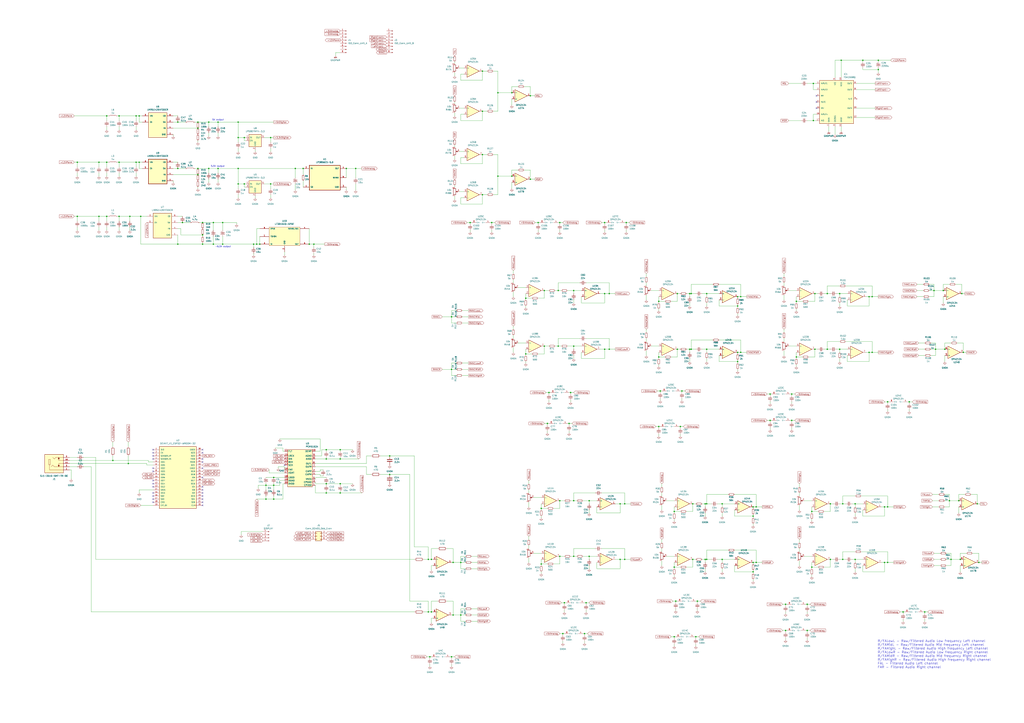
<source format=kicad_sch>
(kicad_sch (version 20231120) (generator "eeschema") (generator_version "8.0")
  (paper "A1")
  (junction (at 728.98 330.2))
  (junction (at 702.31 414.02))
  (junction (at 210.82 200.66))
  (junction (at 218.44 398.78))
  (junction (at 692.15 459.74))
  (junction (at 396.24 160.02))
  (junction (at 63.5 133.35))
  (junction (at 713.74 243.84))
  (junction (at 668.02 99.06))
  (junction (at 458.47 284.48))
  (junction (at 279.4 377.19))
  (junction (at 579.12 459.74))
  (junction (at 496.57 241.3))
  (junction (at 444.5 417.83))
  (junction (at 542.29 321.31))
  (junction (at 175.26 200.66))
  (junction (at 471.17 411.48))
  (junction (at 208.28 200.66))
  (junction (at 213.36 200.66))
  (junction (at 459.74 411.48))
  (junction (at 450.85 322.58))
  (junction (at 284.48 138.43))
  (junction (at 370.84 260.35))
  (junction (at 746.76 330.2))
  (junction (at 372.11 462.28))
  (junction (at 593.09 414.02))
  (junction (at 741.68 502.92))
  (junction (at 171.45 100.33))
  (junction (at 666.75 466.09))
  (junction (at 257.81 200.66))
  (junction (at 292.1 138.43))
  (junction (at 541.02 350.52))
  (junction (at 182.88 182.88))
  (junction (at 248.92 138.43))
  (junction (at 87.63 177.8))
  (junction (at 662.94 496.57))
  (junction (at 668.02 68.58))
  (junction (at 789.94 241.3))
  (junction (at 568.96 414.02))
  (junction (at 716.28 289.56))
  (junction (at 689.61 287.02))
  (junction (at 541.02 293.37))
  (junction (at 420.37 144.78))
  (junction (at 608.33 243.84))
  (junction (at 114.3 133.35))
  (junction (at 468.63 322.58))
  (junction (at 441.96 182.88))
  (junction (at 431.8 245.11))
  (junction (at 553.72 523.24))
  (junction (at 458.47 238.76))
  (junction (at 396.24 127))
  (junction (at 483.87 411.48))
  (junction (at 195.58 151.13))
  (junction (at 354.33 502.92))
  (junction (at 775.97 287.02))
  (junction (at 378.46 505.46))
  (junction (at 728.98 416.56))
  (junction (at 679.45 241.3))
  (junction (at 111.76 133.35))
  (junction (at 716.28 243.84))
  (junction (at 92.71 378.46))
  (junction (at 721.36 57.15))
  (junction (at 481.33 495.3))
  (junction (at 605.79 297.18))
  (junction (at 462.28 520.7))
  (junction (at 654.05 293.37))
  (junction (at 146.05 100.33))
  (junction (at 320.04 389.89))
  (junction (at 553.72 420.37))
  (junction (at 580.39 287.02))
  (junction (at 500.38 287.02))
  (junction (at 166.37 193.04))
  (junction (at 81.28 133.35))
  (junction (at 162.56 138.43))
  (junction (at 666.75 420.37))
  (junction (at 669.29 241.3))
  (junction (at 654.05 247.65))
  (junction (at 605.79 251.46))
  (junction (at 372.11 505.46))
  (junction (at 97.79 133.35))
  (junction (at 568.96 459.74))
  (junction (at 449.58 347.98))
  (junction (at 459.74 182.88))
  (junction (at 87.63 95.25))
  (junction (at 632.46 323.85))
  (junction (at 195.58 100.33))
  (junction (at 618.49 424.18))
  (junction (at 463.55 495.3))
  (junction (at 218.44 410.21))
  (junction (at 111.76 95.25))
  (junction (at 779.78 411.48))
  (junction (at 713.74 289.56))
  (junction (at 681.99 459.74))
  (junction (at 386.08 182.88))
  (junction (at 580.39 414.02))
  (junction (at 146.05 200.66))
  (junction (at 728.98 462.28))
  (junction (at 224.79 398.78))
  (junction (at 106.68 177.8))
  (junction (at 171.45 138.43))
  (junction (at 97.79 95.25))
  (junction (at 618.49 416.56))
  (junction (at 370.84 303.53))
  (junction (at 267.97 405.13))
  (junction (at 222.25 113.03))
  (junction (at 420.37 76.2))
  (junction (at 480.06 520.7))
  (junction (at 87.63 133.35))
  (junction (at 690.88 49.53))
  (junction (at 787.4 411.48))
  (junction (at 645.16 496.57))
  (junction (at 431.8 290.83))
  (junction (at 267.97 397.51))
  (junction (at 788.67 459.74))
  (junction (at 200.66 151.13))
  (junction (at 632.46 345.44))
  (junction (at 242.57 138.43))
  (junction (at 396.24 58.42))
  (junction (at 781.05 459.74))
  (junction (at 556.26 287.02))
  (junction (at 726.44 416.56))
  (junction (at 708.66 49.53))
  (junction (at 81.28 177.8))
  (junction (at 179.07 138.43))
  (junction (at 605.79 289.56))
  (junction (at 115.57 177.8))
  (junction (at 166.37 200.66))
  (junction (at 279.4 405.13))
  (junction (at 396.24 91.44))
  (junction (at 279.4 397.51))
  (junction (at 353.06 539.75))
  (junction (at 471.17 284.48))
  (junction (at 566.42 287.02))
  (junction (at 408.94 144.78))
  (junction (at 580.39 241.3))
  (junction (at 222.25 151.13))
  (junction (at 279.4 369.57))
  (junction (at 354.33 459.74))
  (junction (at 571.5 523.24))
  (junction (at 149.86 182.88))
  (junction (at 267.97 369.57))
  (junction (at 500.38 241.3))
  (junction (at 162.56 143.51))
  (junction (at 541.02 247.65))
  (junction (at 267.97 377.19))
  (junction (at 224.79 392.43))
  (junction (at 513.08 459.74))
  (junction (at 721.36 49.53))
  (junction (at 803.91 462.28))
  (junction (at 370.84 539.75))
  (junction (at 768.35 287.02))
  (junction (at 774.7 238.76))
  (junction (at 63.5 177.8))
  (junction (at 681.99 414.02))
  (junction (at 608.33 289.56))
  (junction (at 759.46 502.92))
  (junction (at 162.56 100.33))
  (junction (at 114.3 95.25))
  (junction (at 483.87 457.2))
  (junction (at 195.58 138.43))
  (junction (at 195.58 113.03))
  (junction (at 435.61 78.74))
  (junction (at 566.42 241.3))
  (junction (at 556.26 241.3))
  (junction (at 378.46 462.28))
  (junction (at 558.8 350.52))
  (junction (at 567.69 287.02))
  (junction (at 662.94 518.16))
  (junction (at 669.29 287.02))
  (junction (at 726.44 462.28))
  (junction (at 579.12 414.02))
  (junction (at 467.36 347.98))
  (junction (at 105.41 381))
  (junction (at 179.07 100.33))
  (junction (at 509.27 414.02))
  (junction (at 351.79 502.92))
  (junction (at 444.5 463.55))
  (junction (at 767.08 238.76))
  (junction (at 621.03 416.56))
  (junction (at 650.24 323.85))
  (junction (at 580.39 459.74))
  (junction (at 692.15 414.02))
  (junction (at 702.31 459.74))
  (junction (at 572.77 494.03))
  (junction (at 435.61 147.32))
  (junction (at 471.17 238.76))
  (junction (at 447.04 284.48))
  (junction (at 496.57 287.02))
  (junction (at 496.57 182.88))
  (junction (at 802.64 414.02))
  (junction (at 408.94 76.2))
  (junction (at 618.49 469.9))
  (junction (at 509.27 459.74))
  (junction (at 254 200.66))
  (junction (at 200.66 113.03))
  (junction (at 645.16 518.16))
  (junction (at 403.86 182.88))
  (junction (at 162.56 105.41))
  (junction (at 618.49 462.28))
  (junction (at 175.26 182.88))
  (junction (at 514.35 182.88))
  (junction (at 471.17 457.2))
  (junction (at 593.09 459.74))
  (junction (at 791.21 289.56))
  (junction (at 146.05 138.43))
  (junction (at 553.72 466.09))
  (junction (at 513.08 414.02))
  (junction (at 621.03 462.28))
  (junction (at 224.79 410.21))
  (junction (at 650.24 345.44))
  (junction (at 554.99 494.03))
  (junction (at 166.37 182.88))
  (junction (at 459.74 457.2))
  (junction (at 320.04 374.65))
  (junction (at 182.88 200.66))
  (junction (at 689.61 241.3))
  (junction (at 351.79 459.74))
  (junction (at 605.79 243.84))
  (junction (at 560.07 321.31))
  (junction (at 567.69 241.3))
  (junction (at 679.45 287.02))
  (junction (at 97.79 177.8))
  (junction (at 447.04 238.76))
  (no_connect (at 125.73 407.67))
  (no_connect (at 125.73 400.05))
  (no_connect (at 125.73 394.97))
  (no_connect (at 166.37 405.13))
  (no_connect (at 125.73 369.57))
  (no_connect (at 125.73 372.11))
  (no_connect (at 166.37 412.75))
  (no_connect (at 166.37 400.05))
  (no_connect (at 166.37 392.43))
  (no_connect (at 125.73 377.19))
  (no_connect (at 166.37 407.67))
  (no_connect (at 125.73 374.65))
  (no_connect (at 670.56 83.82))
  (no_connect (at 670.56 78.74))
  (no_connect (at 233.68 382.27))
  (no_connect (at 166.37 377.19))
  (no_connect (at 125.73 387.35))
  (no_connect (at 166.37 379.73))
  (no_connect (at 166.37 410.21))
  (no_connect (at 125.73 384.81))
  (no_connect (at 166.37 402.59))
  (no_connect (at 125.73 397.51))
  (no_connect (at 166.37 372.11))
  (no_connect (at 125.73 410.21))
  (no_connect (at 166.37 369.57))
  (no_connect (at 166.37 415.29))
  (no_connect (at 125.73 412.75))
  (no_connect (at 166.37 384.81))
  (no_connect (at 670.56 88.9))
  (no_connect (at 125.73 405.13))
  (wire (pts (xy 468.63 322.58) (xy 467.36 322.58)))
  (wire (pts (xy 378.46 467.36) (xy 382.27 467.36)))
  (wire (pts (xy 471.17 411.48) (xy 473.71 411.48)))
  (wire (pts (xy 292.1 138.43) (xy 297.18 138.43)))
  (wire (pts (xy 267.97 397.51) (xy 279.4 397.51)))
  (wire (pts (xy 679.45 241.3) (xy 679.45 234.95)))
  (wire (pts (xy 292.1 138.43) (xy 292.1 146.05)))
  (wire (pts (xy 354.33 494.03) (xy 359.41 494.03)))
  (wire (pts (xy 441.96 245.11) (xy 447.04 245.11)))
  (wire (pts (xy 209.55 161.29) (xy 209.55 162.56)))
  (wire (pts (xy 463.55 501.65) (xy 463.55 502.92)))
  (wire (pts (xy 643.89 242.57) (xy 643.89 246.38)))
  (wire (pts (xy 471.17 284.48) (xy 471.17 287.02)))
  (wire (pts (xy 87.63 186.69) (xy 87.63 189.23)))
  (wire (pts (xy 650.24 351.79) (xy 650.24 353.06)))
  (wire (pts (xy 580.39 287.02) (xy 590.55 287.02)))
  (wire (pts (xy 708.66 50.8) (xy 708.66 49.53)))
  (wire (pts (xy 543.56 415.29) (xy 543.56 419.1)))
  (wire (pts (xy 229.87 360.68) (xy 262.89 360.68)))
  (wire (pts (xy 218.44 397.51) (xy 218.44 398.78)))
  (wire (pts (xy 650.24 345.44) (xy 652.78 345.44)))
  (wire (pts (xy 370.84 265.43) (xy 374.65 265.43)))
  (wire (pts (xy 767.08 464.82) (xy 772.16 464.82)))
  (wire (pts (xy 57.15 375.92) (xy 63.5 375.92)))
  (wire (pts (xy 513.08 459.74) (xy 518.16 459.74)))
  (wire (pts (xy 455.93 284.48) (xy 458.47 284.48)))
  (wire (pts (xy 259.08 397.51) (xy 259.08 396.24)))
  (wire (pts (xy 708.66 469.9) (xy 726.44 469.9)))
  (wire (pts (xy 514.35 189.23) (xy 514.35 190.5)))
  (wire (pts (xy 195.58 100.33) (xy 195.58 113.03)))
  (wire (pts (xy 654.05 243.84) (xy 654.05 247.65)))
  (wire (pts (xy 259.08 393.7) (xy 259.08 392.43)))
  (wire (pts (xy 689.61 241.3) (xy 695.96 241.3)))
  (wire (pts (xy 775.97 281.94) (xy 781.05 281.94)))
  (wire (pts (xy 279.4 369.57) (xy 289.56 369.57)))
  (wire (pts (xy 702.31 421.64) (xy 702.31 424.18)))
  (wire (pts (xy 791.21 281.94) (xy 791.21 289.56)))
  (wire (pts (xy 645.16 496.57) (xy 646.43 496.57)))
  (wire (pts (xy 166.37 182.88) (xy 175.26 182.88)))
  (wire (pts (xy 707.39 453.39) (xy 728.98 453.39)))
  (wire (pts (xy 378.46 93.98) (xy 378.46 99.06)))
  (wire (pts (xy 254 187.96) (xy 254 200.66)))
  (wire (pts (xy 690.88 49.53) (xy 708.66 49.53)))
  (wire (pts (xy 477.52 248.92) (xy 496.57 248.92)))
  (wire (pts (xy 195.58 138.43) (xy 242.57 138.43)))
  (wire (pts (xy 218.44 407.67) (xy 218.44 410.21)))
  (wire (pts (xy 716.28 280.67) (xy 716.28 289.56)))
  (wire (pts (xy 496.57 182.88) (xy 497.84 182.88)))
  (wire (pts (xy 179.07 100.33) (xy 179.07 104.14)))
  (wire (pts (xy 662.94 68.58) (xy 668.02 68.58)))
  (wire (pts (xy 420.37 139.7) (xy 425.45 139.7)))
  (wire (pts (xy 396.24 99.06) (xy 396.24 91.44)))
  (wire (pts (xy 222.25 151.13) (xy 224.79 151.13)))
  (wire (pts (xy 608.33 289.56) (xy 613.41 289.56)))
  (wire (pts (xy 420.37 144.78) (xy 420.37 139.7)))
  (wire (pts (xy 142.24 133.35) (xy 146.05 133.35)))
  (wire (pts (xy 340.36 449.58) (xy 351.79 449.58)))
  (wire (pts (xy 713.74 251.46) (xy 713.74 243.84)))
  (wire (pts (xy 68.58 383.54) (xy 74.93 383.54)))
  (wire (pts (xy 695.96 246.38) (xy 695.96 251.46)))
  (wire (pts (xy 106.68 177.8) (xy 106.68 181.61)))
  (wire (pts (xy 381 60.96) (xy 378.46 60.96)))
  (wire (pts (xy 767.08 243.84) (xy 763.27 243.84)))
  (wire (pts (xy 643.89 270.51) (xy 643.89 273.05)))
  (wire (pts (xy 666.75 420.37) (xy 666.75 421.64)))
  (wire (pts (xy 471.17 238.76) (xy 477.52 238.76)))
  (wire (pts (xy 699.77 414.02) (xy 702.31 414.02)))
  (wire (pts (xy 767.08 459.74) (xy 772.16 459.74)))
  (wire (pts (xy 378.46 134.62) (xy 396.24 134.62)))
  (wire (pts (xy 707.39 407.67) (xy 728.98 407.67)))
  (wire (pts (xy 676.91 420.37) (xy 681.99 420.37)))
  (wire (pts (xy 392.43 467.36) (xy 387.35 467.36)))
  (wire (pts (xy 370.84 298.45) (xy 370.84 303.53)))
  (wire (pts (xy 408.94 144.78) (xy 408.94 160.02)))
  (wire (pts (xy 650.24 323.85) (xy 652.78 323.85)))
  (wire (pts (xy 541.02 356.87) (xy 541.02 358.14)))
  (wire (pts (xy 563.88 241.3) (xy 566.42 241.3)))
  (wire (pts (xy 459.74 182.88) (xy 462.28 182.88)))
  (wire (pts (xy 111.76 133.35) (xy 114.3 133.35)))
  (wire (pts (xy 566.42 248.92) (xy 566.42 251.46)))
  (wire (pts (xy 459.74 520.7) (xy 462.28 520.7)))
  (wire (pts (xy 786.13 281.94) (xy 791.21 281.94)))
  (wire (pts (xy 530.86 270.51) (xy 530.86 273.05)))
  (wire (pts (xy 605.79 257.81) (xy 605.79 259.08)))
  (wire (pts (xy 650.24 325.12) (xy 650.24 323.85)))
  (wire (pts (xy 572.77 500.38) (xy 572.77 501.65)))
  (wire (pts (xy 571.5 524.51) (xy 571.5 523.24)))
  (wire (pts (xy 224.79 397.51) (xy 224.79 398.78)))
  (wire (pts (xy 111.76 95.25) (xy 114.3 95.25)))
  (wire (pts (xy 267.97 369.57) (xy 267.97 370.84)))
  (wire (pts (xy 218.44 402.59) (xy 218.44 398.78)))
  (wire (pts (xy 702.31 414.02) (xy 702.31 416.56)))
  (wire (pts (xy 370.84 308.61) (xy 374.65 308.61)))
  (wire (pts (xy 257.81 200.66) (xy 266.7 200.66)))
  (wire (pts (xy 355.6 508) (xy 354.33 508)))
  (wire (pts (xy 421.64 240.03) (xy 421.64 243.84)))
  (wire (pts (xy 726.44 469.9) (xy 726.44 462.28)))
  (wire (pts (xy 685.8 104.14) (xy 685.8 110.49)))
  (wire (pts (xy 590.55 246.38) (xy 590.55 251.46)))
  (wire (pts (xy 458.47 284.48) (xy 458.47 278.13)))
  (wire (pts (xy 668.02 99.06) (xy 668.02 93.98)))
  (wire (pts (xy 58.42 393.7) (xy 58.42 386.08)))
  (wire (pts (xy 754.38 281.94) (xy 759.46 281.94)))
  (wire (pts (xy 179.07 109.22) (xy 179.07 111.76)))
  (wire (pts (xy 370.84 541.02) (xy 370.84 539.75)))
  (wire (pts (xy 781.05 459.74) (xy 777.24 459.74)))
  (wire (pts (xy 459.74 417.83) (xy 459.74 411.48)))
  (wire (pts (xy 490.22 416.56) (xy 490.22 421.64)))
  (wire (pts (xy 603.25 419.1) (xy 603.25 424.18)))
  (wire (pts (xy 148.59 193.04) (xy 148.59 187.96)))
  (wire (pts (xy 692.15 414.02) (xy 692.15 407.67)))
  (wire (pts (xy 662.94 496.57) (xy 665.48 496.57)))
  (wire (pts (xy 669.29 247.65) (xy 669.29 241.3)))
  (wire (pts (xy 662.94 497.84) (xy 662.94 496.57)))
  (wire (pts (xy 354.33 459.74) (xy 354.33 450.85)))
  (wire (pts (xy 650.24 345.44) (xy 648.97 345.44)))
  (wire (pts (xy 377.19 88.9) (xy 381 88.9)))
  (wire (pts (xy 471.17 246.38) (xy 471.17 248.92)))
  (wire (pts (xy 111.76 104.14) (xy 111.76 106.68)))
  (wire (pts (xy 703.58 96.52) (xy 718.82 96.52)))
  (wire (pts (xy 496.57 241.3) (xy 500.38 241.3)))
  (wire (pts (xy 354.33 502.92) (xy 354.33 494.03)))
  (wire (pts (xy 666.75 420.37) (xy 671.83 420.37)))
  (wire (pts (xy 372.11 505.46) (xy 378.46 505.46)))
  (wire (pts (xy 354.33 502.92) (xy 355.6 502.92)))
  (wire (pts (xy 608.33 243.84) (xy 605.79 243.84)))
  (wire (pts (xy 408.94 58.42) (xy 408.94 76.2)))
  (wire (pts (xy 708.66 464.82) (xy 708.66 469.9)))
  (wire (pts (xy 208.28 200.66) (xy 208.28 203.2)))
  (wire (pts (xy 262.89 386.08) (xy 265.43 386.08)))
  (wire (pts (xy 556.26 287.02) (xy 558.8 287.02)))
  (wire (pts (xy 702.31 467.36) (xy 702.31 469.9)))
  (wire (pts (xy 779.78 406.4) (xy 779.78 411.48)))
  (wire (pts (xy 608.33 243.84) (xy 613.41 243.84)))
  (wire (pts (xy 650.24 323.85) (xy 648.97 323.85)))
  (wire (pts (xy 78.74 459.74) (xy 78.74 375.92)))
  (wire (pts (xy 654.05 247.65) (xy 654.05 248.92)))
  (wire (pts (xy 142.24 105.41) (xy 162.56 105.41)))
  (wire (pts (xy 618.49 476.25) (xy 618.49 477.52)))
  (wire (pts (xy 462.28 527.05) (xy 462.28 528.32)))
  (wire (pts (xy 111.76 133.35) (xy 111.76 137.16)))
  (wire (pts (xy 420.37 149.86) (xy 420.37 154.94)))
  (wire (pts (xy 434.34 440.69) (xy 434.34 443.23)))
  (wire (pts (xy 471.17 238.76) (xy 471.17 241.3)))
  (wire (pts (xy 459.74 457.2) (xy 463.55 457.2)))
  (wire (pts (xy 378.46 129.54) (xy 378.46 134.62)))
  (wire (pts (xy 660.4 411.48) (xy 666.75 411.48)))
  (wire (pts (xy 645.16 502.92) (xy 645.16 504.19)))
  (wire (pts (xy 111.76 95.25) (xy 111.76 99.06)))
  (wire (pts (xy 146.05 182.88) (xy 149.86 182.88)))
  (wire (pts (xy 441.96 290.83) (xy 447.04 290.83)))
  (wire (pts (xy 403.86 182.88) (xy 406.4 182.88)))
  (wire (pts (xy 403.86 184.15) (xy 403.86 182.88)))
  (wire (pts (xy 81.28 137.16) (xy 81.28 133.35)))
  (wire (pts (xy 209.55 123.19) (xy 209.55 124.46)))
  (wire (pts (xy 431.8 241.3) (xy 431.8 245.11)))
  (wire (pts (xy 232.41 370.84) (xy 232.41 368.3)))
  (wire (pts (xy 162.56 153.67) (xy 162.56 154.94)))
  (wire (pts (xy 194.31 182.88) (xy 194.31 184.15)))
  (wire (pts (xy 543.56 405.13) (xy 543.56 407.67)))
  (wire (pts (xy 579.12 459.74) (xy 579.12 462.28)))
  (wire (pts (xy 605.79 297.18) (xy 605.79 298.45)))
  (wire (pts (xy 728.98 330.2) (xy 730.25 330.2)))
  (wire (pts (xy 618.49 430.53) (xy 618.49 431.8)))
  (wire (pts (xy 603.25 464.82) (xy 603.25 469.9)))
  (wire (pts (xy 60.96 95.25) (xy 87.63 95.25)))
  (wire (pts (xy 336.55 494.03) (xy 336.55 389.89)))
  (wire (pts (xy 480.06 520.7) (xy 482.6 520.7)))
  (wire (pts (xy 373.38 50.8) (xy 373.38 52.07)))
  (wire (pts (xy 267.97 397.51) (xy 267.97 398.78)))
  (wire (pts (xy 125.73 402.59) (xy 114.3 402.59)))
  (wire (pts (xy 687.07 287.02) (xy 689.61 287.02)))
  (wire (pts (xy 645.16 519.43) (xy 645.16 518.16)))
  (wire (pts (xy 721.36 57.15) (xy 721.36 59.69)))
  (wire (pts (xy 554.99 495.3) (xy 554.99 494.03)))
  (wire (pts (xy 567.69 241.3) (xy 571.5 241.3)))
  (wire (pts (xy 259.08 405.13) (xy 267.97 405.13)))
  (wire (pts (xy 553.72 426.72) (xy 553.72 427.99)))
  (wire (pts (xy 708.66 424.18) (xy 726.44 424.18)))
  (wire (pts (xy 396.24 91.44) (xy 400.05 91.44)))
  (wire (pts (xy 568.96 459.74) (xy 571.5 459.74)))
  (wire (pts (xy 590.55 292.1) (xy 590.55 297.18)))
  (wire (pts (xy 420.37 81.28) (xy 420.37 86.36)))
  (wire (pts (xy 681.99 466.09) (xy 681.99 459.74)))
  (wire (pts (xy 746.76 330.2) (xy 749.3 330.2)))
  (wire (pts (xy 195.58 151.13) (xy 195.58 154.94)))
  (wire (pts (xy 481.33 278.13) (xy 500.38 278.13)))
  (wire (pts (xy 728.98 407.67) (xy 728.98 416.56)))
  (wire (pts (xy 420.37 76.2) (xy 420.37 71.12)))
  (wire (pts (xy 689.61 414.02) (xy 692.15 414.02)))
  (wire (pts (xy 680.72 104.14) (xy 680.72 107.95)))
  (wire (pts (xy 490.22 462.28) (xy 490.22 467.36)))
  (wire (pts (xy 63.5 177.8) (xy 63.5 181.61)))
  (wire (pts (xy 148.59 187.96) (xy 146.05 187.96)))
  (wire (pts (xy 741.68 504.19) (xy 741.68 502.92)))
  (wire (pts (xy 179.07 138.43) (xy 179.07 142.24)))
  (wire (pts (xy 566.42 241.3) (xy 566.42 243.84)))
  (wire (pts (xy 669.29 241.3) (xy 671.83 241.3)))
  (wire (pts (xy 162.56 100.33) (xy 171.45 100.33)))
  (wire (pts (xy 560.07 322.58) (xy 560.07 321.31)))
  (wire (pts (xy 580.39 414.02) (xy 580.39 406.4)))
  (wire (pts (xy 726.44 416.56) (xy 728.98 416.56)))
  (wire (pts (xy 105.41 374.65) (xy 105.41 381)))
  (wire (pts (xy 87.63 104.14) (xy 87.63 106.68)))
  (wire (pts (xy 222.25 113.03) (xy 224.79 113.03)))
  (wire (pts (xy 669.29 293.37) (xy 669.29 287.02)))
  (wire (pts (xy 556.26 293.37) (xy 556.26 287.02)))
  (wire (pts (xy 576.58 287.02) (xy 580.39 287.02)))
  (wire (pts (xy 146.05 138.43) (xy 152.4 138.43)))
  (wire (pts (xy 753.11 233.68) (xy 758.19 233.68)))
  (wire (pts (xy 370.84 546.1) (xy 370.84 547.37)))
  (wire (pts (xy 566.42 287.02) (xy 567.69 287.02)))
  (wire (pts (xy 589.28 459.74) (xy 593.09 459.74)))
  (wire (pts (xy 434.34 458.47) (xy 434.34 462.28)))
  (wire (pts (xy 681.99 459.74) (xy 684.53 459.74)))
  (wire (pts (xy 370.84 505.46) (xy 372.11 505.46)))
  (wire (pts (xy 560.07 327.66) (xy 560.07 328.93)))
  (wire (pts (xy 490.22 421.64) (xy 509.27 421.64)))
  (wire (pts (xy 279.4 397.51) (xy 289.56 397.51)))
  (wire (pts (xy 703.58 68.58) (xy 718.82 68.58)))
  (wire (pts (xy 590.55 233.68) (xy 608.33 233.68)))
  (wire (pts (xy 530.86 224.79) (xy 530.86 227.33)))
  (wire (pts (xy 449.58 354.33) (xy 449.58 355.6)))
  (wire (pts (xy 370.84 260.35) (xy 374.65 260.35)))
  (wire (pts (xy 200.66 113.03) (xy 201.93 113.03)))
  (wire (pts (xy 483.87 457.2) (xy 490.22 457.2)))
  (wire (pts (xy 267.97 405.13) (xy 279.4 405.13)))
  (wire (pts (xy 354.33 464.82) (xy 354.33 468.63)))
  (wire (pts (xy 97.79 133.35) (xy 111.76 133.35)))
  (wire (pts (xy 572.77 495.3) (xy 572.77 494.03)))
  (wire (pts (xy 781.05 459.74) (xy 781.05 464.82)))
  (wire (pts (xy 467.36 354.33) (xy 467.36 355.6)))
  (wire (pts (xy 692.15 459.74) (xy 694.69 459.74)))
  (wire (pts (xy 370.84 255.27) (xy 374.65 255.27)))
  (wire (pts (xy 212.09 398.78) (xy 212.09 401.32)))
  (wire (pts (xy 248.92 138.43) (xy 248.92 143.51)))
  (wire (pts (xy 370.84 298.45) (xy 374.65 298.45)))
  (wire (pts (xy 576.58 241.3) (xy 580.39 241.3)))
  (wire (pts (xy 444.5 414.02) (xy 444.5 417.83)))
  (wire (pts (xy 347.98 502.92) (xy 351.79 502.92)))
  (wire (pts (xy 242.57 151.13) (xy 242.57 156.21)))
  (wire (pts (xy 353.06 546.1) (xy 353.06 547.37)))
  (wire (pts (xy 481.33 495.3) (xy 480.06 495.3)))
  (wire (pts (xy 797.56 406.4) (xy 802.64 406.4)))
  (wire (pts (xy 481.33 232.41) (xy 500.38 232.41)))
  (wire (pts (xy 142.24 100.33) (xy 146.05 100.33)))
  (wire (pts (xy 420.37 71.12) (xy 425.45 71.12)))
  (wire (pts (xy 621.03 462.28) (xy 626.11 462.28)))
  (wire (pts (xy 713.74 243.84) (xy 716.28 243.84)))
  (wire (pts (xy 571.5 523.24) (xy 570.23 523.24)))
  (wire (pts (xy 553.72 466.09) (xy 553.72 467.36)))
  (wire (pts (xy 566.42 294.64) (xy 566.42 297.18)))
  (wire (pts (xy 553.72 472.44) (xy 553.72 473.71)))
  (wire (pts (xy 87.63 177.8) (xy 87.63 181.61)))
  (wire (pts (xy 708.66 57.15) (xy 721.36 57.15)))
  (wire (pts (xy 259.08 398.78) (xy 259.08 405.13)))
  (wire (pts (xy 458.47 238.76) (xy 458.47 232.41)))
  (wire (pts (xy 647.7 284.48) (xy 654.05 284.48)))
  (wire (pts (xy 63.5 133.35) (xy 63.5 137.16)))
  (wire (pts (xy 774.7 233.68) (xy 779.78 233.68)))
  (wire (pts (xy 218.44 410.21) (xy 224.79 410.21)))
  (wire (pts (xy 494.03 182.88) (xy 496.57 182.88)))
  (wire (pts (xy 458.47 238.76) (xy 461.01 238.76)))
  (wire (pts (xy 373.38 128.27) (xy 373.38 130.81)))
  (wire (pts (xy 201.93 153.67) (xy 200.66 153.67)))
  (wire (pts (xy 142.24 143.51) (xy 162.56 143.51)))
  (wire (pts (xy 791.21 289.56) (xy 793.75 289.56)))
  (wire (pts (xy 679.45 234.95) (xy 689.61 234.95)))
  (wire (pts (xy 784.86 233.68) (xy 789.94 233.68)))
  (wire (pts (xy 171.45 138.43) (xy 171.45 142.24)))
  (wire (pts (xy 267.97 377.19) (xy 279.4 377.19)))
  (wire (pts (xy 560.07 321.31) (xy 562.61 321.31)))
  (wire (pts (xy 106.68 186.69) (xy 106.68 189.23)))
  (wire (pts (xy 530.86 278.13) (xy 530.86 280.67)))
  (wire (pts (xy 182.88 194.31) (xy 182.88 200.66)))
  (wire (pts (xy 92.71 378.46) (xy 121.92 378.46)))
  (wire (pts (xy 669.29 287.02) (xy 671.83 287.02)))
  (wire (pts (xy 300.99 389.89) (xy 300.99 383.54)))
  (wire (pts (xy 386.08 189.23) (xy 386.08 190.5)))
  (wire (pts (xy 439.42 182.88) (xy 441.96 182.88)))
  (wire (pts (xy 492.76 241.3) (xy 496.57 241.3)))
  (wire (pts (xy 803.91 462.28) (xy 806.45 462.28)))
  (wire (pts (xy 685.8 63.5) (xy 685.8 49.53)))
  (wire (pts (xy 195.58 100.33) (xy 224.79 100.33)))
  (wire (pts (xy 370.84 462.28) (xy 372.11 462.28)))
  (wire (pts (xy 695.96 292.1) (xy 695.96 297.18)))
  (wire (pts (xy 580.39 241.3) (xy 590.55 241.3)))
  (wire (pts (xy 81.28 186.69) (xy 81.28 189.23)))
  (wire (pts (xy 676.91 287.02) (xy 679.45 287.02)))
  (wire (pts (xy 114.3 100.33) (xy 116.84 100.33)))
  (wire (pts (xy 765.81 411.48) (xy 770.89 411.48)))
  (wire (pts (xy 593.09 414.02) (xy 593.09 416.56)))
  (wire (pts (xy 195.58 151.13) (xy 200.66 151.13)))
  (wire (pts (xy 396.24 167.64) (xy 396.24 160.02)))
  (wire (pts (xy 259.08 381) (xy 300.99 381)))
  (wire (pts (xy 162.56 115.57) (xy 162.56 116.84)))
  (wire (pts (xy 396.24 66.04) (xy 396.24 58.42)))
  (wire (pts (xy 408.94 127) (xy 408.94 144.78)))
  (wire (pts (xy 593.09 459.74) (xy 593.09 462.28)))
  (wire (pts (xy 435.61 71.12) (xy 435.61 78.74)))
  (wire (pts (xy 632.46 351.79) (xy 632.46 353.06)))
  (wire (pts (xy 63.5 186.69) (xy 63.5 189.23)))
  (wire (pts (xy 681.99 420.37) (xy 681.99 414.02)))
  (wire (pts (xy 378.46 505.46) (xy 378.46 510.54)))
  (wire (pts (xy 125.73 379.73) (xy 121.92 379.73)))
  (wire (pts (xy 78.74 375.92) (xy 68.58 375.92)))
  (wire (pts (xy 97.79 104.14) (xy 97.79 106.68)))
  (wire (pts (xy 384.81 265.43) (xy 379.73 265.43)))
  (wire (pts (xy 563.88 466.09) (xy 568.96 466.09)))
  (wire (pts (xy 58.42 386.08) (xy 57.15 386.08)))
  (wire (pts (xy 716.28 289.56) (xy 721.36 289.56)))
  (wire (pts (xy 541.02 289.56) (xy 541.02 293.37)))
  (wire (pts (xy 467.36 347.98) (xy 469.9 347.98)))
  (wire (pts (xy 262.89 389.89) (xy 262.89 391.16)))
  (wire (pts (xy 408.94 76.2) (xy 420.37 76.2)))
  (wire (pts (xy 468.63 323.85) (xy 468.63 322.58)))
  (wire (pts (xy 200.66 115.57) (xy 200.66 113.03)))
  (wire (pts (xy 377.19 157.48) (xy 381 157.48)))
  (wire (pts (xy 603.25 469.9) (xy 618.49 469.9)))
  (wire (pts (xy 441.96 182.88) (xy 443.23 182.88)))
  (wire (pts (xy 621.03 416.56) (xy 626.11 416.56)))
  (wire (pts (xy 441.96 184.15) (xy 441.96 182.88)))
  (wire (pts (xy 87.63 95.25) (xy 87.63 99.06)))
  (wire (pts (xy 775.97 287.02) (xy 775.97 281.94)))
  (wire (pts (xy 551.18 247.65) (xy 556.26 247.65)))
  (wire (pts (xy 662.94 518.16) (xy 665.48 518.16)))
  (wire (pts (xy 63.5 177.8) (xy 81.28 177.8)))
  (wire (pts (xy 692.15 414.02) (xy 694.69 414.02)))
  (wire (pts (xy 541.02 247.65) (xy 541.02 248.92)))
  (wire (pts (xy 182.88 200.66) (xy 208.28 200.66)))
  (wire (pts (xy 217.17 113.03) (xy 222.25 113.03)))
  (wire (pts (xy 279.4 377.19) (xy 279.4 375.92)))
  (wire (pts (xy 513.08 414.02) (xy 513.08 405.13)))
  (wire (pts (xy 447.04 290.83) (xy 447.04 284.48)))
  (wire (pts (xy 650.24 346.71) (xy 650.24 345.44)))
  (wire (pts (xy 378.46 500.38) (xy 382.27 500.38)))
  (wire (pts (xy 660.4 457.2) (xy 666.75 457.2)))
  (wire (pts (xy 381 93.98) (xy 378.46 93.98)))
  (wire (pts (xy 142.24 110.49) (xy 142.24 111.76)))
  (wire (pts (xy 471.17 405.13) (xy 488.95 405.13)))
  (wire (pts (xy 425.45 236.22) (xy 431.8 236.22)))
  (wire (pts (xy 768.35 292.1) (xy 764.54 292.1)))
  (wire (pts (xy 378.46 505.46) (xy 382.27 505.46)))
  (wire (pts (xy 97.79 137.16) (xy 97.79 133.35)))
  (wire (pts (xy 435.61 147.32) (xy 439.42 147.32)))
  (wire (pts (xy 444.5 417.83) (xy 449.58 417.83)))
  (wire (pts (xy 148.59 193.04) (xy 166.37 193.04)))
  (wire (pts (xy 541.02 293.37) (xy 541.02 294.64)))
  (wire (pts (xy 690.88 104.14) (xy 690.88 107.95)))
  (wire (pts (xy 662.94 518.16) (xy 661.67 518.16)))
  (wire (pts (xy 492.76 287.02) (xy 496.57 287.02)))
  (wire (pts (xy 471.17 457.2) (xy 473.71 457.2)))
  (wire (pts (xy 373.38 161.29) (xy 373.38 163.83)))
  (wire (pts (xy 367.03 494.03) (xy 372.11 494.03)))
  (wire (pts (xy 662.94 496.57) (xy 661.67 496.57)))
  (wire (pts (xy 514.35 182.88) (xy 513.08 182.88)))
  (wire (pts (xy 120.65 381) (xy 120.65 382.27)))
  (wire (pts (xy 621.03 452.12) (xy 621.03 462.28)))
  (wire (pts (xy 541.02 254) (xy 541.02 255.27)))
  (wire (pts (xy 350.52 539.75) (xy 353.06 539.75)))
  (wire (pts (xy 455.93 238.76) (xy 458.47 238.76)))
  (wire (pts (xy 513.08 414.02) (xy 518.16 414.02)))
  (wire (pts (xy 579.12 414.02) (xy 580.39 414.02)))
  (wire (pts (xy 509.27 421.64) (xy 509.27 414.02)))
  (wire (pts (xy 175.26 194.31) (xy 175.26 200.66)))
  (wire (pts (xy 571.5 529.59) (xy 571.5 530.86)))
  (wire (pts (xy 480.06 520.7) (xy 478.79 520.7)))
  (wire (pts (xy 96.52 177.8) (xy 97.79 177.8)))
  (wire (pts (xy 632.46 325.12) (xy 632.46 323.85)))
  (wire (pts (xy 392.43 510.54) (xy 387.35 510.54)))
  (wire (pts (xy 284.48 146.05) (xy 284.48 138.43)))
  (wire (pts (xy 114.3 133.35) (xy 116.84 133.35)))
  (wire (pts (xy 563.88 420.37) (xy 568.96 420.37)))
  (wire (pts (xy 741.68 509.27) (xy 741.68 510.54)))
  (wire (pts (xy 449.58 349.25) (xy 449.58 347.98)))
  (wire (pts (xy 233.68 370.84) (xy 232.41 370.84)))
  (wire (pts (xy 222.25 151.13) (xy 222.25 154.94)))
  (wire (pts (xy 728.98 416.56) (xy 734.06 416.56)))
  (wire (pts (xy 435.61 139.7) (xy 435.61 147.32)))
  (wire (pts (xy 768.35 287.02) (xy 768.35 292.1)))
  (wire (pts (xy 629.92 323.85) (xy 632.46 323.85)))
  (wire (pts (xy 580.39 459.74) (xy 580.39 452.12)))
  (wire (pts (xy 300.99 381) (xy 300.99 374.65)))
  (wire (pts (xy 459.74 189.23) (xy 459.74 190.5)))
  (wire (pts (xy 643.89 278.13) (xy 643.89 280.67)))
  (wire (pts (xy 539.75 321.31) (xy 542.29 321.31)))
  (wire (pts (xy 233.68 383.54) (xy 228.6 383.54)))
  (wire (pts (xy 754.38 292.1) (xy 759.46 292.1)))
  (wire (pts (xy 262.89 370.84) (xy 262.89 360.68)))
  (wire (pts (xy 689.61 294.64) (xy 689.61 297.18)))
  (wire (pts (xy 618.49 424.18) (xy 618.49 425.45)))
  (wire (pts (xy 767.08 454.66) (xy 772.16 454.66)))
  (wire (pts (xy 232.41 397.51) (xy 233.68 397.51)))
  (wire (pts (xy 373.38 119.38) (xy 373.38 120.65)))
  (wire (pts (xy 434.34 448.31) (xy 434.34 450.85)))
  (wire (pts (xy 259.08 392.43) (xy 267.97 392.43)))
  (wire (pts (xy 478.79 411.48) (xy 483.87 411.48)))
  (wire (pts (xy 788.67 459.74) (xy 781.05 459.74)))
  (wire (pts (xy 643.89 224.79) (xy 643.89 227.33)))
  (wire (pts (xy 590.55 297.18) (xy 605.79 297.18)))
  (wire (pts (xy 765.81 416.56) (xy 770.89 416.56)))
  (wire (pts (xy 421.64 275.59) (xy 421.64 278.13)))
  (wire (pts (xy 373.38 59.69) (xy 373.38 62.23)))
  (wire (pts (xy 224.79 410.21) (xy 232.41 410.21)))
  (wire (pts (xy 789.94 241.3) (xy 792.48 241.3)))
  (wire (pts (xy 608.33 279.4) (xy 608.33 289.56)))
  (wire (pts (xy 267.97 403.86) (xy 267.97 405.13)))
  (wire (pts (xy 552.45 494.03) (xy 554.99 494.03)))
  (wire (pts (xy 466.09 284.48) (xy 471.17 284.48)))
  (wire (pts (xy 210.82 200.66) (xy 213.36 200.66)))
  (wire (pts (xy 788.67 454.66) (xy 793.75 454.66)))
  (wire (pts (xy 351.79 494.03) (xy 351.79 502.92)))
  (wire (pts (xy 779.78 416.56) (xy 775.97 416.56)))
  (wire (pts (xy 438.15 408.94) (xy 444.5 408.94)))
  (wire (pts (xy 384.81 308.61) (xy 379.73 308.61)))
  (wire (pts (xy 558.8 350.52) (xy 557.53 350.52)))
  (wire (pts (xy 679.45 280.67) (xy 689.61 280.67)))
  (wire (pts (xy 695.96 251.46) (xy 713.74 251.46)))
  (wire (pts (xy 471.17 457.2) (xy 471.17 450.85)))
  (wire (pts (xy 689.61 287.02) (xy 689.61 289.56)))
  (wire (pts (xy 471.17 450.85) (xy 488.95 450.85)))
  (wire (pts (xy 568.96 466.09) (xy 568.96 459.74)))
  (wire (pts (xy 716.28 234.95) (xy 716.28 243.84)))
  (wire (pts (xy 292.1 151.13) (xy 292.1 156.21)))
  (wire (pts (xy 553.72 524.51) (xy 553.72 523.24)))
  (wire (pts (xy 444.5 469.9) (xy 444.5 471.17)))
  (wire (pts (xy 340.36 502.92) (xy 74.93 502.92)))
  (wire (pts (xy 692.15 453.39) (xy 702.31 453.39)))
  (wire (pts (xy 224.79 392.43) (xy 233.68 392.43)))
  (wire (pts (xy 542.29 327.66) (xy 542.29 328.93)))
  (wire (pts (xy 377.19 124.46) (xy 381 124.46)))
  (wire (pts (xy 229.87 394.97) (xy 229.87 398.78)))
  (wire (pts (xy 166.37 200.66) (xy 175.26 200.66)))
  (wire (pts (xy 458.47 284.48) (xy 461.01 284.48)))
  (wire (pts (xy 478.79 457.2) (xy 483.87 457.2)))
  (wire (pts (xy 541.02 299.72) (xy 541.02 300.99)))
  (wire (pts (xy 425.45 281.94) (xy 431.8 281.94)))
  (wire (pts (xy 632.46 330.2) (xy 632.46 331.47)))
  (wire (pts (xy 687.07 241.3) (xy 689.61 241.3)))
  (wire (pts (xy 392.43 457.2) (xy 387.35 457.2)))
  (wire (pts (xy 629.92 345.44) (xy 632.46 345.44)))
  (wire (pts (xy 496.57 189.23) (xy 496.57 190.5)))
  (wire (pts (xy 703.58 88.9) (xy 718.82 88.9)))
  (wire (pts (xy 579.12 421.64) (xy 579.12 424.18)))
  (wire (pts (xy 542.29 322.58) (xy 542.29 321.31)))
  (wire (pts (xy 378.46 457.2) (xy 378.46 462.28)))
  (wire (pts (xy 496.57 294.64) (xy 496.57 287.02)))
  (wire (pts (xy 279.4 43.18) (xy 275.59 43.18)))
  (wire (pts (xy 87.63 142.24) (xy 87.63 144.78)))
  (wire (pts (xy 403.86 189.23) (xy 403.86 190.5)))
  (wire (pts (xy 468.63 328.93) (xy 468.63 330.2)))
  (wire (pts (xy 175.26 200.66) (xy 182.88 200.66)))
  (wire (pts (xy 171.45 109.22) (xy 171.45 111.76)))
  (wire (pts (xy 593.09 459.74) (xy 603.25 459.74)))
  (wire (pts (xy 441.96 189.23) (xy 441.96 190.5)))
  (wire (pts (xy 259.08 387.35) (xy 262.89 387.35)))
  (wire (pts (xy 656.59 450.85) (xy 656.59 453.39)))
  (wire (pts (xy 171.45 147.32) (xy 171.45 149.86)))
  (wire (pts (xy 481.33 501.65) (xy 481.33 502.92)))
  (wire (pts (xy 279.4 405.13) (xy 297.18 405.13)))
  (wire (pts (xy 372.11 450.85) (xy 372.11 462.28)))
  (wire (pts (xy 471.17 292.1) (xy 471.17 294.64)))
  (wire (pts (xy 689.61 241.3) (xy 689.61 243.84)))
  (wire (pts (xy 774.7 238.76) (xy 774.7 233.68)))
  (wire (pts (xy 728.98 462.28) (xy 734.06 462.28)))
  (wire (pts (xy 703.58 73.66) (xy 718.82 73.66)))
  (wire (pts (xy 195.58 160.02) (xy 195.58 162.56)))
  (wire (pts (xy 97.79 186.69) (xy 97.79 189.23)))
  (wire (pts (xy 320.04 389.89) (xy 336.55 389.89)))
  (wire (pts (xy 182.88 182.88) (xy 194.31 182.88)))
  (wire (pts (xy 566.42 287.02) (xy 566.42 289.56)))
  (wire (pts (xy 378.46 457.2) (xy 382.27 457.2)))
  (wire (pts (xy 767.08 238.76) (xy 763.27 238.76)))
  (wire (pts (xy 656.59 461.01) (xy 656.59 464.82)))
  (wire (pts (xy 392.43 505.46) (xy 387.35 505.46)))
  (wire (pts (xy 666.75 462.28) (xy 666.75 466.09)))
  (wire (pts (xy 115.57 177.8) (xy 120.65 177.8)))
  (wire (pts (xy 218.44 392.43) (xy 224.79 392.43)))
  (wire (pts (xy 477.52 294.64) (xy 496.57 294.64)))
  (wire (pts (xy 608.33 289.56) (xy 605.79 289.56)))
  (wire (pts (xy 450.85 323.85) (xy 450.85 322.58)))
  (wire (pts (xy 723.9 416.56) (xy 726.44 416.56)))
  (wire (pts (xy 242.57 138.43) (xy 242.57 146.05)))
  (wire (pts (xy 580.39 294.64) (xy 580.39 297.18)))
  (wire (pts (xy 259.08 397.51) (xy 267.97 397.51)))
  (wire (pts (xy 505.46 459.74) (xy 509.27 459.74)))
  (wire (pts (xy 370.84 303.53) (xy 370.84 308.61)))
  (wire (pts (xy 711.2 289.56) (xy 713.74 289.56)))
  (wire (pts (xy 284.48 153.67) (xy 284.48 156.21)))
  (wire (pts (xy 685.8 49.53) (xy 690.88 49.53)))
  (wire (pts (xy 647.7 99.06) (xy 657.86 99.06)))
  (wire (pts (xy 370.84 255.27) (xy 370.84 260.35)))
  (wire (pts (xy 468.63 457.2) (xy 471.17 457.2)))
  (wire (pts (xy 396.24 160.02) (xy 400.05 160.02)))
  (wire (pts (xy 444.5 424.18) (xy 444.5 425.45)))
  (wire (pts (xy 115.57 200.66) (xy 146.05 200.66)))
  (wire (pts (xy 81.28 133.35) (xy 87.63 133.35)))
  (wire (pts (xy 105.41 363.22) (xy 105.41 367.03)))
  (wire (pts (xy 664.21 293.37) (xy 669.29 293.37)))
  (wire (pts (xy 551.18 293.37) (xy 556.26 293.37)))
  (wire (pts (xy 111.76 142.24) (xy 111.76 144.78)))
  (wire (pts (xy 430.53 71.12) (xy 435.61 71.12)))
  (wire (pts (xy 97.79 95.25) (xy 111.76 95.25)))
  (wire (pts (xy 179.07 100.33) (xy 195.58 100.33)))
  (wire (pts (xy 679.45 241.3) (xy 681.99 241.3)))
  (wire (pts (xy 264.16 374.65) (xy 264.16 369.57)))
  (wire (pts (xy 106.68 177.8) (xy 115.57 177.8)))
  (wire (pts (xy 721.36 55.88) (xy 721.36 57.15)))
  (wire (pts (xy 543.56 461.01) (xy 543.56 464.82)))
  (wire (pts (xy 802.64 414.02) (xy 805.18 414.02)))
  (wire (pts (xy 461.01 495.3) (xy 463.55 495.3)))
  (wire (pts (xy 618.49 469.9) (xy 618.49 471.17)))
  (wire (pts (xy 468.63 411.48) (xy 471.17 411.48)))
  (wire (pts (xy 354.33 508) (xy 354.33 511.81)))
  (wire (pts (xy 572.77 494.03) (xy 575.31 494.03)))
  (wire (pts (xy 166.37 199.39) (xy 166.37 200.66)))
  (wire (pts (xy 421.64 222.25) (xy 421.64 224.79)))
  (wire (pts (xy 668.02 68.58) (xy 670.56 68.58)))
  (wire (pts (xy 514.35 182.88) (xy 516.89 182.88)))
  (wire (pts (xy 224.79 398.78) (xy 229.87 398.78)))
  (wire (pts (xy 463.55 496.57) (xy 463.55 495.3)))
  (wire (pts (xy 788.67 459.74) (xy 788.67 454.66)))
  (wire (pts (xy 500.38 287.02) (xy 505.46 287.02)))
  (wire (pts (xy 726.44 330.2) (xy 728.98 330.2)))
  (wire (pts (xy 645.16 497.84) (xy 645.16 496.57)))
  (wire (pts (xy 580.39 287.02) (xy 580.39 289.56)))
  (wire (pts (xy 538.48 350.52) (xy 541.02 350.52)))
  (wire (pts (xy 580.39 406.4) (xy 598.17 406.4)))
  (wire (pts (xy 576.58 459.74) (xy 579.12 459.74)))
  (wire (pts (xy 547.37 457.2) (xy 553.72 457.2)))
  (wire (pts (xy 466.09 238.76) (xy 471.17 238.76)))
  (wire (pts (xy 603.25 406.4) (xy 621.03 406.4)))
  (wire (pts (xy 505.46 414.02) (xy 509.27 414.02)))
  (wire (pts (xy 378.46 500.38) (xy 378.46 505.46)))
  (wire (pts (xy 553.72 416.56) (xy 553.72 420.37)))
  (wire (pts (xy 654.05 254) (xy 654.05 255.27)))
  (wire (pts (xy 78.74 459.74) (xy 340.36 459.74)))
  (wire (pts (xy 146.05 100.33) (xy 152.4 100.33)))
  (wire (pts (xy 567.69 287.02) (xy 571.5 287.02)))
  (wire (pts (xy 431.8 251.46) (xy 431.8 252.73)))
  (wire (pts (xy 541.02 247.65) (xy 546.1 247.65)))
  (wire (pts (xy 421.64 285.75) (xy 421.64 289.56)))
  (wire (pts (xy 403.86 182.88) (xy 402.59 182.88)))
  (wire (pts (xy 768.35 287.02) (xy 764.54 287.02)))
  (wire (pts (xy 541.02 350.52) (xy 542.29 350.52)))
  (wire (pts (xy 447.04 238.76) (xy 450.85 238.76)))
  (wire (pts (xy 450.85 322.58) (xy 452.12 322.58)))
  (wire (pts (xy 656.59 415.29) (xy 656.59 419.1)))
  (wire (pts (xy 262.89 391.16) (xy 265.43 391.16)))
  (wire (pts (xy 654.05 289.56) (xy 654.05 293.37)))
  (wire (pts (xy 175.26 182.88) (xy 182.88 182.88)))
  (wire (pts (xy 222.25 121.92) (xy 222.25 124.46)))
  (wire (pts (xy 483.87 464.82) (xy 483.87 467.36)))
  (wire (pts (xy 381 129.54) (xy 378.46 129.54)))
  (wire (pts (xy 563.88 287.02) (xy 566.42 287.02)))
  (wire (pts (xy 759.46 502.92) (xy 762 502.92)))
  (wire (pts (xy 666.75 466.09) (xy 666.75 467.36)))
  (wire (pts (xy 534.67 238.76) (xy 541.02 238.76)))
  (wire (pts (xy 558.8 356.87) (xy 558.8 358.14)))
  (wire (pts (xy 543.56 443.23) (xy 543.56 445.77)))
  (wire (pts (xy 384.81 303.53) (xy 379.73 303.53)))
  (wire (pts (xy 384.81 260.35) (xy 379.73 260.35)))
  (wire (pts (xy 459.74 463.55) (xy 459.74 457.2)))
  (wire (pts (xy 300.99 389.89) (xy 304.8 389.89)))
  (wire (pts (xy 509.27 414.02) (xy 513.08 414.02)))
  (wire (pts (xy 275.59 43.18) (xy 275.59 45.72)))
  (wire (pts (xy 171.45 138.43) (xy 179.07 138.43)))
  (wire (pts (xy 753.11 238.76) (xy 758.19 238.76)))
  (wire (pts (xy 405.13 127) (xy 408.94 127)))
  (wire (pts (xy 97.79 142.24) (xy 97.79 144.78)))
  (wire (pts (xy 114.3 138.43) (xy 116.84 138.43)))
  (wire (pts (xy 603.25 452.12) (xy 621.03 452.12)))
  (wire (pts (xy 392.43 500.38) (xy 387.35 500.38)))
  (wire (pts (xy 741.68 502.92) (xy 742.95 502.92)))
  (wire (pts (xy 480.06 527.05) (xy 480.06 528.32)))
  (wire (pts (xy 621.03 462.28) (xy 618.49 462.28)))
  (wire (pts (xy 580.39 248.92) (xy 580.39 251.46)))
  (wire (pts (xy 377.19 55.88) (xy 381 55.88)))
  (wire (pts (xy 142.24 138.43) (xy 146.05 138.43)))
  (wire (pts (xy 553.72 466.09) (xy 558.8 466.09)))
  (wire (pts (xy 572.77 494.03) (xy 571.5 494.03)))
  (wire (pts (xy 259.08 383.54) (xy 300.99 383.54)))
  (wire (pts (xy 444.5 417.83) (xy 444.5 419.1)))
  (wire (pts (xy 57.15 378.46) (xy 92.71 378.46)))
  (wire (pts (xy 576.58 414.02) (xy 579.12 414.02)))
  (wire (pts (xy 354.33 450.85) (xy 359.41 450.85)))
  (wire (pts (xy 160.02 100.33) (xy 162.56 100.33)))
  (wire (pts (xy 378.46 167.64) (xy 396.24 167.64)))
  (wire (pts (xy 468.63 322.58) (xy 471.17 322.58)))
  (wire (pts (xy 228.6 383.54) (xy 228.6 384.81)))
  (wire (pts (xy 787.4 411.48) (xy 779.78 411.48)))
  (wire (pts (xy 605.79 250.19) (xy 605.79 251.46)))
  (wire (pts (xy 363.22 303.53) (xy 370.84 303.53)))
  (wire (pts (xy 567.69 279.4) (xy 585.47 279.4)))
  (wire (pts (xy 779.78 406.4) (xy 775.97 406.4)))
  (wire (pts (xy 166.37 194.31) (xy 166.37 193.04)))
  (wire (pts (xy 120.65 382.27) (xy 125.73 382.27)))
  (wire (pts (xy 450.85 328.93) (xy 450.85 330.2)))
  (wire (pts (xy 222.25 160.02) (xy 222.25 162.56)))
  (wire (pts (xy 430.53 139.7) (xy 435.61 139.7)))
  (wire (pts (xy 534.67 284.48) (xy 541.02 284.48)))
  (wire (pts (xy 664.21 247.65) (xy 669.29 247.65)))
  (wire (pts (xy 509.27 467.36) (xy 509.27 459.74)))
  (wire (pts (xy 224.79 407.67) (xy 224.79 410.21)))
  (wire (pts (xy 257.81 208.28) (xy 257.81 209.55)))
  (wire (pts (xy 789.94 233.68) (xy 789.94 241.3)))
  (wire (pts (xy 590.55 251.46) (xy 605.79 251.46)))
  (wire (pts (xy 590.55 279.4) (xy 608.33 279.4)))
  (wire (pts (xy 553.72 462.28) (xy 553.72 466.09)))
  (wire (pts (xy 494.03 450.85) (xy 513.08 450.85)))
  (wire (pts (xy 447.04 347.98) (xy 449.58 347.98)))
  (wire (pts (xy 386.08 182.88) (xy 387.35 182.88)))
  (wire (pts (xy 233.68 388.62) (xy 220.98 388.62)))
  (wire (pts (xy 605.79 295.91) (xy 605.79 297.18)))
  (wire (pts (xy 386.08 184.15) (xy 386.08 182.88)))
  (wire (pts (xy 666.75 472.44) (xy 666.75 473.71)))
  (wire (pts (xy 580.39 414.02) (xy 584.2 414.02)))
  (wire (pts (xy 647.7 238.76) (xy 654.05 238.76)))
  (wire (pts (xy 431.8 290.83) (xy 436.88 290.83)))
  (wire (pts (xy 666.75 416.56) (xy 666.75 420.37)))
  (wire (pts (xy 721.36 50.8) (xy 721.36 49.53)))
  (wire (pts (xy 218.44 398.78) (xy 224.79 398.78)))
  (wire (pts (xy 312.42 374.65) (xy 320.04 374.65)))
  (wire (pts (xy 551.18 523.24) (xy 553.72 523.24)))
  (wire (pts (xy 233.68 386.08) (xy 233.68 383.54)))
  (wire (pts (xy 589.28 414.02) (xy 593.09 414.02)))
  (wire (pts (xy 444.5 459.74) (xy 444.5 463.55)))
  (wire (pts (xy 200.66 153.67) (xy 200.66 151.13)))
  (wire (pts (xy 579.12 467.36) (xy 579.12 469.9)))
  (wire (pts (xy 679.45 287.02) (xy 679.45 280.67)))
  (wire (pts (xy 447.04 284.48) (xy 450.85 284.48)))
  (wire (pts (xy 530.86 232.41) (xy 530.86 234.95)))
  (wire (pts (xy 210.82 410.21) (xy 218.44 410.21)))
  (wire (pts (xy 81.28 177.8) (xy 87.63 177.8)))
  (wire (pts (xy 767.08 233.68) (xy 763.27 233.68)))
  (wire (pts (xy 444.5 463.55) (xy 449.58 463.55)))
  (wire (pts (xy 787.4 416.56) (xy 787.4 421.64)))
  (wire (pts (xy 449.58 347.98) (xy 450.85 347.98)))
  (wire (pts (xy 431.8 245.11) (xy 431.8 246.38)))
  (wire (pts (xy 608.33 233.68) (xy 608.33 243.84)))
  (wire (pts (xy 171.45 100.33) (xy 171.45 104.14)))
  (wire (pts (xy 215.9 436.88) (xy 198.12 436.88)))
  (wire (pts (xy 656.59 443.23) (xy 656.59 445.77)))
  (wire (pts (xy 541.02 293.37) (xy 546.1 293.37)))
  (wire (pts (xy 312.42 389.89) (xy 320.04 389.89)))
  (wire (pts (xy 781.05 464.82) (xy 777.24 464.82)))
  (wire (pts (xy 543.56 397.51) (xy 543.56 400.05)))
  (wire (pts (xy 97.79 177.8) (xy 106.68 177.8)))
  (wire (pts (xy 483.87 419.1) (xy 483.87 421.64)))
  (wire (pts (xy 353.06 541.02) (xy 353.06 539.75)))
  (wire (pts (xy 257.81 200.66) (xy 257.81 203.2)))
  (wire (pts (xy 220.98 386.08) (xy 220.98 388.62)))
  (wire (pts (xy 477.52 289.56) (xy 477.52 294.64)))
  (wire (pts (xy 767.08 238.76) (xy 767.08 243.84)))
  (wire (pts (xy 694.69 234.95) (xy 716.28 234.95)))
  (wire (pts (xy 567.69 287.02) (xy 567.69 279.4)))
  (wire (pts (xy 541.02 351.79) (xy 541.02 350.52)))
  (wire (pts (xy 509.27 459.74) (xy 513.08 459.74)))
  (wire (pts (xy 654.05 293.37) (xy 659.13 293.37)))
  (wire (pts (xy 483.87 457.2) (xy 483.87 459.74)))
  (wire (pts (xy 723.9 462.28) (xy 726.44 462.28)))
  (wire (pts (xy 383.54 182.88) (xy 386.08 182.88)))
  (wire (pts (xy 300.99 374.65) (xy 304.8 374.65)))
  (wire (pts (xy 405.13 58.42) (xy 408.94 58.42)))
  (wire (pts (xy 668.02 68.58) (xy 668.02 73.66)))
  (wire (pts (xy 662.94 502.92) (xy 662.94 504.19)))
  (wire (pts (xy 679.45 287.02) (xy 681.99 287.02)))
  (wire (pts (xy 798.83 454.66) (xy 803.91 454.66)))
  (wire (pts (xy 666.75 466.09) (xy 671.83 466.09)))
  (wire (pts (xy 775.97 287.02) (xy 768.35 287.02)))
  (wire (pts (xy 542.29 321.31) (xy 543.56 321.31)))
  (wire (pts (xy 558.8 350.52) (xy 561.34 350.52)))
  (wire (pts (xy 568.96 414.02) (xy 571.5 414.02)))
  (wire (pts (xy 480.06 521.97) (xy 480.06 520.7)))
  (wire (pts (xy 618.49 462.28) (xy 618.49 463.55)))
  (wire (pts (xy 163.83 182.88) (xy 166.37 182.88)))
  (wire (pts (xy 556.26 241.3) (xy 558.8 241.3)))
  (wire (pts (xy 458.47 232.41) (xy 476.25 232.41)))
  (wire (pts (xy 81.28 181.61) (xy 81.28 177.8)))
  (wire (pts (xy 447.04 245.11) (xy 447.04 238.76)))
  (wire (pts (xy 513.08 459.74) (xy 513.08 450.85)))
  (wire (pts (xy 768.35 281.94) (xy 768.35 287.02)))
  (wire (pts (xy 605.79 243.84) (xy 605.79 245.11)))
  (wire (pts (xy 632.46 346.71) (xy 632.46 345.44)))
  (wire (pts (xy 650.24 330.2) (xy 650.24 331.47)))
  (wire (pts (xy 708.66 419.1) (xy 708.66 424.18)))
  (wire (pts (xy 195.58 121.92) (xy 195.58 124.46)))
  (wire (pts (xy 496.57 184.15) (xy 496.57 182.88)))
  (wire (pts (xy 676.91 466.09) (xy 681.99 466.09)))
  (wire (pts (xy 370.84 539.75) (xy 369.57 539.75)))
  (wire (pts (xy 142.24 148.59) (xy 142.24 149.86)))
  (wire (pts (xy 779.78 411.48) (xy 775.97 411.48)))
  (wire (pts (xy 676.91 241.3) (xy 679.45 241.3)))
  (wire (pts (xy 496.57 248.92) (xy 496.57 241.3)))
  (wire (pts (xy 392.43 462.28) (xy 387.35 462.28)))
  (wire (pts (xy 699.77 459.74) (xy 702.31 459.74)))
  (wire (pts (xy 408.94 76.2) (xy 408.94 91.44)))
  (wire (pts (xy 114.3 95.25) (xy 116.84 95.25)))
  (wire (pts (xy 568.96 420.37) (xy 568.96 414.02)))
  (wire (pts (xy 97.79 99.06) (xy 97.79 95.25)))
  (wire (pts (xy 378.46 162.56) (xy 378.46 167.64)))
  (wire (pts (xy 692.15 407.67) (xy 702.31 407.67)))
  (wire (pts (xy 787.4 406.4) (xy 792.48 406.4)))
  (wire (pts (xy 803.91 454.66) (xy 803.91 462.28)))
  (wire (pts (xy 222.25 113.03) (xy 222.25 116.84)))
  (wire (pts (xy 618.49 416.56) (xy 618.49 417.83)))
  (wire (pts (xy 642.62 496.57) (xy 645.16 496.57)))
  (wire (pts (xy 654.05 299.72) (xy 654.05 300.99)))
  (wire (pts (xy 593.09 421.64) (xy 593.09 424.18)))
  (wire (pts (xy 774.7 243.84) (xy 774.7 248.92)))
  (wire (pts (xy 459.74 182.88) (xy 458.47 182.88)))
  (wire (pts (xy 483.87 411.48) (xy 483.87 414.02)))
  (wire (pts (xy 259.08 389.89) (xy 262.89 389.89)))
  (wire (pts (xy 702.31 459.74) (xy 702.31 462.28)))
  (wire (pts (xy 643.89 232.41) (xy 643.89 234.95)))
  (wire (pts (xy 378.46 99.06) (xy 396.24 99.06)))
  (wire (pts (xy 232.41 368.3) (xy 226.06 368.3)))
  (wire (pts (xy 642.62 518.16) (xy 645.16 518.16)))
  (wire (pts (xy 739.14 502.92) (xy 741.68 502.92)))
  (wire (pts (xy 463.55 495.3) (xy 464.82 495.3)))
  (wire (pts (xy 632.46 345.44) (xy 633.73 345.44)))
  (wire (pts (xy 208.28 208.28) (xy 208.28 209.55)))
  (wire (pts (xy 340.36 449.58) (xy 340.36 374.65)))
  (wire (pts (xy 632.46 323.85) (xy 633.73 323.85)))
  (wire (pts (xy 92.71 363.22) (xy 92.71 367.03)))
  (wire (pts (xy 57.15 381) (xy 105.41 381)))
  (wire (pts (xy 462.28 520.7) (xy 463.55 520.7)))
  (wire (pts (xy 179.07 138.43) (xy 195.58 138.43)))
  (wire (pts (xy 656.59 397.51) (xy 656.59 400.05)))
  (wire (pts (xy 284.48 138.43) (xy 292.1 138.43)))
  (wire (pts (xy 567.69 241.3) (xy 567.69 233.68)))
  (wire (pts (xy 435.61 78.74) (xy 439.42 78.74)))
  (wire (pts (xy 702.31 414.02) (xy 708.66 414.02)))
  (wire (pts (xy 467.36 347.98) (xy 466.09 347.98)))
  (wire (pts (xy 264.16 369.57) (xy 267.97 369.57)))
  (wire (pts (xy 279.4 369.57) (xy 279.4 370.84)))
  (wire (pts (xy 363.22 260.35) (xy 370.84 260.35)))
  (wire (pts (xy 201.93 115.57) (xy 200.66 115.57)))
  (wire (pts (xy 580.39 452.12) (xy 598.17 452.12)))
  (wire (pts (xy 434.34 394.97) (xy 434.34 397.51)))
  (wire (pts (xy 618.49 468.63) (xy 618.49 469.9)))
  (wire (pts (xy 87.63 177.8) (xy 88.9 177.8)))
  (wire (pts (xy 353.06 539.75) (xy 354.33 539.75)))
  (wire (pts (xy 213.36 187.96) (xy 210.82 187.96)))
  (wire (pts (xy 554.99 494.03) (xy 556.26 494.03)))
  (wire (pts (xy 553.72 420.37) (xy 558.8 420.37)))
  (wire (pts (xy 593.09 414.02) (xy 603.25 414.02)))
  (wire (pts (xy 242.57 138.43) (xy 248.92 138.43)))
  (wire (pts (xy 267.97 369.57) (xy 279.4 369.57)))
  (wire (pts (xy 195.58 113.03) (xy 200.66 113.03)))
  (wire (pts (xy 694.69 280.67) (xy 716.28 280.67)))
  (wire (pts (xy 373.38 83.82) (xy 373.38 85.09)))
  (wire (pts (xy 60.96 133.35) (xy 63.5 133.35)))
  (wire (pts (xy 63.5 133.35) (xy 81.28 133.35)))
  (wire (pts (xy 467.36 349.25) (xy 467.36 347.98)))
  (wire (pts (xy 396.24 127) (xy 400.05 127)))
  (wire (pts (xy 378.46 462.28) (xy 378.46 467.36)))
  (wire (pts (xy 248.92 148.59) (xy 248.92 153.67)))
  (wire (pts (xy 702.31 459.74) (xy 708.66 459.74)))
  (wire (pts (xy 354.33 459.74) (xy 355.6 459.74)))
  (wire (pts (xy 370.84 539.75) (xy 373.38 539.75)))
  (wire (pts (xy 198.12 436.88) (xy 198.12 439.42)))
  (wire (pts (xy 695.96 297.18) (xy 713.74 297.18)))
  (wire (pts (xy 500.38 241.3) (xy 500.38 232.41)))
  (wire (pts (xy 690.88 49.53) (xy 690.88 63.5)))
  (wire (pts (xy 514.35 184.15) (xy 514.35 182.88)))
  (wire (pts (xy 767.08 233.68) (xy 767.08 238.76)))
  (wire (pts (xy 759.46 504.19) (xy 759.46 502.92)))
  (wire (pts (xy 787.4 411.48) (xy 787.4 406.4)))
  (wire (pts (xy 373.38 92.71) (xy 373.38 95.25)))
  (wire (pts (xy 259.08 374.65) (xy 264.16 374.65)))
  (wire (pts (xy 254 200.66) (xy 257.81 200.66)))
  (wire (pts (xy 367.03 450.85) (xy 372.11 450.85)))
  (wire (pts (xy 481.33 495.3) (xy 483.87 495.3)))
  (wire (pts (xy 351.79 459.74) (xy 354.33 459.74)))
  (wire (pts (xy 421.64 267.97) (xy 421.64 270.51)))
  (wire (pts (xy 262.89 387.35) (xy 262.89 386.08)))
  (wire (pts (xy 708.66 49.53) (xy 721.36 49.53)))
  (wire (pts (xy 668.02 99.06) (xy 670.56 99.06)))
  (wire (pts (xy 179.07 147.32) (xy 179.07 149.86)))
  (wire (pts (xy 500.38 287.02) (xy 500.38 278.13)))
  (wire (pts (xy 754.38 287.02) (xy 759.46 287.02)))
  (wire (pts (xy 63.5 142.24) (xy 63.5 144.78)))
  (wire (pts (xy 759.46 502.92) (xy 758.19 502.92)))
  (wire (pts (xy 81.28 142.24) (xy 81.28 144.78)))
  (wire (pts (xy 87.63 95.25) (xy 88.9 95.25)))
  (wire (pts (xy 160.02 138.43) (xy 162.56 138.43)))
  (wire (pts (xy 490.22 467.36) (xy 509.27 467.36)))
  (wire (pts (xy 378.46 462.28) (xy 382.27 462.28)))
  (wire (pts (xy 431.8 297.18) (xy 431.8 298.45)))
  (wire (pts (xy 267.97 375.92) (xy 267.97 377.19)))
  (wire (pts (xy 459.74 411.48) (xy 463.55 411.48)))
  (wire (pts (xy 775.97 292.1) (xy 775.97 297.18)))
  (wire (pts (xy 547.37 411.48) (xy 553.72 411.48)))
  (wire (pts (xy 454.66 417.83) (xy 459.74 417.83)))
  (wire (pts (xy 541.02 243.84) (xy 541.02 247.65)))
  (wire (pts (xy 408.94 144.78) (xy 420.37 144.78)))
  (wire (pts (xy 571.5 523.24) (xy 574.04 523.24)))
  (wire (pts (xy 378.46 510.54) (xy 382.27 510.54)))
  (wire (pts (xy 654.05 293.37) (xy 654.05 294.64)))
  (wire (pts (xy 713.74 297.18) (xy 713.74 289.56)))
  (wire (pts (xy 355.6 464.82) (xy 354.33 464.82)))
  (wire (pts (xy 232.41 397.51) (xy 232.41 410.21)))
  (wire (pts (xy 162.56 138.43) (xy 171.45 138.43)))
  (wire (pts (xy 494.03 405.13) (xy 513.08 405.13)))
  (wire (pts (xy 279.4 377.19) (xy 294.64 377.19)))
  (wire (pts (xy 87.63 133.35) (xy 87.63 137.16)))
  (wire (pts (xy 477.52 243.84) (xy 477.52 248.92)))
  (wire (pts (xy 645.16 518.16) (xy 646.43 518.16)))
  (wire (pts (xy 175.26 182.88) (xy 175.26 189.23)))
  (wire (pts (xy 605.79 251.46) (xy 605.79 252.73)))
  (wire (pts (xy 434.34 402.59) (xy 434.34 405.13)))
  (wire (pts (xy 558.8 351.79) (xy 558.8 350.52)))
  (wire (pts (xy 114.3 402.59) (xy 114.3 405.13)))
  (wire (pts (xy 431.8 290.83) (xy 431.8 292.1)))
  (wire (pts (xy 553.72 523.24) (xy 554.99 523.24)))
  (wire (pts (xy 396.24 58.42) (xy 400.05 58.42)))
  (wire (pts (xy 114.3 95.25) (xy 114.3 100.33)))
  (wire (pts (xy 405.13 160.02) (xy 408.94 160.02)))
  (wire (pts (xy 438.15 454.66) (xy 444.5 454.66)))
  (wire (pts (xy 543.56 450.85) (xy 543.56 453.39)))
  (wire (pts (xy 57.15 383.54) (xy 63.5 383.54)))
  (wire (pts (xy 618.49 422.91) (xy 618.49 424.18)))
  (wire (pts (xy 656.59 405.13) (xy 656.59 407.67)))
  (wire (pts (xy 421.64 229.87) (xy 421.64 232.41)))
  (wire (pts (xy 96.52 95.25) (xy 97.79 95.25)))
  (wire (pts (xy 781.05 454.66) (xy 777.24 454.66)))
  (wire (pts (xy 556.26 247.65) (xy 556.26 241.3)))
  (wire (pts (xy 728.98 453.39) (xy 728.98 462.28)))
  (wire (pts (xy 259.08 377.19) (xy 267.97 377.19)))
  (wire (pts (xy 711.2 243.84) (xy 713.74 243.84)))
  (wire (pts (xy 224.79 402.59) (xy 224.79 398.78)))
  (wire (pts (xy 121.92 379.73) (xy 121.92 378.46)))
  (wire (pts (xy 496.57 287.02) (xy 500.38 287.02)))
  (wire (pts (xy 458.47 278.13) (xy 476.25 278.13)))
  (wire (pts (xy 372.11 462.28) (xy 378.46 462.28)))
  (wire (pts (xy 768.35 281.94) (xy 764.54 281.94)))
  (wire (pts (xy 208.28 200.66) (xy 210.82 200.66)))
  (wire (pts (xy 530.86 288.29) (xy 530.86 292.1)))
  (wire (pts (xy 97.79 181.61) (xy 97.79 177.8)))
  (wire (pts (xy 728.98 336.55) (xy 728.98 337.82)))
  (wire (pts (xy 146.05 193.04) (xy 146.05 200.66)))
  (wire (pts (xy 621.03 406.4) (xy 621.03 416.56)))
  (wire (pts (xy 759.46 509.27) (xy 759.46 510.54)))
  (wire (pts (xy 370.84 260.35) (xy 370.84 265.43)))
  (wire (pts (xy 210.82 187.96) (xy 210.82 200.66)))
  (wire (pts (xy 716.28 243.84) (xy 721.36 243.84)))
  (wire (pts (xy 728.98 331.47) (xy 728.98 330.2)))
  (wire (pts (xy 142.24 95.25) (xy 146.05 95.25)))
  (wire (pts (xy 146.05 177.8) (xy 149.86 177.8)))
  (wire (pts (xy 603.25 424.18) (xy 618.49 424.18)))
  (wire (pts (xy 689.61 287.02) (xy 695.96 287.02)))
  (wire (pts (xy 567.69 233.68) (xy 585.47 233.68)))
  (wire (pts (xy 372.11 494.03) (xy 372.11 505.46)))
  (wire (pts (xy 713.74 289.56) (xy 716.28 289.56)))
  (wire (pts (xy 654.05 247.65) (xy 659.13 247.65)))
  (wire (pts (xy 171.45 100.33) (xy 179.07 100.33)))
  (wire (pts (xy 668.02 73.66) (xy 670.56 73.66)))
  (wire (pts (xy 149.86 182.88) (xy 156.21 182.88)))
  (wire (pts (xy 146.05 200.66) (xy 166.37 200.66)))
  (wire (pts (xy 434.34 412.75) (xy 434.34 416.56)))
  (wire (pts (xy 726.44 424.18) (xy 726.44 416.56)))
  (wire (pts (xy 779.78 411.48) (xy 779.78 416.56)))
  (wire (pts (xy 579.12 459.74) (xy 580.39 459.74)))
  (wire (pts (xy 788.67 464.82) (xy 788.67 469.9)))
  (wire (pts (xy 605.79 289.56) (xy 605.79 290.83)))
  (wire (pts (xy 645.16 524.51) (xy 645.16 525.78)))
  (wire (pts (xy 530.86 242.57) (xy 530.86 246.38)))
  (wire (pts (xy 233.68 207.01) (xy 233.68 209.55)))
  (wire (pts (xy 668.02 93.98) (xy 670.56 93.98)))
  (wire (pts (xy 259.08 370.84) (xy 262.89 370.84)))
  (wire (pts (xy 195.58 138.43) (xy 195.58 151.13)))
  (wire (pts (xy 320.04 374.65) (xy 340.36 374.65)))
  (wire (pts (xy 781.05 454.66) (xy 781.05 459.74)))
  (wire (pts (xy 96.52 133.35) (xy 97.79 133.35)))
  (wire (pts (xy 431.8 287.02) (xy 431.8 290.83)))
  (wire (pts (xy 182.88 182.88) (xy 182.88 189.23)))
  (wire (pts (xy 213.36 194.31) (xy 213.36 200.66)))
  (wire (pts (xy 381 162.56) (xy 378.46 162.56)))
  (wire (pts (xy 553.72 529.59) (xy 553.72 530.86)))
  (wire (pts (xy 471.17 284.48) (xy 477.52 284.48)))
  (wire (pts (xy 336.55 494.03) (xy 351.79 494.03)))
  (wire (pts (xy 217.17 151.13) (xy 222.25 151.13)))
  (wire (pts (xy 681.99 414.02) (xy 684.53 414.02)))
  (wire (pts (xy 212.09 398.78) (xy 218.44 398.78)))
  (wire (pts (xy 500.38 241.3) (xy 505.46 241.3)))
  (wire (pts (xy 459.74 184.15) (xy 459.74 182.88)))
  (wire (pts (xy 802.64 406.4) (xy 802.64 414.02)))
  (wire (pts (xy 605.79 303.53) (xy 605.79 304.8)))
  (wire (pts (xy 396.24 134.62) (xy 396.24 127)))
  (wire (pts (xy 553.72 420.37) (xy 553.72 421.64)))
  (wire (pts (xy 481.33 496.57) (xy 481.33 495.3)))
  (wire (pts (xy 115.57 177.8) (xy 115.57 200.66)))
  (wire (pts (xy 647.7 68.58) (xy 657.86 68.58)))
  (wire (pts (xy 74.93 383.54) (xy 74.93 502.92)))
  (wire (pts (xy 753.11 243.84) (xy 758.19 243.84)))
  (wire (pts (xy 774.7 238.76) (xy 767.08 238.76)))
  (wire (pts (xy 462.28 521.97) (xy 462.28 520.7)))
  (wire (pts (xy 105.41 381) (xy 120.65 381)))
  (wire (pts (xy 454.66 463.55) (xy 459.74 463.55)))
  (wire (pts (xy 444.5 463.55) (xy 444.5 464.82)))
  (wire (pts (xy 746.76 336.55) (xy 746.76 337.82)))
  (wire (pts (xy 746.76 330.2) (xy 745.49 330.2)))
  (wire (pts (xy 448.31 322.58) (xy 450.85 322.58)))
  (wire (pts (xy 726.44 462.28) (xy 728.98 462.28)))
  (wire (pts (xy 87.63 133.35) (xy 88.9 133.35)))
  (wire (pts (xy 662.94 519.43) (xy 662.94 518.16)))
  (wire (pts (xy 384.81 255.27) (xy 379.73 255.27)))
  (wire (pts (xy 560.07 321.31) (xy 558.8 321.31)))
  (wire (pts (xy 378.46 60.96) (xy 378.46 66.04)))
  (wire (pts (xy 554.99 500.38) (xy 554.99 501.65)))
  (wire (pts (xy 662.94 99.06) (xy 668.02 99.06)))
  (wire (pts (xy 351.79 449.58) (xy 351.79 459.74)))
  (wire (pts (xy 351.79 502.92) (xy 354.33 502.92)))
  (wire (pts (xy 579.12 414.02) (xy 579.12 416.56)))
  (wire (pts (xy 114.3 133.35) (xy 114.3 138.43)))
  (wire (pts (xy 279.4 397.51) (xy 279.4 398.78)))
  (wire (pts (xy 689.61 248.92) (xy 689.61 251.46)))
  (wire (pts (xy 666.75 426.72) (xy 666.75 427.99)))
  (wire (pts (xy 765.81 406.4) (xy 770.89 406.4)))
  (wire (pts (xy 373.38 152.4) (xy 373.38 153.67)))
  (wire (pts (xy 233.68 394.97) (xy 229.87 394.97)))
  (wire (pts (xy 580.39 459.74) (xy 584.2 459.74)))
  (wire (pts (xy 689.61 459.74) (xy 692.15 459.74)))
  (wire (pts (xy 279.4 405.13) (xy 279.4 403.86)))
  (wire (pts (xy 405.13 91.44) (xy 408.94 91.44)))
  (wire (pts (xy 60.96 177.8) (xy 63.5 177.8)))
  (wire (pts (xy 483.87 411.48) (xy 490.22 411.48)))
  (wire (pts (xy 621.03 416.56) (xy 618.49 416.56)))
  (wire (pts (xy 580.39 241.3) (xy 580.39 243.84)))
  (wire (pts (xy 200.66 151.13) (xy 201.93 151.13)))
  (wire (pts (xy 746.76 331.47) (xy 746.76 330.2)))
  (wire (pts (xy 92.71 374.65) (xy 92.71 378.46)))
  (wire (pts (xy 471.17 411.48) (xy 471.17 405.13)))
  (wire (pts (xy 662.94 524.51) (xy 662.94 525.78)))
  (wire (pts (xy 195.58 113.03) (xy 195.58 116.84)))
  (wire (pts (xy 115.57 415.29) (xy 125.73 415.29)))
  (wire (pts (xy 566.42 241.3) (xy 567.69 241.3)))
  (wire (pts (xy 643.89 288.29) (xy 643.89 292.1)))
  (wire (pts (xy 593.09 467.36) (xy 593.09 469.9)))
  (wire (pts (xy 708.66 55.88) (xy 708.66 57.15)))
  (wire (pts (xy 721.36 49.53) (xy 731.52 49.53)))
  (wire (pts (xy 431.8 245.11) (xy 436.88 245.11)))
  (wire (pts (xy 347.98 459.74) (xy 351.79 459.74)))
  (wire (pts (xy 378.46 66.04) (xy 396.24 66.04)))
  (wire (pts (xy 370.84 303.53) (xy 374.65 303.53)))
  (wire (pts (xy 692.15 459.74) (xy 692.15 453.39)))
  (wire (pts (xy 384.81 298.45) (xy 379.73 298.45)))
  (text "5V output" (at 179.07 98.552 0) (effects (font (size 1.27 1.27))))
  (text "-6.5V output\n" (at 183.134 202.692 0) (effects (font (size 1.27 1.27))))
  (text "5.5V output\n" (at 178.816 136.652 0) (effects (font (size 1.27 1.27))))
  (text "R/FALowL - Raw/Filtered Audio Low frequency Left channel\nR/FAMidL - Raw/Filtered Audio Mid frequency Left channel\nR/FAHighL - Raw/Filtered Audio High frequency Left channel\nR/FALowR - Raw/Filtered Audio Low frequency Right channel\nR/FAMidR - Raw/Filtered Audio Mid frequency Right channel\nR/FAHighR - Raw/Filtered Audio High frequency Right channel\nFAL - Filtered Audio Left channel\nFAR - Filtered Audio Right channel" (exclude_from_sim yes) (at 720.852 537.718 0) (effects (font (size 1.905 1.905)) (justify left)))
  (global_label "RANCHighL" (shape output) (at 384.81 265.43 0) (property "Intersheetrefs" "${INTERSHEET_REFS}" (effects (hide yes))))
  (global_label "-5VAnalog" (shape input) (at 574.04 523.24 0) (property "Intersheetrefs" "${INTERSHEET_REFS}" (effects (hide yes))))
  (global_label "FANCHighR" (shape input) (at 754.38 292.1 180) (property "Intersheetrefs" "${INTERSHEET_REFS}" (effects (hide yes))))
  (global_label "MSL" (shape input) (at 647.7 68.58 180) (property "Intersheetrefs" "${INTERSHEET_REFS}" (effects (hide yes))))
  (global_label "RANCLowR" (shape output) (at 384.81 298.45 0) (property "Intersheetrefs" "${INTERSHEET_REFS}" (effects (hide yes))))
  (global_label "+5VAnalog" (shape input) (at 629.92 323.85 180) (property "Intersheetrefs" "${INTERSHEET_REFS}" (effects (hide yes))))
  (global_label "+3.3VDigital" (shape input) (at 267.97 440.69 0) (property "Intersheetrefs" "${INTERSHEET_REFS}" (effects (hide yes))))
  (global_label "-5VAnalog" (shape input) (at 482.6 520.7 0) (property "Intersheetrefs" "${INTERSHEET_REFS}" (effects (hide yes))))
  (global_label "FAMidR" (shape input) (at 767.08 459.74 180) (property "Intersheetrefs" "${INTERSHEET_REFS}" (effects (hide yes))))
  (global_label "FAHighR" (shape output) (at 734.06 462.28 0) (property "Intersheetrefs" "${INTERSHEET_REFS}" (effects (hide yes))))
  (global_label "RANCR" (shape output) (at 317.5 40.64 180) (property "Intersheetrefs" "${INTERSHEET_REFS}" (effects (hide yes))))
  (global_label "RAMidL" (shape input) (at 543.56 397.51 90) (property "Intersheetrefs" "${INTERSHEET_REFS}" (effects (hide yes))))
  (global_label "+3.3VAnalog" (shape input) (at 294.64 377.19 90) (property "Intersheetrefs" "${INTERSHEET_REFS}" (effects (hide yes))))
  (global_label "RAHighR" (shape input) (at 656.59 443.23 90) (property "Intersheetrefs" "${INTERSHEET_REFS}" (effects (hide yes))))
  (global_label "-5VAnalog" (shape input) (at 373.38 539.75 0) (property "Intersheetrefs" "${INTERSHEET_REFS}" (effects (hide yes))))
  (global_label "MSR" (shape input) (at 647.7 99.06 180) (property "Intersheetrefs" "${INTERSHEET_REFS}" (effects (hide yes))))
  (global_label "RAMidR" (shape input) (at 543.56 443.23 90) (property "Intersheetrefs" "${INTERSHEET_REFS}" (effects (hide yes))))
  (global_label "RightFront+" (shape output) (at 718.82 96.52 0) (property "Intersheetrefs" "${INTERSHEET_REFS}" (effects (hide yes))))
  (global_label "+5VAnalog" (shape input) (at 552.45 494.03 180) (property "Intersheetrefs" "${INTERSHEET_REFS}" (effects (hide yes))))
  (global_label "+5VAnalog" (shape input) (at 447.04 347.98 180) (property "Intersheetrefs" "${INTERSHEET_REFS}" (effects (hide yes))))
  (global_label "I2S_SCK" (shape output) (at 166.37 374.65 0) (property "Intersheetrefs" "${INTERSHEET_REFS}" (effects (hide yes))))
  (global_label "-5VAnalog" (shape input) (at 469.9 347.98 0) (property "Intersheetrefs" "${INTERSHEET_REFS}" (effects (hide yes))))
  (global_label "+12VPerm" (shape input) (at 60.96 133.35 180) (property "Intersheetrefs" "${INTERSHEET_REFS}" (effects (hide yes))))
  (global_label "FAL" (shape input) (at 373.38 45.72 90) (property "Intersheetrefs" "${INTERSHEET_REFS}" (effects (hide yes))))
  (global_label "I2S_WS" (shape output) (at 125.73 389.89 180) (property "Intersheetrefs" "${INTERSHEET_REFS}" (effects (hide yes))))
  (global_label "I2S_SD" (shape input) (at 233.68 377.19 180) (property "Intersheetrefs" "${INTERSHEET_REFS}" (effects (hide yes))))
  (global_label "+5VDigital" (shape input) (at 115.57 415.29 180) (property "Intersheetrefs" "${INTERSHEET_REFS}" (effects (hide yes))))
  (global_label "-5VAnalog" (shape input) (at 561.34 350.52 0) (property "Intersheetrefs" "${INTERSHEET_REFS}" (effects (hide yes))))
  (global_label "FALowL" (shape output) (at 518.16 414.02 0) (property "Intersheetrefs" "${INTERSHEET_REFS}" (effects (hide yes))))
  (global_label "+5VAnalog" (shape input) (at 726.44 330.2 180) (property "Intersheetrefs" "${INTERSHEET_REFS}" (effects (hide yes))))
  (global_label "I2S_SCK" (shape input) (at 233.68 379.73 180) (property "Intersheetrefs" "${INTERSHEET_REFS}" (effects (hide yes))))
  (global_label "-5VAnalog" (shape input) (at 762 502.92 0) (property "Intersheetrefs" "${INTERSHEET_REFS}" (effects (hide yes))))
  (global_label "FANCL" (shape input) (at 373.38 78.74 90) (property "Intersheetrefs" "${INTERSHEET_REFS}" (effects (hide yes))))
  (global_label "FANCLowL" (shape input) (at 753.11 233.68 180) (property "Intersheetrefs" "${INTERSHEET_REFS}" (effects (hide yes))))
  (global_label "+5VAnalog" (shape input) (at 739.14 502.92 180) (property "Intersheetrefs" "${INTERSHEET_REFS}" (effects (hide yes))))
  (global_label "AVRCP_NEXT" (shape input) (at 166.37 387.35 0) (property "Intersheetrefs" "${INTERSHEET_REFS}" (effects (hide yes))))
  (global_label "+3.3VDigital" (shape input) (at 267.97 443.23 0) (property "Intersheetrefs" "${INTERSHEET_REFS}" (effects (hide yes))))
  (global_label "LeftFront+" (shape output) (at 718.82 68.58 0) (property "Intersheetrefs" "${INTERSHEET_REFS}" (effects (hide yes))))
  (global_label "+5VAnalog" (shape input) (at 538.48 350.52 180) (property "Intersheetrefs" "${INTERSHEET_REFS}" (effects (hide yes))))
  (global_label "FANCMidL" (shape input) (at 753.11 238.76 180) (property "Intersheetrefs" "${INTERSHEET_REFS}" (effects (hide yes))))
  (global_label "+5VAnalog" (shape input) (at 629.92 345.44 180) (property "Intersheetrefs" "${INTERSHEET_REFS}" (effects (hide yes))))
  (global_label "FANCR" (shape input) (at 373.38 147.32 90) (property "Intersheetrefs" "${INTERSHEET_REFS}" (effects (hide yes))))
  (global_label "-5VAnalog" (shape input) (at 462.28 182.88 0) (property "Intersheetrefs" "${INTERSHEET_REFS}" (effects (hide yes))))
  (global_label "AVRC_PREV" (shape input) (at 166.37 382.27 0) (property "Intersheetrefs" "${INTERSHEET_REFS}" (effects (hide yes))))
  (global_label "RANCMidL" (shape input) (at 530.86 224.79 90) (property "Intersheetrefs" "${INTERSHEET_REFS}" (effects (hide yes))))
  (global_label "RAMidR" (shape output) (at 392.43 505.46 0) (property "Intersheetrefs" "${INTERSHEET_REFS}" (effects (hide yes))))
  (global_label "RightFront-" (shape input) (at 317.5 33.02 180) (property "Intersheetrefs" "${INTERSHEET_REFS}" (effects (hide yes))))
  (global_label "FAMidR" (shape output) (at 626.11 462.28 0) (property "Intersheetrefs" "${INTERSHEET_REFS}" (effects (hide yes))))
  (global_label "FAHighL" (shape input) (at 765.81 416.56 180) (property "Intersheetrefs" "${INTERSHEET_REFS}" (effects (hide yes))))
  (global_label "AVRCP_PLAY" (shape input) (at 166.37 389.89 0) (property "Intersheetrefs" "${INTERSHEET_REFS}" (effects (hide yes))))
  (global_label "-5VAnalog" (shape input) (at 665.48 518.16 0) (property "Intersheetrefs" "${INTERSHEET_REFS}" (effects (hide yes))))
  (global_label "+5VAnalog" (shape input) (at 494.03 182.88 180) (property "Intersheetrefs" "${INTERSHEET_REFS}" (effects (hide yes))))
  (global_label "+5VAnalog" (shape input) (at 551.18 523.24 180) (property "Intersheetrefs" "${INTERSHEET_REFS}" (effects (hide yes))))
  (global_label "+5VAnalog" (shape output) (at 297.18 138.43 0) (property "Intersheetrefs" "${INTERSHEET_REFS}" (effects (hide yes))))
  (global_label "RANCLowR" (shape input) (at 421.64 267.97 90) (property "Intersheetrefs" "${INTERSHEET_REFS}" (effects (hide yes))))
  (global_label "FANCMidL" (shape output) (at 613.41 243.84 0) (property "Intersheetrefs" "${INTERSHEET_REFS}" (effects (hide yes))))
  (global_label "RANCMidR" (shape input) (at 530.86 270.51 90) (property "Intersheetrefs" "${INTERSHEET_REFS}" (effects (hide yes))))
  (global_label "RAHighL" (shape input) (at 656.59 397.51 90) (property "Intersheetrefs" "${INTERSHEET_REFS}" (effects (hide yes))))
  (global_label "RightFront-" (shape output) (at 718.82 88.9 0) (property "Intersheetrefs" "${INTERSHEET_REFS}" (effects (hide yes))))
  (global_label "RightFront+" (shape input) (at 317.5 30.48 180) (property "Intersheetrefs" "${INTERSHEET_REFS}" (effects (hide yes))))
  (global_label "FANCLowL" (shape output) (at 505.46 241.3 0) (property "Intersheetrefs" "${INTERSHEET_REFS}" (effects (hide yes))))
  (global_label "LeftFront+" (shape input) (at 317.5 35.56 180) (property "Intersheetrefs" "${INTERSHEET_REFS}" (effects (hide yes))))
  (global_label "+5VAnalog" (shape input) (at 350.52 539.75 180) (property "Intersheetrefs" "${INTERSHEET_REFS}" (effects (hide yes))))
  (global_label "-5VAnalog" (shape input) (at 279.4 27.94 180) (property "Intersheetrefs" "${INTERSHEET_REFS}" (effects (hide yes))))
  (global_label "-5VAnalog" (shape input) (at 575.31 494.03 0) (property "Intersheetrefs" "${INTERSHEET_REFS}" (effects (hide yes))))
  (global_label "+12VPerm" (shape input) (at 120.65 182.88 270) (property "Intersheetrefs" "${INTERSHEET_REFS}" (effects (hide yes))))
  (global_label "FAR" (shape output) (at 806.45 462.28 0) (property "Intersheetrefs" "${INTERSHEET_REFS}" (effects (hide yes))))
  (global_label "-5VAnalog" (shape input) (at 562.61 321.31 0) (property "Intersheetrefs" "${INTERSHEET_REFS}" (effects (hide yes))))
  (global_label "FAHighL" (shape output) (at 734.06 416.56 0) (property "Intersheetrefs" "${INTERSHEET_REFS}" (effects (hide yes))))
  (global_label "RANCHighR" (shape output) (at 384.81 308.61 0) (property "Intersheetrefs" "${INTERSHEET_REFS}" (effects (hide yes))))
  (global_label "RANCLowL" (shape input) (at 421.64 222.25 90) (property "Intersheetrefs" "${INTERSHEET_REFS}" (effects (hide yes))))
  (global_label "+5VAnalog" (shape input) (at 642.62 518.16 180) (property "Intersheetrefs" "${INTERSHEET_REFS}" (effects (hide yes))))
  (global_label "FAMidL" (shape output) (at 626.11 416.56 0) (property "Intersheetrefs" "${INTERSHEET_REFS}" (effects (hide yes))))
  (global_label "FANCHighL" (shape input) (at 753.11 243.84 180) (property "Intersheetrefs" "${INTERSHEET_REFS}" (effects (hide yes))))
  (global_label "FANCMidR" (shape output) (at 613.41 289.56 0) (property "Intersheetrefs" "${INTERSHEET_REFS}" (effects (hide yes))))
  (global_label "+3.3VDigital" (shape input) (at 92.71 363.22 90) (property "Intersheetrefs" "${INTERSHEET_REFS}" (effects (hide yes))))
  (global_label "-5VAnalog" (shape input) (at 749.3 330.2 0) (property "Intersheetrefs" "${INTERSHEET_REFS}" (effects (hide yes))))
  (global_label "RANCR" (shape input) (at 363.22 303.53 180) (property "Intersheetrefs" "${INTERSHEET_REFS}" (effects (hide yes))))
  (global_label "LeftFront-" (shape input) (at 317.5 38.1 180) (property "Intersheetrefs" "${INTERSHEET_REFS}" (effects (hide yes))))
  (global_label "FANCHighR" (shape output) (at 721.36 289.56 0) (property "Intersheetrefs" "${INTERSHEET_REFS}" (effects (hide yes))))
  (global_label "FANCL" (shape output) (at 792.48 241.3 0) (property "Intersheetrefs" "${INTERSHEET_REFS}" (effects (hide yes))))
  (global_label "RANCHighL" (shape input) (at 643.89 224.79 90) (property "Intersheetrefs" "${INTERSHEET_REFS}" (effects (hide yes))))
  (global_label "-5VAnalog" (shape output) (at 266.7 200.66 0) (property "Intersheetrefs" "${INTERSHEET_REFS}" (effects (hide yes))))
  (global_label "-5VAnalog" (shape input) (at 516.89 182.88 0) (property "Intersheetrefs" "${INTERSHEET_REFS}" (effects (hide yes))))
  (global_label "I2C_SCL" (shape input) (at 215.9 444.5 180) (property "Intersheetrefs" "${INTERSHEET_REFS}" (effects (hide yes))))
  (global_label "FALowR" (shape output) (at 518.16 459.74 0) (property "Intersheetrefs" "${INTERSHEET_REFS}" (effects (hide yes))))
  (global_label "+5VAnalog" (shape input) (at 439.42 182.88 180) (property "Intersheetrefs" "${INTERSHEET_REFS}" (effects (hide yes))))
  (global_label "+3.3VDigital" (shape input) (at 220.98 386.08 180) (property "Intersheetrefs" "${INTERSHEET_REFS}" (effects (hide yes))))
  (global_label "AVRC_PREV" (shape output) (at 255.27 438.15 180) (property "Intersheetrefs" "${INTERSHEET_REFS}" (effects (hide yes))))
  (global_label "+3.3VDigital" (shape input) (at 105.41 363.22 90) (property "Intersheetrefs" "${INTERSHEET_REFS}" (effects (hide yes))))
  (global_label "+5VAnalog" (shape input) (at 461.01 495.3 180) (property "Intersheetrefs" "${INTERSHEET_REFS}" (effects (hide yes))))
  (global_label "MSL" (shape output) (at 439.42 78.74 0) (property "Intersheetrefs" "${INTERSHEET_REFS}" (effects (hide yes))))
  (global_label "I2S_WS" (shape input) (at 233.68 374.65 180) (property "Intersheetrefs" "${INTERSHEET_REFS}" (effects (hide yes))))
  (global_label "FANCLowR" (shape output) (at 505.46 287.02 0) (property "Intersheetrefs" "${INTERSHEET_REFS}" (effects (hide yes))))
  (global_label "-5VAnalog" (shape input) (at 652.78 345.44 0) (property "Intersheetrefs" "${INTERSHEET_REFS}" (effects (hide yes))))
  (global_label "FAR" (shape input) (at 373.38 114.3 90) (property "Intersheetrefs" "${INTERSHEET_REFS}" (effects (hide yes))))
  (global_label "+5VAnalog" (shape input) (at 383.54 182.88 180) (property "Intersheetrefs" "${INTERSHEET_REFS}" (effects (hide yes))))
  (global_label "RANCL" (shape output) (at 317.5 43.18 180) (property "Intersheetrefs" "${INTERSHEET_REFS}" (effects (hide yes))))
  (global_label "+5VAnalog" (shape input) (at 279.4 25.4 180) (property "Intersheetrefs" "${INTERSHEET_REFS}" (effects (hide yes))))
  (global_label "FANCHighL" (shape output) (at 721.36 243.84 0) (property "Intersheetrefs" "${INTERSHEET_REFS}" (effects (hide yes))))
  (global_label "I2C_SDA" (shape input) (at 215.9 441.96 180) (property "Intersheetrefs" "${INTERSHEET_REFS}" (effects (hide yes))))
  (global_label "RALowR" (shape input) (at 434.34 440.69 90) (property "Intersheetrefs" "${INTERSHEET_REFS}" (effects (hide yes))))
  (global_label "RAHighR" (shape output) (at 392.43 510.54 0) (property "Intersheetrefs" "${INTERSHEET_REFS}" (effects (hide yes))))
  (global_label "+5VDigital" (shape output) (at 224.79 100.33 0) (property "Intersheetrefs" "${INTERSHEET_REFS}" (effects (hide yes))))
  (global_label "FANCLowR" (shape input) (at 754.38 281.94 180) (property "Intersheetrefs" "${INTERSHEET_REFS}" (effects (hide yes))))
  (global_label "FAMidL" (shape input) (at 765.81 411.48 180) (property "Intersheetrefs" "${INTERSHEET_REFS}" (effects (hide yes))))
  (global_label "+12VPerm" (shape input) (at 60.96 177.8 180) (property "Intersheetrefs" "${INTERSHEET_REFS}" (effects (hide yes))))
  (global_label "RANCL" (shape input) (at 363.22 260.35 180) (property "Intersheetrefs" "${INTERSHEET_REFS}" (effects (hide yes))))
  (global_label "+5VAnalog" (shape input) (at 642.62 496.57 180) (property "Intersheetrefs" "${INTERSHEET_REFS}" (effects (hide yes))))
  (global_label "RAHighL" (shape output) (at 392.43 467.36 0) (property "Intersheetrefs" "${INTERSHEET_REFS}" (effects (hide yes))))
  (global_label "FANCMidR" (shape input) (at 754.38 287.02 180) (property "Intersheetrefs" "${INTERSHEET_REFS}" (effects (hide yes))))
  (global_label "FANCR" (shape output) (at 793.75 289.56 0) (property "Intersheetrefs" "${INTERSHEET_REFS}" (effects (hide yes))))
  (global_label "MSR" (shape output) (at 439.42 147.32 0) (property "Intersheetrefs" "${INTERSHEET_REFS}" (effects (hide yes))))
  (global_label "RANCMidR" (shape output) (at 384.81 303.53 0) (property "Intersheetrefs" "${INTERSHEET_REFS}" (effects (hide yes))))
  (global_label "RALowL" (shape output) (at 392.43 457.2 0) (property "Intersheetrefs" "${INTERSHEET_REFS}" (effects (hide yes))))
  (global_label "+5VAnalog" (shape input) (at 459.74 520.7 180) (property "Intersheetrefs" "${INTERSHEET_REFS}" (effects (hide yes))))
  (global_label "RANCHighR" (shape input) (at 643.89 270.51 90) (property "Intersheetrefs" "${INTERSHEET_REFS}" (effects (hide yes))))
  (global_label "I2C_SCL" (shape output) (at 166.37 394.97 0) (property "Intersheetrefs" "${INTERSHEET_REFS}" (effects (hide yes))))
  (global_label "+5VAnalog" (shape input) (at 539.75 321.31 180) (property "Intersheetrefs" "${INTERSHEET_REFS}" (effects (hide yes))))
  (global_label "RAMidL" (shape output) (at 392.43 462.28 0) (property "Intersheetrefs" "${INTERSHEET_REFS}" (effects (hide yes))))
  (global_label "I2S_SD" (shape output) (at 125.73 392.43 180) (property "Intersheetrefs" "${INTERSHEET_REFS}" (effects (hide yes))))
  (global_label "-5VAnalog" (shape input) (at 483.87 495.3 0) (property "Intersheetrefs" "${INTERSHEET_REFS}" (effects (hide yes))))
  (global_label "-5VAnalog" (shape input) (at 406.4 182.88 0) (property "Intersheetrefs" "${INTERSHEET_REFS}" (effects (hide yes))))
  (global_label "LeftFront-" (shape output) (at 718.82 73.66 0) (property "Intersheetrefs" "${INTERSHEET_REFS}" (effects (hide yes))))
  (global_label "FAL" (shape output) (at 805.18 414.02 0) (property "Intersheetrefs" "${INTERSHEET_REFS}" (effects (hide yes))))
  (global_label "-5VAnalog" (shape input) (at 652.78 323.85 0) (property "Intersheetrefs" "${INTERSHEET_REFS}" (effects (hide yes))))
  (global_label "RANCMidL" (shape output) (at 384.81 260.35 0) (property "Intersheetrefs" "${INTERSHEET_REFS}" (effects (hide yes))))
  (global_label "-5VAnalog" (shape input) (at 665.48 496.57 0) (property "Intersheetrefs" "${INTERSHEET_REFS}" (effects (hide yes))))
  (global_label "+12VPerm" (shape output) (at 279.4 33.02 180) (property "Intersheetrefs" "${INTERSHEET_REFS}" (effects (hide yes))))
  (global_label "+3.3VAnalog" (shape input) (at 297.18 405.13 90) (property "Intersheetrefs" "${INTERSHEET_REFS}" (effects (hide yes))))
  (global_label "+3.3VDigital" (shape output) (at 224.79 113.03 0) (property "Intersheetrefs" "${INTERSHEET_REFS}" (effects (hide yes))))
  (global_label "+5VAnalog" (shape input) (at 448.31 322.58 180) (property "Intersheetrefs" "${INTERSHEET_REFS}" (effects (hide yes))))
  (global_label "AVRCP_NEXT" (shape output) (at 255.27 443.23 180) (property "Intersheetrefs" "${INTERSHEET_REFS}" (effects (hide yes))))
  (global_label "+3.3VAnalog" (shape output) (at 224.79 151.13 0) (property "Intersheetrefs" "${INTERSHEET_REFS}" (effects (hide yes))))
  (global_label "+12VPerm" (shape input) (at 60.96 95.25 180) (property "Intersheetrefs" "${INTERSHEET_REFS}" (effects (hide yes))))
  (global_label "+12VPerm" (shape input) (at 731.52 49.53 0) (property "Intersheetrefs" "${INTERSHEET_REFS}" (effects (hide yes))))
  (global_label "-5VAnalog" (shape input) (at 471.17 322.58 0) (property "Intersheetrefs" "${INTERSHEET_REFS}" (effects (hide yes))))
  (global_label "RANCLowL" (shape output) (at 384.81 255.27 0) (property "Intersheetrefs" "${INTERSHEET_REFS}" (effects (hide yes))))
  (global_label "FAHighR" (shape input) (at 767.08 464.82 180) (property "Intersheetrefs" "${INTERSHEET_REFS}" (effects (hide yes))))
  (global_label "I2C_SDA" (shape output) (at 166.37 397.51 0) (property "Intersheetrefs" "${INTERSHEET_REFS}" (effects (hide yes))))
  (global_label "+3.3VDigital" (shape input) (at 210.82 410.21 270) (property "Intersheetrefs" "${INTERSHEET_REFS}" (effects (hide yes))))
  (global_label "RALowL" (shape input) (at 434.34 394.97 90) (property "Intersheetrefs" "${INTERSHEET_REFS}" (effects (hide yes))))
  (global_label "+5VDigital" (shape input) (at 215.9 439.42 180) (property "Intersheetrefs" "${INTERSHEET_REFS}" (effects (hide yes))))
  (global_label "+3.3VDigital" (shape input) (at 267.97 438.15 0) (property "Intersheetrefs" "${INTERSHEET_REFS}" (effects (hide yes))))
  (global_label "FALowL" (shape input) (at 765.81 406.4 180) (property "Intersheetrefs" "${INTERSHEET_REFS}" (effects (hide yes))))
  (global_label "AVRCP_PLAY" (shape output) (at 255.27 440.69 180) (property "Intersheetrefs" "${INTERSHEET_REFS}" (effects (hide yes))))
  (global_label "FALowR" (shape input) (at 767.08 454.66 180) (property "Intersheetrefs" "${INTERSHEET_REFS}" (effects (hide yes))))
  (global_label "RALowR" (shape output) (at 392.43 500.38 0) (property "Intersheetrefs" "${INTERSHEET_REFS}" (effects (hide yes))))
  (symbol (lib_id "power:GNDA") (at 441.96 190.5 0) (unit 1)
    (property "Reference" "#PWR0135" (effects (hide yes)))
    (property "Value" "GNDA" (at 441.96 195.58 0))
    (property "Description" "Power symbol creates a global label with name \"GNDA\" , analog ground" (effects (hide yes)))
  )
  (symbol (lib_id "power:GNDA") (at 242.57 156.21 0) (unit 1)
    (property "Reference" "#PWR041" (effects (hide yes)))
    (property "Value" "GNDA" (at 242.57 161.29 0))
    (property "Description" "Power symbol creates a global label with name \"GNDA\" , analog ground" (effects (hide yes)))
  )
  (symbol (lib_id "Device:C_Small") (at 97.79 101.6 0) (unit 1)
    (property "Reference" "C45" (at 100.33 100.3362 0) (effects (justify left)))
    (property "Value" "100n" (at 100.33 102.8762 0) (effects (justify left)))
    (property "Description" "Unpolarized capacitor, small symbol" (effects (hide yes)))
  )
  (symbol (lib_id "Device:C_Small") (at 459.74 186.69 0) (unit 1)
    (property "Reference" "C106" (at 462.28 185.4262 0) (effects (justify left)))
    (property "Value" "100n" (at 462.28 187.9662 0) (effects (justify left)))
    (property "Description" "Unpolarized capacitor, small symbol" (effects (hide yes)))
  )
  (symbol (lib_id "power:GNDA") (at 403.86 190.5 0) (unit 1)
    (property "Reference" "#PWR0132" (effects (hide yes)))
    (property "Value" "GNDA" (at 403.86 195.58 0))
    (property "Description" "Power symbol creates a global label with name \"GNDA\" , analog ground" (effects (hide yes)))
  )
  (symbol (lib_id "Device:R") (at 363.22 450.85 90) (unit 1)
    (property "Reference" "R112" (at 363.22 444.5 90))
    (property "Value" "470" (at 363.22 447.04 90))
    (property "Description" "Resistor" (effects (hide yes)))
  )
  (symbol (lib_id "Device:R_Small") (at 661.67 247.65 270) (unit 1)
    (property "Reference" "R97" (at 661.543 249.809 90))
    (property "Value" "500" (at 661.543 252.349 90))
    (property "Description" "Resistor, small symbol" (effects (hide yes)))
  )
  (symbol (lib_id "Amplifier_Operational:OPA2134") (at 610.87 462.28 0) (unit 2)
    (property "Reference" "U14" (at 610.87 452.12 0))
    (property "Value" "OPA2134" (at 610.87 454.66 0))
    (property "Footprint" "AudioSystemFootprintLibrary:OPA2134UA" (effects (hide yes)))
    (property "Datasheet" "http://www.ti.com/lit/ds/symlink/opa134.pdf" (effects (hide yes)))
    (property "Description" "Dual SoundPlus High Performance Audio Operational Amplifiers, DIP-8/SOIC-8" (effects (hide yes)))
  )
  (symbol (lib_id "Connector_Generic:Conn_02x03_Odd_Even") (at 260.35 440.69 0) (unit 1)
    (property "Reference" "J5" (at 261.62 431.8 0))
    (property "Value" "Conn_02x03_Odd_Even" (at 261.62 434.34 0))
    (property "Description" "Generic connector, double row, 02x03, odd/even pin numbering scheme (row 1 odd numbers, row 2 even numbers), script generated (kicad-library-utils/schlib/autogen/connector/)" (effects (hide yes)))
  )
  (symbol (lib_id "power:GNDA") (at 233.68 209.55 0) (unit 1)
    (property "Reference" "#PWR050" (effects (hide yes)))
    (property "Value" "GNDA" (at 233.68 214.63 0))
    (property "Description" "Power symbol creates a global label with name \"GNDA\" , analog ground" (effects (hide yes)))
  )
  (symbol (lib_id "power:GNDA") (at 632.46 331.47 0) (unit 1)
    (property "Reference" "#PWR0117" (effects (hide yes)))
    (property "Value" "GNDA" (at 632.46 336.55 0))
    (property "Description" "Power symbol creates a global label with name \"GNDA\" , analog ground" (effects (hide yes)))
  )
  (symbol (lib_id "Device:R") (at 308.61 389.89 90) (unit 1)
    (property "Reference" "R6" (at 308.61 383.54 90))
    (property "Value" "470" (at 308.61 386.08 90))
    (property "Description" "Resistor" (effects (hide yes)))
  )
  (symbol (lib_id "Device:R_Small") (at 796.29 454.66 270) (mirror x) (unit 1)
    (property "Reference" "R66" (at 796.29 449.834 90))
    (property "Value" "1k" (at 796.29 452.374 90))
    (property "Description" "Resistor, small symbol" (effects (hide yes)))
  )
  (symbol (lib_id "Device:R_Small") (at 166.37 196.85 0) (unit 1)
    (property "Reference" "R10" (at 168.91 195.5799 0) (effects (justify left)))
    (property "Value" "100k" (at 168.91 198.1199 0) (effects (justify left)))
    (property "Description" "Resistor, small symbol" (effects (hide yes)))
  )
  (symbol (lib_id "Device:C_Small") (at 579.12 464.82 180) (unit 1)
    (property "Reference" "C55" (at 574.548 467.106 0) (effects (justify right)))
    (property "Value" "22n" (at 574.548 469.646 0) (effects (justify right)))
    (property "Description" "Unpolarized capacitor, small symbol" (effects (hide yes)))
  )
  (symbol (lib_id "Device:C_Small") (at 491.49 405.13 90) (unit 1)
    (property "Reference" "C52" (at 491.4963 398.78 90))
    (property "Value" "22n" (at 491.4963 401.32 90))
    (property "Description" "Unpolarized capacitor, small symbol" (effects (hide yes)))
  )
  (symbol (lib_id "Device:C_Small") (at 467.36 351.79 0) (unit 1)
    (property "Reference" "C79" (at 469.9 350.5262 0) (effects (justify left)))
    (property "Value" "100n" (at 469.9 353.0662 0) (effects (justify left)))
    (property "Description" "Unpolarized capacitor, small symbol" (effects (hide yes)))
  )
  (symbol (lib_id "Device:C_Small") (at 650.24 327.66 0) (unit 1)
    (property "Reference" "C95" (at 652.78 326.3962 0) (effects (justify left)))
    (property "Value" "100n" (at 652.78 328.9362 0) (effects (justify left)))
    (property "Description" "Unpolarized capacitor, small symbol" (effects (hide yes)))
  )
  (symbol (lib_id "Amplifier_Operational:OPA2134") (at 641.35 321.31 90) (unit 3)
    (property "Reference" "U22" (at 641.35 318.77 90))
    (property "Value" "OPA2134" (at 641.35 321.31 90))
    (property "Footprint" "AudioSystemFootprintLibrary:OPA2134UA" (effects (hide yes)))
    (property "Datasheet" "http://www.ti.com/lit/ds/symlink/opa134.pdf" (effects (hide yes)))
    (property "Description" "Dual SoundPlus High Performance Audio Operational Amplifiers, DIP-8/SOIC-8" (effects (hide yes)))
  )
  (symbol (lib_id "Amplifier_Operational:OPA2134") (at 427.99 78.74 0) (mirror x) (unit 1)
    (property "Reference" "U27" (at 427.99 88.9 0))
    (property "Value" "OPA2134" (at 427.99 86.36 0))
    (property "Footprint" "AudioSystemFootprintLibrary:OPA2134UA" (effects (hide yes)))
    (property "Datasheet" "http://www.ti.com/lit/ds/symlink/opa134.pdf" (effects (hide yes)))
    (property "Description" "Dual SoundPlus High Performance Audio Operational Amplifiers, DIP-8/SOIC-8" (effects (hide yes)))
  )
  (symbol (lib_id "Device:R_Small") (at 402.59 160.02 270) (mirror x) (unit 1)
    (property "Reference" "R128" (at 402.59 155.194 90))
    (property "Value" "1k" (at 402.59 157.734 90))
    (property "Description" "Resistor, small symbol" (effects (hide yes)))
  )
  (symbol (lib_id "Device:C_Polarized_Small_US") (at 218.44 405.13 180) (unit 1)
    (property "Reference" "C4" (at 219.964 401.066 0) (effects (justify right)))
    (property "Value" "10u" (at 219.964 403.606 0) (effects (justify right)))
    (property "Description" "Polarized capacitor, small US symbol" (effects (hide yes)))
  )
  (symbol (lib_id "power:GND") (at 171.45 111.76 0) (unit 1)
    (property "Reference" "#PWR045" (effects (hide yes)))
    (property "Value" "GND" (effects (hide yes)))
    (property "Description" "Power symbol creates a global label with name \"GND\" , ground" (effects (hide yes)))
  )
  (symbol (lib_id "Device:R_Small") (at 384.81 505.46 90) (unit 1)
    (property "Reference" "R17" (at 382.016 502.92 0))
    (property "Value" "1k" (at 379.476 502.92 0))
    (property "Description" "Resistor, small symbol" (effects (hide yes)))
  )
  (symbol (lib_id "Amplifier_Operational:OPA2134") (at 549.91 347.98 90) (unit 3)
    (property "Reference" "U21" (at 549.91 345.44 90))
    (property "Value" "OPA2134" (at 549.91 347.98 90))
    (property "Footprint" "AudioSystemFootprintLibrary:OPA2134UA" (effects (hide yes)))
    (property "Datasheet" "http://www.ti.com/lit/ds/symlink/opa134.pdf" (effects (hide yes)))
    (property "Description" "Dual SoundPlus High Performance Audio Operational Amplifiers, DIP-8/SOIC-8" (effects (hide yes)))
  )
  (symbol (lib_id "Device:C_Small") (at 471.17 289.56 180) (unit 1)
    (property "Reference" "C82" (at 466.598 291.846 0) (effects (justify right)))
    (property "Value" "22n" (at 466.598 294.386 0) (effects (justify right)))
    (property "Description" "Unpolarized capacitor, small symbol" (effects (hide yes)))
  )
  (symbol (lib_id "power:GNDA") (at 579.12 424.18 0) (unit 1)
    (property "Reference" "#PWR063" (effects (hide yes)))
    (property "Value" "GNDA" (at 579.12 429.26 0))
    (property "Description" "Power symbol creates a global label with name \"GNDA\" , analog ground" (effects (hide yes)))
  )
  (symbol (lib_id "Device:R_Small") (at 421.64 273.05 180) (unit 1)
    (property "Reference" "R68" (at 418.338 272.034 0))
    (property "Value" "5k" (at 418.338 274.574 0))
    (property "Description" "Resistor, small symbol" (effects (hide yes)))
  )
  (symbol (lib_id "power:GNDA") (at 87.63 144.78 0) (unit 1)
    (property "Reference" "#PWR013" (effects (hide yes)))
    (property "Value" "GNDA" (at 87.63 149.86 0))
    (property "Description" "Power symbol creates a global label with name \"GNDA\" , analog ground" (effects (hide yes)))
  )
  (symbol (lib_id "power:GNDA") (at 702.31 469.9 0) (unit 1)
    (property "Reference" "#PWR074" (effects (hide yes)))
    (property "Value" "GNDA" (at 702.31 474.98 0))
    (property "Description" "Power symbol creates a global label with name \"GNDA\" , analog ground" (effects (hide yes)))
  )
  (symbol (lib_id "Device:R_Small") (at 373.38 116.84 180) (unit 1)
    (property "Reference" "R113" (at 370.078 115.824 0))
    (property "Value" "5k" (at 370.078 118.364 0))
    (property "Description" "Resistor, small symbol" (effects (hide yes)))
  )
  (symbol (lib_id "Device:C_Polarized_Small_US") (at 279.4 401.32 180) (unit 1)
    (property "Reference" "C12" (at 281.94 400.4817 0) (effects (justify right)))
    (property "Value" "10u" (at 281.94 403.0217 0) (effects (justify right)))
    (property "Description" "Polarized capacitor, small US symbol" (effects (hide yes)))
  )
  (symbol (lib_id "power:GNDA") (at 542.29 328.93 0) (unit 1)
    (property "Reference" "#PWR0108" (effects (hide yes)))
    (property "Value" "GNDA" (at 542.29 334.01 0))
    (property "Description" "Power symbol creates a global label with name \"GNDA\" , analog ground" (effects (hide yes)))
  )
  (symbol (lib_id "power:GNDA") (at 97.79 144.78 0) (unit 1)
    (property "Reference" "#PWR015" (effects (hide yes)))
    (property "Value" "GNDA" (at 97.79 149.86 0))
    (property "Description" "Power symbol creates a global label with name \"GNDA\" , analog ground" (effects (hide yes)))
  )
  (symbol (lib_id "power:GNDA") (at 194.31 184.15 0) (unit 1)
    (property "Reference" "#PWR049" (effects (hide yes)))
    (property "Value" "GNDA" (at 194.31 189.23 0))
    (property "Description" "Power symbol creates a global label with name \"GNDA\" , analog ground" (effects (hide yes)))
  )
  (symbol (lib_id "Device:R_Small") (at 541.02 251.46 180) (unit 1)
    (property "Reference" "R79" (at 537.718 250.444 0))
    (property "Value" "1k" (at 537.718 252.984 0))
    (property "Description" "Resistor, small symbol" (effects (hide yes)))
  )
  (symbol (lib_id "Amplifier_Operational:OPA2134") (at 562.61 520.7 90) (unit 3)
    (property "Reference" "U14" (at 562.61 518.16 90))
    (property "Value" "OPA2134" (at 562.61 520.7 90))
    (property "Footprint" "AudioSystemFootprintLibrary:OPA2134UA" (effects (hide yes)))
    (property "Datasheet" "http://www.ti.com/lit/ds/symlink/opa134.pdf" (effects (hide yes)))
    (property "Description" "Dual SoundPlus High Performance Audio Operational Amplifiers, DIP-8/SOIC-8" (effects (hide yes)))
  )
  (symbol (lib_id "power:GNDA") (at 320.04 397.51 0) (unit 1)
    (property "Reference" "#PWR017" (effects (hide yes)))
    (property "Value" "GNDA" (at 320.04 402.59 0))
    (property "Description" "Power symbol creates a global label with name \"GNDA\" , analog ground" (effects (hide yes)))
  )
  (symbol (lib_id "power:GNDA") (at 496.57 190.5 0) (unit 1)
    (property "Reference" "#PWR0139" (effects (hide yes)))
    (property "Value" "GNDA" (at 496.57 195.58 0))
    (property "Description" "Power symbol creates a global label with name \"GNDA\" , analog ground" (effects (hide yes)))
  )
  (symbol (lib_id "Device:C_Polarized_Small_US") (at 175.26 191.77 0) (unit 1)
    (property "Reference" "C34" (at 176.53 194.056 0) (effects (justify left)))
    (property "Value" "10u" (at 176.53 196.596 0) (effects (justify left)))
    (property "Description" "Polarized capacitor, small US symbol" (effects (hide yes)))
  )
  (symbol (lib_id "Device:C_Small") (at 542.29 325.12 0) (unit 1)
    (property "Reference" "C86" (at 544.83 323.8562 0) (effects (justify left)))
    (property "Value" "100n" (at 544.83 326.3962 0) (effects (justify left)))
    (property "Description" "Unpolarized capacitor, small symbol" (effects (hide yes)))
  )
  (symbol (lib_id "Device:C_Small") (at 87.63 101.6 0) (unit 1)
    (property "Reference" "C44" (at 90.17 100.3362 0) (effects (justify left)))
    (property "Value" "100n" (at 90.17 102.8762 0) (effects (justify left)))
    (property "Description" "Unpolarized capacitor, small symbol" (effects (hide yes)))
  )
  (symbol (lib_id "power:GNDA") (at 571.5 530.86 0) (unit 1)
    (property "Reference" "#PWR084" (effects (hide yes)))
    (property "Value" "GNDA" (at 571.5 535.94 0))
    (property "Description" "Power symbol creates a global label with name \"GNDA\" , analog ground" (effects (hide yes)))
  )
  (symbol (lib_id "Device:R_Small") (at 434.34 400.05 180) (unit 1)
    (property "Reference" "R16" (at 431.038 399.034 0))
    (property "Value" "5k" (at 431.038 401.574 0))
    (property "Description" "Resistor, small symbol" (effects (hide yes)))
  )
  (symbol (lib_id "power:GNDA") (at 645.16 525.78 0) (unit 1)
    (property "Reference" "#PWR085" (effects (hide yes)))
    (property "Value" "GNDA" (at 645.16 530.86 0))
    (property "Description" "Power symbol creates a global label with name \"GNDA\" , analog ground" (effects (hide yes)))
  )
  (symbol (lib_id "Device:C_Small") (at 553.72 527.05 0) (unit 1)
    (property "Reference" "C67" (at 556.26 525.7862 0) (effects (justify left)))
    (property "Value" "100n" (at 556.26 528.3262 0) (effects (justify left)))
    (property "Description" "Unpolarized capacitor, small symbol" (effects (hide yes)))
  )
  (symbol (lib_id "power:GNDA") (at 593.09 469.9 0) (unit 1)
    (property "Reference" "#PWR067" (effects (hide yes)))
    (property "Value" "GNDA" (at 593.09 474.98 0))
    (property "Description" "Power symbol creates a global label with name \"GNDA\" , analog ground" (effects (hide yes)))
  )
  (symbol (lib_id "Device:R_Small") (at 466.09 457.2 270) (unit 1)
    (property "Reference" "R25" (at 465.963 459.359 90))
    (property "Value" "16k" (at 465.963 461.899 90))
    (property "Description" "Resistor, small symbol" (effects (hide yes)))
  )
  (symbol (lib_id "power:GNDA") (at 656.59 464.82 0) (unit 1)
    (property "Reference" "#PWR070" (effects (hide yes)))
    (property "Value" "GNDA" (at 656.59 469.9 0))
    (property "Description" "Power symbol creates a global label with name \"GNDA\" , analog ground" (effects (hide yes)))
  )
  (symbol (lib_id "Device:R_Potentiometer_Dual_Separate") (at 656.59 411.48 0) (mirror x) (unit 1)
    (property "Reference" "RV3" (at 654.05 412.7501 0) (effects (justify right)))
    (property "Value" "10k" (at 654.05 410.2101 0) (effects (justify right)))
    (property "Footprint" "AudioSystemFootprintLibrary:PTN092H10120K1B" (effects (hide yes)))
    (property "Description" "Dual potentiometer, separate units" (effects (hide yes)))
  )
  (symbol (lib_id "Device:R_Small") (at 574.04 414.02 270) (unit 1)
    (property "Reference" "R35" (at 573.913 416.179 90))
    (property "Value" "12k" (at 573.913 418.719 90))
    (property "Description" "Resistor, small symbol" (effects (hide yes)))
  )
  (symbol (lib_id "Device:R_Small") (at 553.72 424.18 180) (unit 1)
    (property "Reference" "R31" (at 550.418 423.164 0))
    (property "Value" "1k" (at 550.418 425.704 0))
    (property "Description" "Resistor, small symbol" (effects (hide yes)))
  )
  (symbol (lib_id "Device:R_Small") (at 439.42 290.83 270) (unit 1)
    (property "Reference" "R72" (at 439.293 292.989 90))
    (property "Value" "500" (at 439.293 295.529 90))
    (property "Description" "Resistor, small symbol" (effects (hide yes)))
  )
  (symbol (lib_id "power:GNDA") (at 444.5 471.17 0) (unit 1)
    (property "Reference" "#PWR056" (effects (hide yes)))
    (property "Value" "GNDA" (at 444.5 476.25 0))
    (property "Description" "Power symbol creates a global label with name \"GNDA\" , analog ground" (effects (hide yes)))
  )
  (symbol (lib_id "Amplifier_Operational:OPA2134") (at 452.12 457.2 0) (unit 2)
    (property "Reference" "U11" (at 452.12 447.04 0))
    (property "Value" "OPA2134" (at 452.12 449.58 0))
    (property "Footprint" "AudioSystemFootprintLibrary:OPA2134UA" (effects (hide yes)))
    (property "Datasheet" "http://www.ti.com/lit/ds/symlink/opa134.pdf" (effects (hide yes)))
    (property "Description" "Dual SoundPlus High Performance Audio Operational Amplifiers, DIP-8/SOIC-8" (effects (hide yes)))
  )
  (symbol (lib_id "Amplifier_Operational:OPA2134") (at 388.62 160.02 0) (unit 2)
    (property "Reference" "U26" (at 388.62 149.86 0))
    (property "Value" "OPA2134" (at 388.62 152.4 0))
    (property "Footprint" "AudioSystemFootprintLibrary:OPA2134UA" (effects (hide yes)))
    (property "Datasheet" "http://www.ti.com/lit/ds/symlink/opa134.pdf" (effects (hide yes)))
    (property "Description" "Dual SoundPlus High Performance Audio Operational Amplifiers, DIP-8/SOIC-8" (effects (hide yes)))
  )
  (symbol (lib_id "Device:C_Small") (at 662.94 500.38 0) (unit 1)
    (property "Reference" "C72" (at 665.48 499.1162 0) (effects (justify left)))
    (property "Value" "100n" (at 665.48 501.6562 0) (effects (justify left)))
    (property "Description" "Unpolarized capacitor, small symbol" (effects (hide yes)))
  )
  (symbol (lib_id "Amplifier_Operational:OPA2134") (at 388.62 91.44 0) (unit 1)
    (property "Reference" "U26" (at 388.62 81.28 0))
    (property "Value" "OPA2134" (at 388.62 83.82 0))
    (property "Footprint" "AudioSystemFootprintLibrary:OPA2134UA" (effects (hide yes)))
    (property "Datasheet" "http://www.ti.com/lit/ds/symlink/opa134.pdf" (effects (hide yes)))
    (property "Description" "Dual SoundPlus High Performance Audio Operational Amplifiers, DIP-8/SOIC-8" (effects (hide yes)))
  )
  (symbol (lib_id "power:GNDA") (at 209.55 162.56 0) (unit 1)
    (property "Reference" "#PWR012" (effects (hide yes)))
    (property "Value" "GNDA" (at 209.55 167.64 0))
    (property "Description" "Power symbol creates a global label with name \"GNDA\" , analog ground" (effects (hide yes)))
  )
  (symbol (lib_id "power:GNDA") (at 728.98 337.82 0) (unit 1)
    (property "Reference" "#PWR0127" (effects (hide yes)))
    (property "Value" "GNDA" (at 728.98 342.9 0))
    (property "Description" "Power symbol creates a global label with name \"GNDA\" , analog ground" (effects (hide yes)))
  )
  (symbol (lib_id "power:GNDA") (at 421.64 243.84 0) (unit 1)
    (property "Reference" "#PWR093" (effects (hide yes)))
    (property "Value" "GNDA" (at 421.64 248.92 0))
    (property "Description" "Power symbol creates a global label with name \"GNDA\" , analog ground" (effects (hide yes)))
  )
  (symbol (lib_id "Device:C_Small") (at 63.5 184.15 0) (unit 1)
    (property "Reference" "C28" (at 66.04 182.8862 0) (effects (justify left)))
    (property "Value" "1000u" (at 66.04 185.4262 0) (effects (justify left)))
    (property "Description" "Unpolarized capacitor, small symbol" (effects (hide yes)))
  )
  (symbol (lib_id "power:GNDA") (at 444.5 425.45 0) (unit 1)
    (property "Reference" "#PWR055" (effects (hide yes)))
    (property "Value" "GNDA" (at 444.5 430.53 0))
    (property "Description" "Power symbol creates a global label with name \"GNDA\" , analog ground" (effects (hide yes)))
  )
  (symbol (lib_id "Device:C_Small") (at 684.53 287.02 270) (unit 1)
    (property "Reference" "C100" (at 686.562 290.322 90) (effects (justify right)))
    (property "Value" "22n" (at 686.562 292.862 90) (effects (justify right)))
    (property "Description" "Unpolarized capacitor, small symbol" (effects (hide yes)))
  )
  (symbol (lib_id "Device:C_Polarized_Small_US") (at 242.57 148.59 0) (unit 1)
    (property "Reference" "C20" (at 242.824 151.384 0) (effects (justify left)))
    (property "Value" "10u" (at 242.824 153.924 0) (effects (justify left)))
    (property "Description" "Polarized capacitor, small US symbol" (effects (hide yes)))
  )
  (symbol (lib_id "power:GND") (at 114.3 405.13 0) (unit 1)
    (property "Reference" "#PWR04" (effects (hide yes)))
    (property "Value" "GND" (at 114.3 410.21 0))
    (property "Description" "Power symbol creates a global label with name \"GND\" , ground" (effects (hide yes)))
  )
  (symbol (lib_id "power:GNDA") (at 58.42 393.7 0) (unit 1)
    (property "Reference" "#PWR01" (effects (hide yes)))
    (property "Value" "GNDA" (at 58.42 398.78 0))
    (property "Description" "Power symbol creates a global label with name \"GNDA\" , analog ground" (effects (hide yes)))
  )
  (symbol (lib_id "Device:C_Small") (at 697.23 459.74 270) (unit 1)
    (property "Reference" "C60" (at 699.262 463.042 90) (effects (justify right)))
    (property "Value" "22n" (at 699.262 465.582 90) (effects (justify right)))
    (property "Description" "Unpolarized capacitor, small symbol" (effects (hide yes)))
  )
  (symbol (lib_id "Device:C_Small") (at 759.46 506.73 0) (unit 1)
    (property "Reference" "C74" (at 762 505.4662 0) (effects (justify left)))
    (property "Value" "100n" (at 762 508.0062 0) (effects (justify left)))
    (property "Description" "Unpolarized capacitor, small symbol" (effects (hide yes)))
  )
  (symbol (lib_id "Device:R_Small") (at 166.37 190.5 0) (unit 1)
    (property "Reference" "R9" (at 168.91 189.2299 0) (effects (justify left)))
    (property "Value" "10k" (at 168.91 191.7699 0) (effects (justify left)))
    (property "Description" "Resistor, small symbol" (effects (hide yes)))
  )
  (symbol (lib_id "power:GNDA") (at 530.86 292.1 0) (unit 1)
    (property "Reference" "#PWR0104" (effects (hide yes)))
    (property "Value" "GNDA" (at 530.86 297.18 0))
    (property "Description" "Power symbol creates a global label with name \"GNDA\" , analog ground" (effects (hide yes)))
  )
  (symbol (lib_id "power:GNDA") (at 662.94 525.78 0) (unit 1)
    (property "Reference" "#PWR086" (effects (hide yes)))
    (property "Value" "GNDA" (at 662.94 530.86 0))
    (property "Description" "Power symbol creates a global label with name \"GNDA\" , analog ground" (effects (hide yes)))
  )
  (symbol (lib_id "Device:C_Small") (at 257.81 205.74 0) (unit 1)
    (property "Reference" "C42" (at 259.842 204.47 0) (effects (justify left)))
    (property "Value" "10u" (at 259.842 207.01 0) (effects (justify left)))
    (property "Description" "Unpolarized capacitor, small symbol" (effects (hide yes)))
  )
  (symbol (lib_id "power:GND") (at 179.07 111.76 0) (unit 1)
    (property "Reference" "#PWR046" (effects (hide yes)))
    (property "Value" "GND" (effects (hide yes)))
    (property "Description" "Power symbol creates a global label with name \"GND\" , ground" (effects (hide yes)))
  )
  (symbol (lib_id "Device:R_Small") (at 760.73 243.84 270) (mirror x) (unit 1)
    (property "Reference" "R105" (at 760.984 246.126 90))
    (property "Value" "1k" (at 760.984 248.666 90))
    (property "Description" "Resistor, small symbol" (effects (hide yes)))
  )
  (symbol (lib_id "Device:C_Small") (at 674.37 241.3 270) (unit 1)
    (property "Reference" "C97" (at 676.402 244.602 90) (effects (justify right)))
    (property "Value" "22n" (at 676.402 247.142 90) (effects (justify right)))
    (property "Description" "Unpolarized capacitor, small symbol" (effects (hide yes)))
  )
  (symbol (lib_id "Amplifier_Operational:OPA2134") (at 561.34 414.02 0) (unit 1)
    (property "Reference" "U13" (at 561.34 403.86 0))
    (property "Value" "OPA2134" (at 561.34 406.4 0))
    (property "Footprint" "AudioSystemFootprintLibrary:OPA2134UA" (effects (hide yes)))
    (property "Datasheet" "http://www.ti.com/lit/ds/symlink/opa134.pdf" (effects (hide yes)))
    (property "Description" "Dual SoundPlus High Performance Audio Operational Amplifiers, DIP-8/SOIC-8" (effects (hide yes)))
  )
  (symbol (lib_id "Device:C_Small") (at 541.02 354.33 0) (unit 1)
    (property "Reference" "C85" (at 543.56 353.0662 0) (effects (justify left)))
    (property "Value" "100n" (at 543.56 355.6062 0) (effects (justify left)))
    (property "Description" "Unpolarized capacitor, small symbol" (effects (hide yes)))
  )
  (symbol (lib_id "power:GNDA") (at 373.38 163.83 0) (unit 1)
    (property "Reference" "#PWR0137" (effects (hide yes)))
    (property "Value" "GNDA" (at 373.38 168.91 0))
    (property "Description" "Power symbol creates a global label with name \"GNDA\" , analog ground" (effects (hide yes)))
  )
  (symbol (lib_id "Amplifier_Operational:OPA2134") (at 563.88 491.49 90) (unit 3)
    (property "Reference" "U13" (at 563.88 488.95 90))
    (property "Value" "OPA2134" (at 563.88 491.49 90))
    (property "Footprint" "AudioSystemFootprintLibrary:OPA2134UA" (effects (hide yes)))
    (property "Datasheet" "http://www.ti.com/lit/ds/symlink/opa134.pdf" (effects (hide yes)))
    (property "Description" "Dual SoundPlus High Performance Audio Operational Amplifiers, DIP-8/SOIC-8" (effects (hide yes)))
  )
  (symbol (lib_id "Device:R_Small") (at 373.38 149.86 180) (unit 1)
    (property "Reference" "R121" (at 370.078 148.844 0))
    (property "Value" "5k" (at 370.078 151.384 0))
    (property "Description" "Resistor, small symbol" (effects (hide yes)))
  )
  (symbol (lib_id "power:GNDA") (at 654.05 300.99 0) (unit 1)
    (property "Reference" "#PWR0124" (effects (hide yes)))
    (property "Value" "GNDA" (at 654.05 306.07 0))
    (property "Description" "Power symbol creates a global label with name \"GNDA\" , analog ground" (effects (hide yes)))
  )
  (symbol (lib_id "Amplifier_Operational:OPA2134") (at 716.28 416.56 0) (unit 1)
    (property "Reference" "U16" (at 720.09 410.21 0))
    (property "Value" "OPA2134" (at 720.09 412.75 0))
    (property "Footprint" "AudioSystemFootprintLibrary:OPA2134UA" (effects (hide yes)))
    (property "Datasheet" "http://www.ti.com/lit/ds/symlink/opa134.pdf" (effects (hide yes)))
    (property "Description" "Dual SoundPlus High Performance Audio Operational Amplifiers, DIP-8/SOIC-8" (effects (hide yes)))
  )
  (symbol (lib_id "power:GNDA") (at 284.48 156.21 0) (unit 1)
    (property "Reference" "#PWR032" (effects (hide yes)))
    (property "Value" "GNDA" (at 284.48 161.29 0))
    (property "Description" "Power symbol creates a global label with name \"GNDA\" , analog ground" (effects (hide yes)))
  )
  (symbol (lib_id "Device:C_Small") (at 571.5 527.05 0) (unit 1)
    (property "Reference" "C68" (at 574.04 525.7862 0) (effects (justify left)))
    (property "Value" "100n" (at 574.04 528.3262 0) (effects (justify left)))
    (property "Description" "Unpolarized capacitor, small symbol" (effects (hide yes)))
  )
  (symbol (lib_id "Device:R_Small") (at 453.39 284.48 270) (unit 1)
    (property "Reference" "R74" (at 453.263 286.639 90))
    (property "Value" "16k" (at 453.263 289.179 90))
    (property "Description" "Resistor, small symbol" (effects (hide yes)))
  )
  (symbol (lib_id "Device:R_Small") (at 782.32 233.68 270) (mirror x) (unit 1)
    (property "Reference" "R109" (at 782.32 228.854 90))
    (property "Value" "1k" (at 782.32 231.394 90))
    (property "Description" "Resistor, small symbol" (effects (hide yes)))
  )
  (symbol (lib_id "Amplifier_Operational:OPA2134") (at 361.95 537.21 90) (unit 3)
    (property "Reference" "U4" (at 361.95 534.67 90))
    (property "Value" "OPA2134" (at 361.95 537.21 90))
    (property "Footprint" "AudioSystemFootprintLibrary:OPA2134UA" (effects (hide yes)))
    (property "Datasheet" "http://www.ti.com/lit/ds/symlink/opa134.pdf" (effects (hide yes)))
    (property "Description" "Dual SoundPlus High Performance Audio Operational Amplifiers, DIP-8/SOIC-8" (effects (hide yes)))
  )
  (symbol (lib_id "Device:R_Small") (at 561.34 420.37 270) (unit 1)
    (property "Reference" "R32" (at 561.213 422.529 90))
    (property "Value" "500" (at 561.213 425.069 90))
    (property "Description" "Resistor, small symbol" (effects (hide yes)))
  )
  (symbol (lib_id "power:GNDA") (at 775.97 297.18 0) (unit 1)
    (property "Reference" "#PWR0130" (effects (hide yes)))
    (property "Value" "GNDA" (at 775.97 302.26 0))
    (property "Description" "Power symbol creates a global label with name \"GNDA\" , analog ground" (effects (hide yes)))
  )
  (symbol (lib_id "power:GNDA") (at 97.79 189.23 0) (unit 1)
    (property "Reference" "#PWR047" (effects (hide yes)))
    (property "Value" "GNDA" (at 97.79 194.31 0))
    (property "Description" "Power symbol creates a global label with name \"GNDA\" , analog ground" (effects (hide yes)))
  )
  (symbol (lib_id "power:GNDA") (at 643.89 292.1 0) (unit 1)
    (property "Reference" "#PWR0120" (effects (hide yes)))
    (property "Value" "GNDA" (at 643.89 297.18 0))
    (property "Description" "Power symbol creates a global label with name \"GNDA\" , analog ground" (effects (hide yes)))
  )
  (symbol (lib_id "Device:R_Small") (at 689.61 292.1 0) (unit 1)
    (property "Reference" "R100" (at 692.658 291.084 0))
    (property "Value" "7.5k" (at 692.658 293.624 0))
    (property "Description" "Resistor, small symbol" (effects (hide yes)))
  )
  (symbol (lib_id "power:GNDA") (at 420.37 86.36 0) (unit 1)
    (property "Reference" "#PWR0142" (effects (hide yes)))
    (property "Value" "GNDA" (at 420.37 91.44 0))
    (property "Description" "Power symbol creates a global label with name \"GNDA\" , analog ground" (effects (hide yes)))
  )
  (symbol (lib_id "Amplifier_Operational:OPA2134") (at 782.32 241.3 0) (mirror x) (unit 1)
    (property "Reference" "U24" (at 782.066 251.46 0))
    (property "Value" "OPA2134" (at 782.066 248.92 0))
    (property "Footprint" "AudioSystemFootprintLibrary:OPA2134UA" (effects (hide yes)))
    (property "Datasheet" "http://www.ti.com/lit/ds/symlink/opa134.pdf" (effects (hide yes)))
    (property "Description" "Dual SoundPlus High Performance Audio Operational Amplifiers, DIP-8/SOIC-8" (effects (hide yes)))
  )
  (symbol (lib_id "power:GNDA") (at 222.25 162.56 0) (unit 1)
    (property "Reference" "#PWR014" (effects (hide yes)))
    (property "Value" "GNDA" (at 222.25 167.64 0))
    (property "Description" "Power symbol creates a global label with name \"GNDA\" , analog ground" (effects (hide yes)))
  )
  (symbol (lib_id "power:GND") (at 228.6 384.81 0) (unit 1)
    (property "Reference" "#PWR010" (effects (hide yes)))
    (property "Value" "GND" (at 231.394 386.842 0))
    (property "Description" "Power symbol creates a global label with name \"GND\" , ground" (effects (hide yes)))
  )
  (symbol (lib_id "power:GNDA") (at 618.49 431.8 0) (unit 1)
    (property "Reference" "#PWR066" (effects (hide yes)))
    (property "Value" "GNDA" (at 618.49 436.88 0))
    (property "Description" "Power symbol creates a global label with name \"GNDA\" , analog ground" (effects (hide yes)))
  )
  (symbol (lib_id "power:GNDA") (at 541.02 300.99 0) (unit 1)
    (property "Reference" "#PWR0106" (effects (hide yes)))
    (property "Value" "GNDA" (at 541.02 306.07 0))
    (property "Description" "Power symbol creates a global label with name \"GNDA\" , analog ground" (effects (hide yes)))
  )
  (symbol (lib_id "power:GNDA") (at 449.58 355.6 0) (unit 1)
    (property "Reference" "#PWR097" (effects (hide yes)))
    (property "Value" "GNDA" (at 449.58 360.68 0))
    (property "Description" "Power symbol creates a global label with name \"GNDA\" , analog ground" (effects (hide yes)))
  )
  (symbol (lib_id "Amplifier_Operational:OPA2134") (at 485.14 241.3 0) (unit 1)
    (property "Reference" "U19" (at 488.95 234.95 0))
    (property "Value" "OPA2134" (at 488.95 237.49 0))
    (property "Footprint" "AudioSystemFootprintLibrary:OPA2134UA" (effects (hide yes)))
    (property "Datasheet" "http://www.ti.com/lit/ds/symlink/opa134.pdf" (effects (hide yes)))
    (property "Description" "Dual SoundPlus High Performance Audio Operational Amplifiers, DIP-8/SOIC-8" (effects (hide yes)))
  )
  (symbol (lib_id "Device:R_Small") (at 427.99 71.12 270) (mirror x) (unit 1)
    (property "Reference" "R124" (at 427.99 66.294 90))
    (property "Value" "1k" (at 427.99 68.834 90))
    (property "Description" "Resistor, small symbol" (effects (hide yes)))
  )
  (symbol (lib_id "Device:R_Small") (at 795.02 406.4 270) (mirror x) (unit 1)
    (property "Reference" "R62" (at 795.02 401.574 90))
    (property "Value" "1k" (at 795.02 404.114 90))
    (property "Description" "Resistor, small symbol" (effects (hide yes)))
  )
  (symbol (lib_id "Device:R_Small") (at 773.43 411.48 270) (mirror x) (unit 1)
    (property "Reference" "R60" (at 777.24 407.924 90))
    (property "Value" "1k" (at 777.24 410.464 90))
    (property "Description" "Resistor, small symbol" (effects (hide yes)))
  )
  (symbol (lib_id "Device:R_Potentiometer_Dual_Separate") (at 543.56 411.48 0) (mirror x) (unit 1)
    (property "Reference" "RV2" (at 541.02 412.7501 0) (effects (justify right)))
    (property "Value" "10k" (at 541.02 410.2101 0) (effects (justify right)))
    (property "Footprint" "AudioSystemFootprintLibrary:PTN092H10120K1B" (effects (hide yes)))
    (property "Description" "Dual potentiometer, separate units" (effects (hide yes)))
  )
  (symbol (lib_id "power:GNDA") (at 370.84 547.37 0) (unit 1)
    (property "Reference" "#PWR092" (effects (hide yes)))
    (property "Value" "GNDA" (at 370.84 552.45 0))
    (property "Description" "Power symbol creates a global label with name \"GNDA\" , analog ground" (effects (hide yes)))
  )
  (symbol (lib_id "Device:C_Small") (at 650.24 349.25 0) (unit 1)
    (property "Reference" "C96" (at 652.78 347.9862 0) (effects (justify left)))
    (property "Value" "100n" (at 652.78 350.5262 0) (effects (justify left)))
    (property "Description" "Unpolarized capacitor, small symbol" (effects (hide yes)))
  )
  (symbol (lib_id "Device:R_Small") (at 377.19 308.61 90) (unit 1)
    (property "Reference" "R120" (at 374.142 310.896 0))
    (property "Value" "1k" (at 371.602 310.896 0))
    (property "Description" "Resistor, small symbol" (effects (hide yes)))
  )
  (symbol (lib_id "power:GNDA") (at 541.02 255.27 0) (unit 1)
    (property "Reference" "#PWR0105" (effects (hide yes)))
    (property "Value" "GNDA" (at 541.02 260.35 0))
    (property "Description" "Power symbol creates a global label with name \"GNDA\" , analog ground" (effects (hide yes)))
  )
  (symbol (lib_id "power:GNDPWR") (at 275.59 45.72 0) (unit 1)
    (property "Reference" "#PWR03" (effects (hide yes)))
    (property "Value" "GNDPWR" (at 275.463 49.53 0))
    (property "Description" "Power symbol creates a global label with name \"GNDPWR\" , global ground" (effects (hide yes)))
  )
  (symbol (lib_id "power:GNDA") (at 481.33 502.92 0) (unit 1)
    (property "Reference" "#PWR078" (effects (hide yes)))
    (property "Value" "GNDA" (at 481.33 508 0))
    (property "Description" "Power symbol creates a global label with name \"GNDA\" , analog ground" (effects (hide yes)))
  )
  (symbol (lib_id "Device:R_Potentiometer_Dual_Separate") (at 434.34 408.94 0) (mirror x) (unit 1)
    (property "Reference" "RV1" (at 431.8 410.2101 0) (effects (justify right)))
    (property "Value" "10k" (at 431.8 407.6701 0) (effects (justify right)))
    (property "Footprint" "AudioSystemFootprintLibrary:PTN092H10120K1B" (effects (hide yes)))
    (property "Description" "Dual potentiometer, separate units" (effects (hide yes)))
  )
  (symbol (lib_id "Device:C_Small") (at 370.84 543.56 0) (unit 1)
    (property "Reference" "C76" (at 373.38 542.2962 0) (effects (justify left)))
    (property "Value" "100n" (at 373.38 544.8362 0) (effects (justify left)))
    (property "Description" "Unpolarized capacitor, small symbol" (effects (hide yes)))
  )
  (symbol (lib_id "Amplifier_Operational:OPA2134") (at 472.44 492.76 90) (unit 3)
    (property "Reference" "U11" (at 472.44 490.22 90))
    (property "Value" "OPA2134" (at 472.44 492.76 90))
    (property "Footprint" "AudioSystemFootprintLibrary:OPA2134UA" (effects (hide yes)))
    (property "Datasheet" "http://www.ti.com/lit/ds/symlink/opa134.pdf" (effects (hide yes)))
    (property "Description" "Dual SoundPlus High Performance Audio Operational Amplifiers, DIP-8/SOIC-8" (effects (hide yes)))
  )
  (symbol (lib_id "power:GNDA") (at 431.8 252.73 0) (unit 1)
    (property "Reference" "#PWR095" (effects (hide yes)))
    (property "Value" "GNDA" (at 431.8 257.81 0))
    (property "Description" "Power symbol creates a global label with name \"GNDA\" , analog ground" (effects (hide yes)))
  )
  (symbol (lib_id "power:GNDA") (at 171.45 149.86 0) (unit 1)
    (property "Reference" "#PWR028" (effects (hide yes)))
    (property "Value" "GNDA" (at 171.45 154.94 0))
    (property "Description" "Power symbol creates a global label with name \"GNDA\" , analog ground" (effects (hide yes)))
  )
  (symbol (lib_id "Device:R_Small") (at 783.59 281.94 270) (mirror x) (unit 1)
    (property "Reference" "R110" (at 783.59 277.114 90))
    (property "Value" "1k" (at 783.59 279.654 90))
    (property "Description" "Resistor, small symbol" (effects (hide yes)))
  )
  (symbol (lib_id "power:GNDA") (at 759.46 510.54 0) (unit 1)
    (property "Reference" "#PWR090" (effects (hide yes)))
    (property "Value" "GNDA" (at 759.46 515.62 0))
    (property "Description" "Power symbol creates a global label with name \"GNDA\" , analog ground" (effects (hide yes)))
  )
  (symbol (lib_id "power:GND") (at 209.55 124.46 0) (unit 1)
    (property "Reference" "#PWR026" (effects (hide yes)))
    (property "Value" "GND" (at 209.55 129.54 0))
    (property "Description" "Power symbol creates a global label with name \"GND\" , ground" (effects (hide yes)))
  )
  (symbol (lib_id "power:GNDA") (at 420.37 154.94 0) (unit 1)
    (property "Reference" "#PWR0141" (effects (hide yes)))
    (property "Value" "GNDA" (at 420.37 160.02 0))
    (property "Description" "Power symbol creates a global label with name \"GNDA\" , analog ground" (effects (hide yes)))
  )
  (symbol (lib_id "Device:C_Small") (at 674.37 287.02 270) (unit 1)
    (property "Reference" "C98" (at 676.402 290.322 90) (effects (justify right)))
    (property "Value" "22n" (at 676.402 292.862 90) (effects (justify right)))
    (property "Description" "Unpolarized capacitor, small symbol" (effects (hide yes)))
  )
  (symbol (lib_id "power:GNDA") (at 354.33 468.63 0) (unit 1)
    (property "Reference" "#PWR018" (effects (hide yes)))
    (property "Value" "GNDA" (at 354.33 473.71 0))
    (property "Description" "Power symbol creates a global label with name \"GNDA\" , analog ground" (effects (hide yes)))
  )
  (symbol (lib_id "Device:C_Small") (at 632.46 349.25 0) (unit 1)
    (property "Reference" "C94" (at 635 347.9862 0) (effects (justify left)))
    (property "Value" "100n" (at 635 350.5262 0) (effects (justify left)))
    (property "Description" "Unpolarized capacitor, small symbol" (effects (hide yes)))
  )
  (symbol (lib_id "Device:R_Small") (at 543.56 402.59 180) (unit 1)
    (property "Reference" "R30" (at 540.258 401.574 0))
    (property "Value" "5k" (at 540.258 404.114 0))
    (property "Description" "Resistor, small symbol" (effects (hide yes)))
  )
  (symbol (lib_id "Device:R_Small") (at 600.71 406.4 270) (unit 1)
    (property "Reference" "R36" (at 600.583 408.559 90))
    (property "Value" "56k" (at 600.583 411.099 90))
    (property "Description" "Resistor, small symbol" (effects (hide yes)))
  )
  (symbol (lib_id "Device:R_Small") (at 384.81 500.38 90) (unit 1)
    (property "Reference" "R14" (at 382.016 497.078 0))
    (property "Value" "1k" (at 379.476 497.078 0))
    (property "Description" "Resistor, small symbol" (effects (hide yes)))
  )
  (symbol (lib_id "Device:R_Small") (at 384.81 457.2 90) (unit 1)
    (property "Reference" "R11" (at 382.016 453.898 0))
    (property "Value" "1k" (at 379.476 453.898 0))
    (property "Description" "Resistor, small symbol" (effects (hide yes)))
  )
  (symbol (lib_id "power:GNDA") (at 605.79 259.08 0) (unit 1)
    (property "Reference" "#PWR0115" (effects (hide yes)))
    (property "Value" "GNDA" (at 605.79 264.16 0))
    (property "Description" "Power symbol creates a global label with name \"GNDA\" , analog ground" (effects (hide yes)))
  )
  (symbol (lib_id "Device:C_Small") (at 267.97 373.38 0) (unit 1)
    (property "Reference" "C8" (at 270.51 372.1162 0) (effects (justify left)))
    (property "Value" "0.1u" (at 270.51 374.6562 0) (effects (justify left)))
    (property "Description" "Unpolarized capacitor, small symbol" (effects (hide yes)))
  )
  (symbol (lib_id "Device:C_Small") (at 586.74 459.74 270) (unit 1)
    (property "Reference" "C56" (at 588.772 463.042 90) (effects (justify right)))
    (property "Value" "22n" (at 588.772 465.582 90) (effects (justify right)))
    (property "Description" "Unpolarized capacitor, small symbol" (effects (hide yes)))
  )
  (symbol (lib_id "power:GNDA") (at 543.56 419.1 0) (unit 1)
    (property "Reference" "#PWR060" (effects (hide yes)))
    (property "Value" "GNDA" (at 543.56 424.18 0))
    (property "Description" "Power symbol creates a global label with name \"GNDA\" , analog ground" (effects (hide yes)))
  )
  (symbol (lib_id "Amplifier_Operational:OPA2134") (at 716.28 462.28 0) (unit 2)
    (property "Reference" "U16" (at 716.28 452.12 0))
    (property "Value" "OPA2134" (at 716.28 454.66 0))
    (property "Footprint" "AudioSystemFootprintLibrary:OPA2134UA" (effects (hide yes)))
    (property "Datasheet" "http://www.ti.com/lit/ds/symlink/opa134.pdf" (effects (hide yes)))
    (property "Description" "Dual SoundPlus High Performance Audio Operational Amplifiers, DIP-8/SOIC-8" (effects (hide yes)))
  )
  (symbol (lib_id "power:GNDA") (at 353.06 547.37 0) (unit 1)
    (property "Reference" "#PWR091" (effects (hide yes)))
    (property "Value" "GNDA" (at 353.06 552.45 0))
    (property "Description" "Power symbol creates a global label with name \"GNDA\" , analog ground" (effects (hide yes)))
  )
  (symbol (lib_id "Device:C_Small") (at 66.04 383.54 90) (unit 1)
    (property "Reference" "C2" (at 66.04 378.46 90))
    (property "Value" "2.2u" (at 66.04 381 90))
    (property "Description" "Unpolarized capacitor, small symbol" (effects (hide yes)))
  )
  (symbol (lib_id "Device:R_Small") (at 402.59 58.42 270) (mirror x) (unit 1)
    (property "Reference" "R125" (at 402.59 53.594 90))
    (property "Value" "1k" (at 402.59 56.134 90))
    (property "Description" "Resistor, small symbol" (effects (hide yes)))
  )
  (symbol (lib_id "Device:R_Small") (at 654.05 297.18 180) (unit 1)
    (property "Reference" "R96" (at 650.748 296.164 0))
    (property "Value" "1k" (at 650.748 298.704 0))
    (property "Description" "Resistor, small symbol" (effects (hide yes)))
  )
  (symbol (lib_id "Device:R_Small") (at 760.73 238.76 270) (mirror x) (unit 1)
    (property "Reference" "R104" (at 764.54 235.204 90))
    (property "Value" "1k" (at 764.54 237.744 90))
    (property "Description" "Resistor, small symbol" (effects (hide yes)))
  )
  (symbol (lib_id "Device:R_Small") (at 692.15 234.95 90) (unit 1)
    (property "Reference" "R101" (at 692.404 230.378 90))
    (property "Value" "7.5k" (at 692.404 232.918 90))
    (property "Description" "Resistor, small symbol" (effects (hide yes)))
  )
  (symbol (lib_id "Device:C_Small") (at 697.23 414.02 270) (unit 1)
    (property "Reference" "C58" (at 699.262 417.322 90) (effects (justify right)))
    (property "Value" "22n" (at 699.262 419.862 90) (effects (justify right)))
    (property "Description" "Unpolarized capacitor, small symbol" (effects (hide yes)))
  )
  (symbol (lib_id "Device:C_Small") (at 106.68 184.15 0) (unit 1)
    (property "Reference" "C32" (at 107.188 186.182 0) (effects (justify left)))
    (property "Value" "2.2u" (at 107.188 188.722 0) (effects (justify left)))
    (property "Description" "Unpolarized capacitor, small symbol" (effects (hide yes)))
  )
  (symbol (lib_id "Device:C_Small") (at 179.07 106.68 0) (unit 1)
    (property "Reference" "C49" (at 181.102 105.41 0) (effects (justify left)))
    (property "Value" "22u" (at 181.102 107.95 0) (effects (justify left)))
    (property "Description" "Unpolarized capacitor, small symbol" (effects (hide yes)))
  )
  (symbol (lib_id "power:GNDA") (at 593.09 424.18 0) (unit 1)
    (property "Reference" "#PWR064" (effects (hide yes)))
    (property "Value" "GNDA" (at 593.09 429.26 0))
    (property "Description" "Power symbol creates a global label with name \"GNDA\" , analog ground" (effects (hide yes)))
  )
  (symbol (lib_id "Device:C_Small") (at 403.86 186.69 0) (unit 1)
    (property "Reference" "C104" (at 406.4 185.4262 0) (effects (justify left)))
    (property "Value" "100n" (at 406.4 187.9662 0) (effects (justify left)))
    (property "Description" "Unpolarized capacitor, small symbol" (effects (hide yes)))
  )
  (symbol (lib_id "Device:C_Small") (at 566.42 292.1 180) (unit 1)
    (property "Reference" "C90" (at 561.848 294.386 0) (effects (justify right)))
    (property "Value" "22n" (at 561.848 296.926 0) (effects (justify right)))
    (property "Description" "Unpolarized capacitor, small symbol" (effects (hide yes)))
  )
  (symbol (lib_id "power:GNDA") (at 354.33 511.81 0) (unit 1)
    (property "Reference" "#PWR019" (effects (hide yes)))
    (property "Value" "GNDA" (at 354.33 516.89 0))
    (property "Description" "Power symbol creates a global label with name \"GNDA\" , analog ground" (effects (hide yes)))
  )
  (symbol (lib_id "AudioSystemSymbolLibrary:LMR51420XFDDCR") (at 129.54 102.87 0) (unit 1)
    (property "Reference" "U6" (at 129.54 87.63 0))
    (property "Value" "LMR51420XFDDCR" (at 129.54 90.17 0))
    (property "Footprint" "AudioSystemFootprintLibrary:LMR51420XFDDCR" (effects (hide yes)))
    (property "MF" "Texas Instruments" (effects (hide yes)))
    (property "MAXIMUM_PACKAGE_HEIGHT" "1.1mm" (effects (hide yes)))
    (property "Package" "SOT-23-THN-6 Texas Instruments" (effects (hide yes)))
    (property "Price" "None" (effects (hide yes)))
    (property "Check_prices" "https://www.snapeda.com/parts/LMR51420XFDDCR/Texas+Instruments/view-part/?ref=eda" (effects (hide yes)))
    (property "STANDARD" "IPC-7351B" (effects (hide yes)))
    (property "PARTREV" "C" (effects (hide yes)))
    (property "SnapEDA_Link" "https://www.snapeda.com/parts/LMR51420XFDDCR/Texas+Instruments/view-part/?ref=snap" (effects (hide yes)))
    (property "MP" "LMR51420XFDDCR" (effects (hide yes)))
    (property "Description_1" "\n                        \n                            SIMPLE SWITCHER® power converter 4.5-V to 36-V, 2-A, synchronous buck with 40-µA IQ\n                        \n" (effects (hide yes)))
    (property "SNAPEDA_PN" "LMR51420XFDDCR" (effects (hide yes)))
    (property "Availability" "In Stock" (effects (hide yes)))
    (property "MANUFACTURER" "Texas Instruments" (effects (hide yes)))
  )
  (symbol (lib_id "Amplifier_Operational:OPA2134") (at 548.64 241.3 0) (unit 1)
    (property "Reference" "U20" (at 548.64 231.14 0))
    (property "Value" "OPA2134" (at 548.64 233.68 0))
    (property "Footprint" "AudioSystemFootprintLibrary:OPA2134UA" (effects (hide yes)))
    (property "Datasheet" "http://www.ti.com/lit/ds/symlink/opa134.pdf" (effects (hide yes)))
    (property "Description" "Dual SoundPlus High Performance Audio Operational Amplifiers, DIP-8/SOIC-8" (effects (hide yes)))
  )
  (symbol (lib_id "Device:C_Small") (at 450.85 326.39 0) (unit 1)
    (property "Reference" "C78" (at 453.39 325.1262 0) (effects (justify left)))
    (property "Value" "100n" (at 453.39 327.6662 0) (effects (justify left)))
    (property "Description" "Unpolarized capacitor, small symbol" (effects (hide yes)))
  )
  (symbol (lib_id "Device:C_Small") (at 97.79 139.7 0) (unit 1)
    (property "Reference" "C16" (at 100.33 138.4362 0) (effects (justify left)))
    (property "Value" "100n" (at 100.33 140.9762 0) (effects (justify left)))
    (property "Description" "Unpolarized capacitor, small symbol" (effects (hide yes)))
  )
  (symbol (lib_id "Device:R_Small") (at 588.01 279.4 270) (unit 1)
    (property "Reference" "R88" (at 587.883 281.559 90))
    (property "Value" "56k" (at 587.883 284.099 90))
    (property "Description" "Resistor, small symbol" (effects (hide yes)))
  )
  (symbol (lib_id "Device:R_Small") (at 452.12 417.83 270) (unit 1)
    (property "Reference" "R22" (at 451.993 419.989 90))
    (property "Value" "500" (at 451.993 422.529 90))
    (property "Description" "Resistor, small symbol" (effects (hide yes)))
  )
  (symbol (lib_id "power:GNDA") (at 373.38 62.23 0) (unit 1)
    (property "Reference" "#PWR0134" (effects (hide yes)))
    (property "Value" "GNDA" (at 373.38 67.31 0))
    (property "Description" "Power symbol creates a global label with name \"GNDA\" , analog ground" (effects (hide yes)))
  )
  (symbol (lib_id "Amplifier_Operational:OPA2134") (at 363.22 505.46 0) (mirror x) (unit 2)
    (property "Reference" "U4" (at 363.22 515.62 0))
    (property "Value" "OPA2134" (at 363.22 513.08 0))
    (property "Footprint" "AudioSystemFootprintLibrary:OPA2134UA" (effects (hide yes)))
    (property "Datasheet" "http://www.ti.com/lit/ds/symlink/opa134.pdf" (effects (hide yes)))
    (property "Description" "Dual SoundPlus High Performance Audio Operational Amplifiers, DIP-8/SOIC-8" (effects (hide yes)))
  )
  (symbol (lib_id "Device:R_Small") (at 605.79 247.65 0) (unit 1)
    (property "Reference" "R89" (at 608.838 246.634 0))
    (property "Value" "2k" (at 608.838 249.174 0))
    (property "Description" "Resistor, small symbol" (effects (hide yes)))
  )
  (symbol (lib_id "Device:C_Small") (at 632.46 327.66 0) (unit 1)
    (property "Reference" "C93" (at 635 326.3962 0) (effects (justify left)))
    (property "Value" "100n" (at 635 328.9362 0) (effects (justify left)))
    (property "Description" "Unpolarized capacitor, small symbol" (effects (hide yes)))
  )
  (symbol (lib_id "Device:R_Small") (at 561.34 466.09 270) (unit 1)
    (property "Reference" "R34" (at 561.213 468.249 90))
    (property "Value" "500" (at 561.213 470.789 90))
    (property "Description" "Resistor, small symbol" (effects (hide yes)))
  )
  (symbol (lib_id "Device:R_Small") (at 402.59 91.44 270) (mirror x) (unit 1)
    (property "Reference" "R126" (at 402.59 86.614 90))
    (property "Value" "1k" (at 402.59 89.154 90))
    (property "Description" "Resistor, small symbol" (effects (hide yes)))
  )
  (symbol (lib_id "power:GNDA") (at 142.24 149.86 0) (unit 1)
    (property "Reference" "#PWR023" (effects (hide yes)))
    (property "Value" "GNDA" (at 142.24 154.94 0))
    (property "Description" "Power symbol creates a global label with name \"GNDA\" , analog ground" (effects (hide yes)))
  )
  (symbol (lib_id "Amplifier_Operational:OPA2134") (at 750.57 500.38 90) (unit 3)
    (property "Reference" "U17" (at 750.57 497.84 90))
    (property "Value" "OPA2134" (at 750.57 500.38 90))
    (property "Footprint" "AudioSystemFootprintLibrary:OPA2134UA" (effects (hide yes)))
    (property "Datasheet" "http://www.ti.com/lit/ds/symlink/opa134.pdf" (effects (hide yes)))
    (property "Description" "Dual SoundPlus High Performance Audio Operational Amplifiers, DIP-8/SOIC-8" (effects (hide yes)))
  )
  (symbol (lib_id "Amplifier_Operational:OPA2134") (at 450.85 180.34 90) (unit 3)
    (property "Reference" "U26" (at 450.85 177.8 90))
    (property "Value" "OPA2134" (at 450.85 180.34 90))
    (property "Footprint" "AudioSystemFootprintLibrary:OPA2134UA" (effects (hide yes)))
    (property "Datasheet" "http://www.ti.com/lit/ds/symlink/opa134.pdf" (effects (hide yes)))
    (property "Description" "Dual SoundPlus High Performance Audio Operational Amplifiers, DIP-8/SOIC-8" (effects (hide yes)))
  )
  (symbol (lib_id "Amplifier_Operational:OPA2134") (at 363.22 462.28 0) (mirror x) (unit 1)
    (property "Reference" "U4" (at 363.22 472.44 0))
    (property "Value" "OPA2134" (at 363.22 469.9 0))
    (property "Footprint" "AudioSystemFootprintLibrary:OPA2134UA" (effects (hide yes)))
    (property "Datasheet" "http://www.ti.com/lit/ds/symlink/opa134.pdf" (effects (hide yes)))
    (property "Description" "Dual SoundPlus High Performance Audio Operational Amplifiers, DIP-8/SOIC-8" (effects (hide yes)))
  )
  (symbol (lib_id "Device:R_Small") (at 162.56 113.03 0) (unit 1)
    (property "Reference" "R7" (at 165.1 111.7599 0) (effects (justify left)))
    (property "Value" "2.7k" (at 165.1 114.2999 0) (effects (justify left)))
    (property "Description" "Resistor, small symbol" (effects (hide yes)))
  )
  (symbol (lib_id "power:GNDA") (at 689.61 297.18 0) (unit 1)
    (property "Reference" "#PWR0126" (effects (hide yes)))
    (property "Value" "GNDA" (at 689.61 302.26 0))
    (property "Description" "Power symbol creates a global label with name \"GNDA\" , analog ground" (effects (hide yes)))
  )
  (symbol (lib_id "Device:C_Small") (at 66.04 375.92 90) (unit 1)
    (property "Reference" "C1" (at 66.0463 369.57 90))
    (property "Value" "2.2u" (at 66.0463 372.11 90))
    (property "Description" "Unpolarized capacitor, small symbol" (effects (hide yes)))
  )
  (symbol (lib_id "power:GNDA") (at 434.34 416.56 0) (unit 1)
    (property "Reference" "#PWR053" (effects (hide yes)))
    (property "Value" "GNDA" (at 434.34 421.64 0))
    (property "Description" "Power symbol creates a global label with name \"GNDA\" , analog ground" (effects (hide yes)))
  )
  (symbol (lib_id "Device:C") (at 320.04 378.46 0) (unit 1)
    (property "Reference" "C13" (at 323.85 377.1899 0) (effects (justify left)))
    (property "Value" "2.2n" (at 323.85 379.7299 0) (effects (justify left)))
    (property "Description" "Unpolarized capacitor" (effects (hide yes)))
  )
  (symbol (lib_id "Amplifier_Operational:OPA2134") (at 439.42 238.76 0) (unit 1)
    (property "Reference" "U18" (at 439.42 228.6 0))
    (property "Value" "OPA2134" (at 439.42 231.14 0))
    (property "Footprint" "AudioSystemFootprintLibrary:OPA2134UA" (effects (hide yes)))
    (property "Datasheet" "http://www.ti.com/lit/ds/symlink/opa134.pdf" (effects (hide yes)))
    (property "Description" "Dual SoundPlus High Performance Audio Operational Amplifiers, DIP-8/SOIC-8" (effects (hide yes)))
  )
  (symbol (lib_id "Device:R_Small") (at 666.75 469.9 180) (unit 1)
    (property "Reference" "R53" (at 663.448 468.884 0))
    (property "Value" "1k" (at 663.448 471.424 0))
    (property "Description" "Resistor, small symbol" (effects (hide yes)))
  )
  (symbol (lib_id "Device:L") (at 156.21 138.43 90) (unit 1)
    (property "Reference" "L2" (at 156.21 133.35 90))
    (property "Value" "3.3u" (at 156.21 135.89 90))
    (property "Description" "Inductor" (effects (hide yes)))
  )
  (symbol (lib_id "Device:R_Potentiometer_Dual_Separate") (at 421.64 281.94 0) (mirror x) (unit 2)
    (property "Reference" "RV4" (at 419.1 283.2101 0) (effects (justify right)))
    (property "Value" "10k" (at 419.1 280.6701 0) (effects (justify right)))
    (property "Footprint" "AudioSystemFootprintLibrary:PTN092H10120K1B" (effects (hide yes)))
    (property "Description" "Dual potentiometer, separate units" (effects (hide yes)))
  )
  (symbol (lib_id "Amplifier_Operational:OPA2134") (at 654.05 515.62 90) (unit 3)
    (property "Reference" "U16" (at 654.05 513.08 90))
    (property "Value" "OPA2134" (at 654.05 515.62 90))
    (property "Footprint" "AudioSystemFootprintLibrary:OPA2134UA" (effects (hide yes)))
    (property "Datasheet" "http://www.ti.com/lit/ds/symlink/opa134.pdf" (effects (hide yes)))
    (property "Description" "Dual SoundPlus High Performance Audio Operational Amplifiers, DIP-8/SOIC-8" (effects (hide yes)))
  )
  (symbol (lib_id "Amplifier_Operational:OPA2134") (at 783.59 289.56 0) (mirror x) (unit 2)
    (property "Reference" "U24" (at 785.622 297.688 0))
    (property "Value" "OPA2134" (at 785.622 295.148 0))
    (property "Footprint" "AudioSystemFootprintLibrary:OPA2134UA" (effects (hide yes)))
    (property "Datasheet" "http://www.ti.com/lit/ds/symlink/opa134.pdf" (effects (hide yes)))
    (property "Description" "Dual SoundPlus High Performance Audio Operational Amplifiers, DIP-8/SOIC-8" (effects (hide yes)))
  )
  (symbol (lib_id "Device:R_Small") (at 427.99 139.7 270) (mirror x) (unit 1)
    (property "Reference" "R123" (at 427.99 134.874 90))
    (property "Value" "1k" (at 427.99 137.414 90))
    (property "Description" "Resistor, small symbol" (effects (hide yes)))
  )
  (symbol (lib_id "Amplifier_Operational:OPA2134") (at 654.05 494.03 90) (unit 3)
    (property "Reference" "U15" (at 654.05 491.49 90))
    (property "Value" "OPA2134" (at 654.05 494.03 90))
    (property "Footprint" "AudioSystemFootprintLibrary:OPA2134UA" (effects (hide yes)))
    (property "Datasheet" "http://www.ti.com/lit/ds/symlink/opa134.pdf" (effects (hide yes)))
    (property "Description" "Dual SoundPlus High Performance Audio Operational Amplifiers, DIP-8/SOIC-8" (effects (hide yes)))
  )
  (symbol (lib_id "Device:C_Small") (at 741.68 506.73 0) (unit 1)
    (property "Reference" "C73" (at 744.22 505.4662 0) (effects (justify left)))
    (property "Value" "100n" (at 744.22 508.0062 0) (effects (justify left)))
    (property "Description" "Unpolarized capacitor, small symbol" (effects (hide yes)))
  )
  (symbol (lib_id "Device:R_Small") (at 618.49 473.71 0) (unit 1)
    (property "Reference" "R48" (at 621.538 472.694 0))
    (property "Value" "1k" (at 621.538 475.234 0))
    (property "Description" "Resistor, small symbol" (effects (hide yes)))
  )
  (symbol (lib_id "power:GNDA") (at 63.5 144.78 0) (unit 1)
    (property "Reference" "#PWR040" (effects (hide yes)))
    (property "Value" "GNDA" (at 63.5 149.86 0))
    (property "Description" "Power symbol creates a global label with name \"GNDA\" , analog ground" (effects (hide yes)))
  )
  (symbol (lib_id "AudioSystemSymbolLibrary:LP3856ES-5.0") (at 266.7 146.05 0) (unit 1)
    (property "Reference" "U1" (at 266.7 130.81 0))
    (property "Value" "LP3856ES-5.0" (at 266.7 133.35 0))
    (property "Footprint" "AudioSystemFootprintLibrary:LP3856ES-5.0" (effects (hide yes)))
    (property "MF" "Texas Instruments" (effects (hide yes)))
    (property "Description_1" "\n                        \n                            3-A, 7-V, ultra-low-dropout voltage regulator with enable\n                        \n" (effects (hide yes)))
    (property "Package" "TO-263-5 Texas Instruments" (effects (hide yes)))
    (property "Price" "None" (effects (hide yes)))
    (property "Check_prices" "https://www.snapeda.com/parts/LP3855ESX-5.0/NOPB/Texas+Instruments/view-part/?ref=eda" (effects (hide yes)))
    (property "SnapEDA_Link" "https://www.snapeda.com/parts/LP3855ESX-5.0/NOPB/Texas+Instruments/view-part/?ref=snap" (effects (hide yes)))
    (property "MP" "LP3855ESX-5.0/NOPB" (effects (hide yes)))
    (property "Availability" "In Stock" (effects (hide yes)))
    (property "Manufacturer" "Texas Instruments" (effects (hide yes)))
  )
  (symbol (lib_id "Device:R_Small") (at 431.8 248.92 180) (unit 1)
    (property "Reference" "R69" (at 428.498 247.904 0))
    (property "Value" "1k" (at 428.498 250.444 0))
    (property "Description" "Resistor, small symbol" (effects (hide yes)))
  )
  (symbol (lib_id "power:GNDA") (at 450.85 330.2 0) (unit 1)
    (property "Reference" "#PWR098" (effects (hide yes)))
    (property "Value" "GNDA" (at 450.85 335.28 0))
    (property "Description" "Power symbol creates a global label with name \"GNDA\" , analog ground" (effects (hide yes)))
  )
  (symbol (lib_id "power:GNDA") (at 654.05 255.27 0) (unit 1)
    (property "Reference" "#PWR0123" (effects (hide yes)))
    (property "Value" "GNDA" (at 654.05 260.35 0))
    (property "Description" "Power symbol creates a global label with name \"GNDA\" , analog ground" (effects (hide yes)))
  )
  (symbol (lib_id "Device:C_Small") (at 566.42 246.38 180) (unit 1)
    (property "Reference" "C89" (at 561.848 248.666 0) (effects (justify right)))
    (property "Value" "22n" (at 561.848 251.206 0) (effects (justify right)))
    (property "Description" "Unpolarized capacitor, small symbol" (effects (hide yes)))
  )
  (symbol (lib_id "Device:L") (at 160.02 182.88 90) (unit 1)
    (property "Reference" "L4" (at 160.02 177.8 90))
    (property "Value" "4.7u" (at 160.02 180.34 90))
    (property "Description" "Inductor" (effects (hide yes)))
  )
  (symbol (lib_id "Device:C_Small") (at 574.04 241.3 270) (unit 1)
    (property "Reference" "C91" (at 576.072 244.602 90) (effects (justify right)))
    (property "Value" "22n" (at 576.072 247.142 90) (effects (justify right)))
    (property "Description" "Unpolarized capacitor, small symbol" (effects (hide yes)))
  )
  (symbol (lib_id "Device:R") (at 105.41 370.84 180) (unit 1)
    (property "Reference" "R3" (at 99.822 370.84 90))
    (property "Value" "10k" (at 102.362 370.84 90))
    (property "Description" "Resistor" (effects (hide yes)))
  )
  (symbol (lib_id "Device:C_Small") (at 111.76 101.6 0) (unit 1)
    (property "Reference" "C46" (at 105.918 100.33 0) (effects (justify left)))
    (property "Value" "2.2u" (at 105.918 102.87 0) (effects (justify left)))
    (property "Description" "Unpolarized capacitor, small symbol" (effects (hide yes)))
  )
  (symbol (lib_id "Device:R_Small") (at 384.81 462.28 90) (unit 1)
    (property "Reference" "R12" (at 382.016 459.74 0))
    (property "Value" "1k" (at 379.476 459.74 0))
    (property "Description" "Resistor, small symbol" (effects (hide yes)))
  )
  (symbol (lib_id "Amplifier_Operational:OPA2134") (at 551.18 318.77 90) (unit 3)
    (property "Reference" "U20" (at 551.18 316.23 90))
    (property "Value" "OPA2134" (at 551.18 318.77 90))
    (property "Footprint" "AudioSystemFootprintLibrary:OPA2134UA" (effects (hide yes)))
    (property "Datasheet" "http://www.ti.com/lit/ds/symlink/opa134.pdf" (effects (hide yes)))
    (property "Description" "Dual SoundPlus High Performance Audio Operational Amplifiers, DIP-8/SOIC-8" (effects (hide yes)))
  )
  (symbol (lib_id "Device:C_Small") (at 463.55 499.11 0) (unit 1)
    (property "Reference" "C61" (at 466.09 497.8462 0) (effects (justify left)))
    (property "Value" "100n" (at 466.09 500.3862 0) (effects (justify left)))
    (property "Description" "Unpolarized capacitor, small symbol" (effects (hide yes)))
  )
  (symbol (lib_id "power:GNDA") (at 373.38 130.81 0) (unit 1)
    (property "Reference" "#PWR0133" (effects (hide yes)))
    (property "Value" "GNDA" (at 373.38 135.89 0))
    (property "Description" "Power symbol creates a global label with name \"GNDA\" , analog ground" (effects (hide yes)))
  )
  (symbol (lib_id "Device:R_Small") (at 162.56 151.13 0) (unit 1)
    (property "Reference" "R2" (at 165.1 149.8599 0) (effects (justify left)))
    (property "Value" "240" (at 165.1 152.3999 0) (effects (justify left)))
    (property "Description" "Resistor, small symbol" (effects (hide yes)))
  )
  (symbol (lib_id "power:GNDA") (at 572.77 501.65 0) (unit 1)
    (property "Reference" "#PWR082" (effects (hide yes)))
    (property "Value" "GNDA" (at 572.77 506.73 0))
    (property "Description" "Power symbol creates a global label with name \"GNDA\" , analog ground" (effects (hide yes)))
  )
  (symbol (lib_id "Device:R_Small") (at 704.85 453.39 90) (unit 1)
    (property "Reference" "R58" (at 705.104 448.818 90))
    (property "Value" "7.5k" (at 705.104 451.358 90))
    (property "Description" "Resistor, small symbol" (effects (hide yes)))
  )
  (symbol (lib_id "Device:R_Small") (at 593.09 419.1 0) (unit 1)
    (property "Reference" "R37" (at 596.138 418.084 0))
    (property "Value" "12k" (at 596.138 420.624 0))
    (property "Description" "Resistor, small symbol" (effects (hide yes)))
  )
  (symbol (lib_id "Device:C_Small") (at 179.07 144.78 0) (unit 1)
    (property "Reference" "C41" (at 181.102 143.51 0) (effects (justify left)))
    (property "Value" "10u" (at 181.102 146.05 0) (effects (justify left)))
    (property "Description" "Unpolarized capacitor, small symbol" (effects (hide yes)))
  )
  (symbol (lib_id "Device:R_Small") (at 593.09 464.82 0) (unit 1)
    (property "Reference" "R42" (at 596.138 463.804 0))
    (property "Value" "12k" (at 596.138 466.344 0))
    (property "Description" "Resistor, small symbol" (effects (hide yes)))
  )
  (symbol (lib_id "Amplifier_Operational:OPA2134") (at 661.67 241.3 0) (unit 1)
    (property "Reference" "U22" (at 661.67 231.14 0))
    (property "Value" "OPA2134" (at 661.67 233.68 0))
    (property "Footprint" "AudioSystemFootprintLibrary:OPA2134UA" (effects (hide yes)))
    (property "Datasheet" "http://www.ti.com/lit/ds/symlink/opa134.pdf" (effects (hide yes)))
    (property "Description" "Dual SoundPlus High Performance Audio Operational Amplifiers, DIP-8/SOIC-8" (effects (hide yes)))
  )
  (symbol (lib_id "power:GND") (at 111.76 106.68 0) (unit 1)
    (property "Reference" "#PWR035" (effects (hide yes)))
    (property "Value" "GND" (at 111.76 111.76 0))
    (property "Description" "Power symbol creates a global label with name \"GND\" , ground" (effects (hide yes)))
  )
  (symbol (lib_id "Device:C_Small") (at 267.97 394.97 0) (unit 1)
    (property "Reference" "C9" (at 270.51 393.7062 0) (effects (justify left)))
    (property "Value" "2.2u" (at 270.51 396.2462 0) (effects (justify left)))
    (property "Description" "Unpolarized capacitor, small symbol" (effects (hide yes)))
  )
  (symbol (lib_id "Device:R_Small") (at 453.39 238.76 270) (unit 1)
    (property "Reference" "R73" (at 453.263 240.919 90))
    (property "Value" "16k" (at 453.263 243.459 90))
    (property "Description" "Resistor, small symbol" (effects (hide yes)))
  )
  (symbol (lib_id "Device:C_Small") (at 97.79 184.15 0) (unit 1)
    (property "Reference" "C31" (at 100.33 182.8862 0) (effects (justify left)))
    (property "Value" "100n" (at 100.33 185.4262 0) (effects (justify left)))
    (property "Description" "Unpolarized capacitor, small symbol" (effects (hide yes)))
  )
  (symbol (lib_id "Device:R") (at 344.17 459.74 90) (unit 1)
    (property "Reference" "R44" (at 344.17 453.39 90))
    (property "Value" "470" (at 344.17 455.93 90))
    (property "Description" "Resistor" (effects (hide yes)))
  )
  (symbol (lib_id "Device:C_Small") (at 353.06 543.56 0) (unit 1)
    (property "Reference" "C75" (at 355.6 542.2962 0) (effects (justify left)))
    (property "Value" "100n" (at 355.6 544.8362 0) (effects (justify left)))
    (property "Description" "Unpolarized capacitor, small symbol" (effects (hide yes)))
  )
  (symbol (lib_id "power:GNDA") (at 685.8 110.49 0) (unit 1)
    (property "Reference" "#PWR021" (effects (hide yes)))
    (property "Value" "GNDA" (at 685.8 115.57 0))
    (property "Description" "Power symbol creates a global label with name \"GNDA\" , analog ground" (effects (hide yes)))
  )
  (symbol (lib_id "power:GNDA") (at 434.34 462.28 0) (unit 1)
    (property "Reference" "#PWR054" (effects (hide yes)))
    (property "Value" "GNDA" (at 434.34 467.36 0))
    (property "Description" "Power symbol creates a global label with name \"GNDA\" , analog ground" (effects (hide yes)))
  )
  (symbol (lib_id "Device:R_Small") (at 166.37 185.42 0) (unit 1)
    (property "Reference" "R19" (at 168.91 184.1499 0) (effects (justify left)))
    (property "Value" "160" (at 168.91 186.6899 0) (effects (justify left)))
    (property "Description" "Resistor, small symbol" (effects (hide yes)))
  )
  (symbol (lib_id "Amplifier_Operational:OPA2134") (at 703.58 289.56 0) (unit 2)
    (property "Reference" "U23" (at 703.58 279.4 0))
    (property "Value" "OPA2134" (at 703.58 281.94 0))
    (property "Footprint" "AudioSystemFootprintLibrary:OPA2134UA" (effects (hide yes)))
    (property "Datasheet" "http://www.ti.com/lit/ds/symlink/opa134.pdf" (effects (hide yes)))
    (property "Description" "Dual SoundPlus High Performance Audio Operational Amplifiers, DIP-8/SOIC-8" (effects (hide yes)))
  )
  (symbol (lib_id "Device:R_Potentiometer_Dual_Separate") (at 643.89 238.76 0) (mirror x) (unit 1)
    (property "Reference" "RV6" (at 641.35 240.0301 0) (effects (justify right)))
    (property "Value" "10k" (at 641.35 237.4901 0) (effects (justify right)))
    (property "Footprint" "AudioSystemFootprintLibrary:PTN092H10120K1B" (effects (hide yes)))
    (property "Description" "Dual potentiometer, separate units" (effects (hide yes)))
  )
  (symbol (lib_id "Device:R_Small") (at 377.19 298.45 90) (unit 1)
    (property "Reference" "R118" (at 374.396 295.148 0))
    (property "Value" "1k" (at 371.856 295.148 0))
    (property "Description" "Resistor, small symbol" (effects (hide yes)))
  )
  (symbol (lib_id "Device:C_Small") (at 265.43 388.62 0) (unit 1)
    (property "Reference" "C7" (at 267.97 387.3562 0) (effects (justify left)))
    (property "Value" "2.2u" (at 267.97 389.8962 0) (effects (justify left)))
    (property "Description" "Unpolarized capacitor, small symbol" (effects (hide yes)))
  )
  (symbol (lib_id "Amplifier_Operational:OPA2134") (at 703.58 243.84 0) (unit 1)
    (property "Reference" "U23" (at 707.39 237.49 0))
    (property "Value" "OPA2134" (at 707.39 240.03 0))
    (property "Footprint" "AudioSystemFootprintLibrary:OPA2134UA" (effects (hide yes)))
    (property "Datasheet" "http://www.ti.com/lit/ds/symlink/opa134.pdf" (effects (hide yes)))
    (property "Description" "Dual SoundPlus High Performance Audio Operational Amplifiers, DIP-8/SOIC-8" (effects (hide yes)))
  )
  (symbol (lib_id "Device:R_Small") (at 656.59 448.31 180) (unit 1)
    (property "Reference" "R50" (at 653.288 447.294 0))
    (property "Value" "5k" (at 653.288 449.834 0))
    (property "Description" "Resistor, small symbol" (effects (hide yes)))
  )
  (symbol (lib_id "Amplifier_Operational:OPA2134") (at 548.64 287.02 0) (unit 2)
    (property "Reference" "U20" (at 548.64 276.86 0))
    (property "Value" "OPA2134" (at 548.64 279.4 0))
    (property "Footprint" "AudioSystemFootprintLibrary:OPA2134UA" (effects (hide yes)))
    (property "Datasheet" "http://www.ti.com/lit/ds/symlink/opa134.pdf" (effects (hide yes)))
    (property "Description" "Dual SoundPlus High Performance Audio Operational Amplifiers, DIP-8/SOIC-8" (effects (hide yes)))
  )
  (symbol (lib_id "Device:C_Small") (at 491.49 450.85 90) (unit 1)
    (property "Reference" "C43" (at 491.4963 444.5 90))
    (property "Value" "22n" (at 491.4963 447.04 90))
    (property "Description" "Unpolarized capacitor, small symbol" (effects (hide yes)))
  )
  (symbol (lib_id "Device:C_Small") (at 468.63 326.39 0) (unit 1)
    (property "Reference" "C80" (at 471.17 325.1262 0) (effects (justify left)))
    (property "Value" "100n" (at 471.17 327.6662 0) (effects (justify left)))
    (property "Description" "Unpolarized capacitor, small symbol" (effects (hide yes)))
  )
  (symbol (lib_id "Device:R_Small") (at 444.5 467.36 180) (unit 1)
    (property "Reference" "R23" (at 441.198 466.344 0))
    (property "Value" "1k" (at 441.198 468.884 0))
    (property "Description" "Resistor, small symbol" (effects (hide yes)))
  )
  (symbol (lib_id "Amplifier_Operational:OPA2134") (at 796.29 462.28 0) (mirror x) (unit 2)
    (property "Reference" "U17" (at 799.338 469.138 0))
    (property "Value" "OPA2134" (at 799.338 466.598 0))
    (property "Footprint" "AudioSystemFootprintLibrary:OPA2134UA" (effects (hide yes)))
    (property "Datasheet" "http://www.ti.com/lit/ds/symlink/opa134.pdf" (effects (hide yes)))
    (property "Description" "Dual SoundPlus High Performance Audio Operational Amplifiers, DIP-8/SOIC-8" (effects (hide yes)))
  )
  (symbol (lib_id "Amplifier_Operational:OPA2134") (at 497.84 459.74 0) (unit 2)
    (property "Reference" "U12" (at 502.158 453.644 0))
    (property "Value" "OPA2134" (at 502.158 456.184 0))
    (property "Footprint" "AudioSystemFootprintLibrary:OPA2134UA" (effects (hide yes)))
    (property "Datasheet" "http://www.ti.com/lit/ds/symlink/opa134.pdf" (effects (hide yes)))
    (property "Description" "Dual SoundPlus High Performance Audio Operational Amplifiers, DIP-8/SOIC-8" (effects (hide yes)))
  )
  (symbol (lib_id "Amplifier_Operational:OPA2134") (at 452.12 411.48 0) (unit 1)
    (property "Reference" "U11" (at 452.12 401.32 0))
    (property "Value" "OPA2134" (at 452.12 403.86 0))
    (property "Footprint" "AudioSystemFootprintLibrary:OPA2134UA" (effects (hide yes)))
    (property "Datasheet" "http://www.ti.com/lit/ds/symlink/opa134.pdf" (effects (hide yes)))
    (property "Description" "Dual SoundPlus High Performance Audio Operational Amplifiers, DIP-8/SOIC-8" (effects (hide yes)))
  )
  (symbol (lib_id "Amplifier_Operational:OPA2134") (at 427.99 147.32 0) (mirror x) (unit 2)
    (property "Reference" "U27" (at 427.99 157.48 0))
    (property "Value" "OPA2134" (at 427.99 154.94 0))
    (property "Footprint" "AudioSystemFootprintLibrary:OPA2134UA" (effects (hide yes)))
    (property "Datasheet" "http://www.ti.com/lit/ds/symlink/opa134.pdf" (effects (hide yes)))
    (property "Description" "Dual SoundPlus High Performance Audio Operational Amplifiers, DIP-8/SOIC-8" (effects (hide yes)))
  )
  (symbol (lib_id "power:GNDA") (at 179.07 149.86 0) (unit 1)
    (property "Reference" "#PWR029" (effects (hide yes)))
    (property "Value" "GNDA" (at 179.07 154.94 0))
    (property "Description" "Power symbol creates a global label with name \"GNDA\" , analog ground" (effects (hide yes)))
  )
  (symbol (lib_id "Device:C_Small") (at 728.98 334.01 0) (unit 1)
    (property "Reference" "C101" (at 731.52 332.7462 0) (effects (justify left)))
    (property "Value" "100n" (at 731.52 335.2862 0) (effects (justify left)))
    (property "Description" "Unpolarized capacitor, small symbol" (effects (hide yes)))
  )
  (symbol (lib_id "Device:R_Small") (at 162.56 102.87 0) (unit 1)
    (property "Reference" "R15" (at 165.1 101.5999 0) (effects (justify left)))
    (property "Value" "100k" (at 165.1 104.1399 0) (effects (justify left)))
    (property "Description" "Resistor, small symbol" (effects (hide yes)))
  )
  (symbol (lib_id "power:GND") (at 162.56 116.84 0) (unit 1)
    (property "Reference" "#PWR037" (effects (hide yes)))
    (property "Value" "GND" (at 162.56 121.92 0))
    (property "Description" "Power symbol creates a global label with name \"GND\" , ground" (effects (hide yes)))
  )
  (symbol (lib_id "power:GNDA") (at 459.74 190.5 0) (unit 1)
    (property "Reference" "#PWR0136" (effects (hide yes)))
    (property "Value" "GNDA" (at 459.74 195.58 0))
    (property "Description" "Power symbol creates a global label with name \"GNDA\" , analog ground" (effects (hide yes)))
  )
  (symbol (lib_id "Device:R_Small") (at 762 281.94 270) (mirror x) (unit 1)
    (property "Reference" "R106" (at 762.254 277.114 90))
    (property "Value" "1k" (at 762.254 279.654 90))
    (property "Description" "Resistor, small symbol" (effects (hide yes)))
  )
  (symbol (lib_id "power:GNDA") (at 650.24 331.47 0) (unit 1)
    (property "Reference" "#PWR0121" (effects (hide yes)))
    (property "Value" "GNDA" (at 650.24 336.55 0))
    (property "Description" "Power symbol creates a global label with name \"GNDA\" , analog ground" (effects (hide yes)))
  )
  (symbol (lib_id "Device:C_Small") (at 579.12 419.1 180) (unit 1)
    (property "Reference" "C53" (at 574.548 421.386 0) (effects (justify right)))
    (property "Value" "22n" (at 574.548 423.926 0) (effects (justify right)))
    (property "Description" "Unpolarized capacitor, small symbol" (effects (hide yes)))
  )
  (symbol (lib_id "Device:R") (at 363.22 494.03 90) (unit 1)
    (property "Reference" "R111" (at 363.22 487.68 90))
    (property "Value" "470" (at 363.22 490.22 90))
    (property "Description" "Resistor" (effects (hide yes)))
  )
  (symbol (lib_id "Device:R_Small") (at 463.55 238.76 270) (unit 1)
    (property "Reference" "R75" (at 463.423 240.919 90))
    (property "Value" "16k" (at 463.423 243.459 90))
    (property "Description" "Resistor, small symbol" (effects (hide yes)))
  )
  (symbol (lib_id "Device:R_Potentiometer_Dual_Separate") (at 530.86 238.76 0) (mirror x) (unit 1)
    (property "Reference" "RV5" (at 528.32 240.0301 0) (effects (justify right)))
    (property "Value" "10k" (at 528.32 237.4901 0) (effects (justify right)))
    (property "Footprint" "AudioSystemFootprintLibrary:PTN092H10120K1B" (effects (hide yes)))
    (property "Description" "Dual potentiometer, separate units" (effects (hide yes)))
  )
  (symbol (lib_id "Device:R_Potentiometer_Dual_Separate") (at 373.38 55.88 0) (mirror x) (unit 1)
    (property "Reference" "RV7" (at 370.84 57.1501 0) (effects (justify right)))
    (property "Value" "10k" (at 370.84 54.6101 0) (effects (justify right)))
    (property "Footprint" "AudioSystemFootprintLibrary:PTN092H10120K1B" (effects (hide yes)))
    (property "Description" "Dual potentiometer, separate units" (effects (hide yes)))
  )
  (symbol (lib_id "Device:C_Small") (at 224.79 405.13 0) (unit 1)
    (property "Reference" "C6" (at 227.33 403.8662 0) (effects (justify left)))
    (property "Value" "0.1u" (at 227.33 406.4062 0) (effects (justify left)))
    (property "Description" "Unpolarized capacitor, small symbol" (effects (hide yes)))
  )
  (symbol (lib_id "power:GNDA") (at 656.59 419.1 0) (unit 1)
    (property "Reference" "#PWR069" (effects (hide yes)))
    (property "Value" "GNDA" (at 656.59 424.18 0))
    (property "Description" "Power symbol creates a global label with name \"GNDA\" , analog ground" (effects (hide yes)))
  )
  (symbol (lib_id "Device:R_Small") (at 605.79 293.37 0) (unit 1)
    (property "Reference" "R91" (at 608.838 292.354 0))
    (property "Value" "2k" (at 608.838 294.894 0))
    (property "Description" "Resistor, small symbol" (effects (hide yes)))
  )
  (symbol (lib_id "Amplifier_Operational:OPA2134") (at 388.62 58.42 0) (unit 1)
    (property "Reference" "U25" (at 388.62 48.26 0))
    (property "Value" "OPA2134" (at 388.62 50.8 0))
    (property "Footprint" "AudioSystemFootprintLibrary:OPA2134UA" (effects (hide yes)))
    (property "Datasheet" "http://www.ti.com/lit/ds/symlink/opa134.pdf" (effects (hide yes)))
    (property "Description" "Dual SoundPlus High Performance Audio Operational Amplifiers, DIP-8/SOIC-8" (effects (hide yes)))
  )
  (symbol (lib_id "Device:R_Small") (at 466.09 411.48 270) (unit 1)
    (property "Reference" "R27" (at 465.963 413.639 90))
    (property "Value" "16k" (at 465.963 416.179 90))
    (property "Description" "Resistor, small symbol" (effects (hide yes)))
  )
  (symbol (lib_id "Device:R_Small") (at 618.49 420.37 0) (unit 1)
    (property "Reference" "R39" (at 621.538 419.354 0))
    (property "Value" "2k" (at 621.538 421.894 0))
    (property "Description" "Resistor, small symbol" (effects (hide yes)))
  )
  (symbol (lib_id "Device:C_Small") (at 87.63 184.15 0) (unit 1)
    (property "Reference" "C30" (at 90.17 182.8862 0) (effects (justify left)))
    (property "Value" "100n" (at 90.17 185.4262 0) (effects (justify left)))
    (property "Description" "Unpolarized capacitor, small symbol" (effects (hide yes)))
  )
  (symbol (lib_id "Device:R_Small") (at 561.34 241.3 270) (unit 1)
    (property "Reference" "R83" (at 561.213 243.459 90))
    (property "Value" "12k" (at 561.213 245.999 90))
    (property "Description" "Resistor, small symbol" (effects (hide yes)))
  )
  (symbol (lib_id "power:GNDA") (at 579.12 469.9 0) (unit 1)
    (property "Reference" "#PWR065" (effects (hide yes)))
    (property "Value" "GNDA" (at 579.12 474.98 0))
    (property "Description" "Power symbol creates a global label with name \"GNDA\" , analog ground" (effects (hide yes)))
  )
  (symbol (lib_id "power:GNDA") (at 553.72 473.71 0) (unit 1)
    (property "Reference" "#PWR062" (effects (hide yes)))
    (property "Value" "GNDA" (at 553.72 478.79 0))
    (property "Description" "Power symbol creates a global label with name \"GNDA\" , analog ground" (effects (hide yes)))
  )
  (symbol (lib_id "Device:R_Potentiometer_Dual_Separate") (at 373.38 124.46 0) (mirror x) (unit 2)
    (property "Reference" "RV7" (at 370.84 125.7301 0) (effects (justify right)))
    (property "Value" "10k" (at 370.84 123.1901 0) (effects (justify right)))
    (property "Footprint" "AudioSystemFootprintLibrary:PTN092H10120K1B" (effects (hide yes)))
    (property "Description" "Dual potentiometer, separate units" (effects (hide yes)))
  )
  (symbol (lib_id "power:GNDA") (at 605.79 304.8 0) (unit 1)
    (property "Reference" "#PWR0116" (effects (hide yes)))
    (property "Value" "GNDA" (at 605.79 309.88 0))
    (property "Description" "Power symbol creates a global label with name \"GNDA\" , analog ground" (effects (hide yes)))
  )
  (symbol (lib_id "power:GNDA") (at 746.76 337.82 0) (unit 1)
    (property "Reference" "#PWR0128" (effects (hide yes)))
    (property "Value" "GNDA" (at 746.76 342.9 0))
    (property "Description" "Power symbol creates a global label with name \"GNDA\" , analog ground" (effects (hide yes)))
  )
  (symbol (lib_id "Device:C_Small") (at 662.94 521.97 0) (unit 1)
    (property "Reference" "C70" (at 665.48 520.7062 0) (effects (justify left)))
    (property "Value" "100n" (at 665.48 523.2462 0) (effects (justify left)))
    (property "Description" "Unpolarized capacitor, small symbol" (effects (hide yes)))
  )
  (symbol (lib_id "Device:C_Small") (at 222.25 119.38 0) (unit 1)
    (property "Reference" "C27" (at 224.282 118.11 0) (effects (justify left)))
    (property "Value" "1u" (at 224.282 120.65 0) (effects (justify left)))
    (property "Description" "Unpolarized capacitor, small symbol" (effects (hide yes)))
  )
  (symbol (lib_id "power:GNDA") (at 566.42 297.18 0) (unit 1)
    (property "Reference" "#PWR0112" (effects (hide yes)))
    (property "Value" "GNDA" (at 566.42 302.26 0))
    (property "Description" "Power symbol creates a global label with name \"GNDA\" , analog ground" (effects (hide yes)))
  )
  (symbol (lib_id "Device:C_Small") (at 645.16 521.97 0) (unit 1)
    (property "Reference" "C69" (at 647.7 520.7062 0) (effects (justify left)))
    (property "Value" "100n" (at 647.7 523.2462 0) (effects (justify left)))
    (property "Description" "Unpolarized capacitor, small symbol" (effects (hide yes)))
  )
  (symbol (lib_id "Device:C_Small") (at 462.28 524.51 0) (unit 1)
    (property "Reference" "C63" (at 464.82 523.2462 0) (effects (justify left)))
    (property "Value" "100n" (at 464.82 525.7862 0) (effects (justify left)))
    (property "Description" "Unpolarized capacitor, small symbol" (effects (hide yes)))
  )
  (symbol (lib_id "power:GNDA") (at 643.89 246.38 0) (unit 1)
    (property "Reference" "#PWR0119" (effects (hide yes)))
    (property "Value" "GNDA" (at 643.89 251.46 0))
    (property "Description" "Power symbol creates a global label with name \"GNDA\" , analog ground" (effects (hide yes)))
  )
  (symbol (lib_id "Device:R_Small") (at 439.42 245.11 270) (unit 1)
    (property "Reference" "R71" (at 439.293 247.269 90))
    (property "Value" "500" (at 439.293 249.809 90))
    (property "Description" "Resistor, small symbol" (effects (hide yes)))
  )
  (symbol (lib_id "Device:R_Small") (at 377.19 265.43 90) (unit 1)
    (property "Reference" "R117" (at 374.142 267.716 0))
    (property "Value" "1k" (at 371.602 267.716 0))
    (property "Description" "Resistor, small symbol" (effects (hide yes)))
  )
  (symbol (lib_id "Device:R_Potentiometer_Dual_Separate") (at 656.59 457.2 0) (mirror x) (unit 2)
    (property "Reference" "RV3" (at 654.05 458.4701 0) (effects (justify right)))
    (property "Value" "10k" (at 654.05 455.9301 0) (effects (justify right)))
    (property "Footprint" "AudioSystemFootprintLibrary:PTN092H10120K1B" (effects (hide yes)))
    (property "Description" "Dual potentiometer, separate units" (effects (hide yes)))
  )
  (symbol (lib_id "Device:C_Small") (at 195.58 119.38 0) (unit 1)
    (property "Reference" "C22" (at 197.612 118.11 0) (effects (justify left)))
    (property "Value" "1u" (at 197.612 120.65 0) (effects (justify left)))
    (property "Description" "Unpolarized capacitor, small symbol" (effects (hide yes)))
  )
  (symbol (lib_id "power:GNDA") (at 566.42 251.46 0) (unit 1)
    (property "Reference" "#PWR0111" (effects (hide yes)))
    (property "Value" "GNDA" (at 566.42 256.54 0))
    (property "Description" "Power symbol creates a global label with name \"GNDA\" , analog ground" (effects (hide yes)))
  )
  (symbol (lib_id "Device:C_Small") (at 558.8 354.33 0) (unit 1)
    (property "Reference" "C87" (at 561.34 353.0662 0) (effects (justify left)))
    (property "Value" "100n" (at 561.34 355.6062 0) (effects (justify left)))
    (property "Description" "Unpolarized capacitor, small symbol" (effects (hide yes)))
  )
  (symbol (lib_id "Device:C_Small") (at 660.4 68.58 90) (unit 1)
    (property "Reference" "C23" (at 660.4063 62.23 90))
    (property "Value" "220n" (at 660.4063 64.77 90))
    (property "Description" "Unpolarized capacitor, small symbol" (effects (hide yes)))
  )
  (symbol (lib_id "Device:C_Small") (at 554.99 497.84 0) (unit 1)
    (property "Reference" "C65" (at 557.53 496.5762 0) (effects (justify left)))
    (property "Value" "100n" (at 557.53 499.1162 0) (effects (justify left)))
    (property "Description" "Unpolarized capacitor, small symbol" (effects (hide yes)))
  )
  (symbol (lib_id "Device:L") (at 92.71 133.35 90) (unit 1)
    (property "Reference" "L3" (at 92.71 128.27 90))
    (property "Value" "1u" (at 92.71 130.81 90))
    (property "Description" "Inductor" (effects (hide yes)))
  )
  (symbol (lib_id "Device:C_Small") (at 222.25 157.48 0) (unit 1)
    (property "Reference" "C19" (at 224.282 156.21 0) (effects (justify left)))
    (property "Value" "1u" (at 224.282 158.75 0) (effects (justify left)))
    (property "Description" "Unpolarized capacitor, small symbol" (effects (hide yes)))
  )
  (symbol (lib_id "Device:R_Small") (at 248.92 146.05 0) (unit 1)
    (property "Reference" "R8" (at 250.19 144.78 0) (effects (justify left)))
    (property "Value" "10k" (at 250.19 147.32 0) (effects (justify left)))
    (property "Description" "Resistor, small symbol" (effects (hide yes)))
  )
  (symbol (lib_id "Device:C_Small") (at 171.45 144.78 0) (unit 1)
    (property "Reference" "C40" (at 173.482 143.51 0) (effects (justify left)))
    (property "Value" "10u" (at 173.482 146.05 0) (effects (justify left)))
    (property "Description" "Unpolarized capacitor, small symbol" (effects (hide yes)))
  )
  (symbol (lib_id "Device:C_Polarized_Small_US") (at 218.44 394.97 0) (unit 1)
    (property "Reference" "C3" (at 212.344 393.192 0) (effects (justify left)))
    (property "Value" "10u" (at 212.344 395.732 0) (effects (justify left)))
    (property "Description" "Polarized capacitor, small US symbol" (effects (hide yes)))
  )
  (symbol (lib_id "Device:C_Small") (at 586.74 414.02 270) (unit 1)
    (property "Reference" "C54" (at 588.772 417.322 90) (effects (justify right)))
    (property "Value" "22n" (at 588.772 419.862 90) (effects (justify right)))
    (property "Description" "Unpolarized capacitor, small symbol" (effects (hide yes)))
  )
  (symbol (lib_id "Amplifier_Operational:OPA2134") (at 459.74 320.04 90) (unit 3)
    (property "Reference" "U18" (at 459.74 317.5 90))
    (property "Value" "OPA2134" (at 459.74 320.04 90))
    (property "Footprint" "AudioSystemFootprintLibrary:OPA2134UA" (effects (hide yes)))
    (property "Datasheet" "http://www.ti.com/lit/ds/symlink/opa134.pdf" (effects (hide yes)))
    (property "Description" "Dual SoundPlus High Performance Audio Operational Amplifiers, DIP-8/SOIC-8" (effects (hide yes)))
  )
  (symbol (lib_id "AudioSystemSymbolLibrary:TDA1558Q") (at 685.8 86.36 0) (unit 1)
    (property "Reference" "IC1" (at 692.8994 60.96 0) (effects (justify left)))
    (property "Value" "TDA1558Q" (at 692.8994 63.5 0) (effects (justify left)))
    (property "Footprint" "AudioSystemFootprintLibrary:TDA1558Q" (effects (hide yes)))
    (property "MF" "NXP USA" (effects (hide yes)))
    (property "Description_1" "\n                        \n                            Power audio amplifier, TDA1558Q 4x11W\n                        \n" (effects (hide yes)))
    (property "Package" "SIP-17 NXP USA Inc." (effects (hide yes)))
    (property "Price" "None" (effects (hide yes)))
    (property "SnapEDA_Link" "https://www.snapeda.com/parts/TDA1558Q/NXP+USA+Inc./view-part/?ref=snap" (effects (hide yes)))
    (property "MP" "TDA1558Q" (effects (hide yes)))
    (property "Availability" "In Stock" (effects (hide yes)))
    (property "Check_prices" "https://www.snapeda.com/parts/TDA1558Q/NXP+USA+Inc./view-part/?ref=eda" (effects (hide yes)))
  )
  (symbol (lib_id "Device:R_Small") (at 530.86 229.87 180) (unit 1)
    (property "Reference" "R77" (at 527.558 228.854 0))
    (property "Value" "5k" (at 527.558 231.394 0))
    (property "Description" "Resistor, small symbol" (effects (hide yes)))
  )
  (symbol (lib_id "Device:C_Small") (at 496.57 186.69 0) (unit 1)
    (property "Reference" "C107" (at 499.11 185.4262 0) (effects (justify left)))
    (property "Value" "100n" (at 499.11 187.9662 0) (effects (justify left)))
    (property "Description" "Unpolarized capacitor, small symbol" (effects (hide yes)))
  )
  (symbol (lib_id "Device:R_Small") (at 580.39 246.38 0) (unit 1)
    (property "Reference" "R85" (at 583.438 245.364 0))
    (property "Value" "12k" (at 583.438 247.904 0))
    (property "Description" "Resistor, small symbol" (effects (hide yes)))
  )
  (symbol (lib_id "power:GNDA") (at 666.75 473.71 0) (unit 1)
    (property "Reference" "#PWR072" (effects (hide yes)))
    (property "Value" "GNDA" (at 666.75 478.79 0))
    (property "Description" "Power symbol creates a global label with name \"GNDA\" , analog ground" (effects (hide yes)))
  )
  (symbol (lib_id "power:GNDA") (at 632.46 353.06 0) (unit 1)
    (property "Reference" "#PWR0118" (effects (hide yes)))
    (property "Value" "GNDA" (at 632.46 358.14 0))
    (property "Description" "Power symbol creates a global label with name \"GNDA\" , analog ground" (effects (hide yes)))
  )
  (symbol (lib_id "Device:C_Small") (at 514.35 186.69 0) (unit 1)
    (property "Reference" "C108" (at 516.89 185.4262 0) (effects (justify left)))
    (property "Value" "100n" (at 516.89 187.9662 0) (effects (justify left)))
    (property "Description" "Unpolarized capacitor, small symbol" (effects (hide yes)))
  )
  (symbol (lib_id "Device:R_Small") (at 548.64 247.65 270) (unit 1)
    (property "Reference" "R81" (at 548.513 249.809 90))
    (property "Value" "500" (at 548.513 252.349 90))
    (property "Description" "Resistor, small symbol" (effects (hide yes)))
  )
  (symbol (lib_id "Device:C_Polarized_Small_US") (at 182.88 191.77 0) (unit 1)
    (property "Reference" "C35" (at 185.674 190.754 0) (effects (justify left)))
    (property "Value" "10u" (at 185.674 193.294 0) (effects (justify left)))
    (property "Description" "Polarized capacitor, small US symbol" (effects (hide yes)))
  )
  (symbol (lib_id "Device:R_Small") (at 762 292.1 270) (mirror x) (unit 1)
    (property "Reference" "R108" (at 762.254 294.386 90))
    (property "Value" "1k" (at 762.254 296.926 90))
    (property "Description" "Resistor, small symbol" (effects (hide yes)))
  )
  (symbol (lib_id "Device:C_Small") (at 572.77 497.84 0) (unit 1)
    (property "Reference" "C66" (at 575.31 496.5762 0) (effects (justify left)))
    (property "Value" "100n" (at 575.31 499.1162 0) (effects (justify left)))
    (property "Description" "Unpolarized capacitor, small symbol" (effects (hide yes)))
  )
  (symbol (lib_id "power:GNDA") (at 431.8 298.45 0) (unit 1)
    (property "Reference" "#PWR096" (effects (hide yes)))
    (property "Value" "GNDA" (at 431.8 303.53 0))
    (property "Description" "Power symbol creates a global label with name \"GNDA\" , analog ground" (effects (hide yes)))
  )
  (symbol (lib_id "Device:C_Small") (at 480.06 524.51 0) (unit 1)
    (property "Reference" "C64" (at 482.6 523.2462 0) (effects (justify left)))
    (property "Value" "100n" (at 482.6 525.7862 0) (effects (justify left)))
    (property "Description" "Unpolarized capacitor, small symbol" (effects (hide yes)))
  )
  (symbol (lib_id "Amplifier_Operational:OPA2134") (at 610.87 416.56 0) (unit 1)
    (property "Reference" "U14" (at 613.664 409.702 0))
    (property "Value" "OPA2134" (at 613.664 412.242 0))
    (property "Footprint" "AudioSystemFootprintLibrary:OPA2134UA" (effects (hide yes)))
    (property "Datasheet" "http://www.ti.com/lit/ds/symlink/opa134.pdf" (effects (hide yes)))
    (property "Description" "Dual SoundPlus High Performance Audio Operational Amplifiers, DIP-8/SOIC-8" (effects (hide yes)))
  )
  (symbol (lib_id "Device:C_Small") (at 267.97 401.32 0) (unit 1)
    (property "Reference" "C10" (at 270.51 400.0562 0) (effects (justify left)))
    (property "Value" "0.1u" (at 270.51 402.5962 0) (effects (justify left)))
    (property "Description" "Unpolarized capacitor, small symbol" (effects (hide yes)))
  )
  (symbol (lib_id "power:GNDA") (at 483.87 421.64 0) (unit 1)
    (property "Reference" "#PWR058" (effects (hide yes)))
    (property "Value" "GNDA" (at 483.87 426.72 0))
    (property "Description" "Power symbol creates a global label with name \"GNDA\" , analog ground" (effects (hide yes)))
  )
  (symbol (lib_id "power:GNDA") (at 558.8 358.14 0) (unit 1)
    (property "Reference" "#PWR0109" (effects (hide yes)))
    (property "Value" "GNDA" (at 558.8 363.22 0))
    (property "Description" "Power symbol creates a global label with name \"GNDA\" , analog ground" (effects (hide yes)))
  )
  (symbol (lib_id "Amplifier_Operational:OPA2134") (at 485.14 287.02 0) (unit 2)
    (property "Reference" "U19" (at 489.458 280.924 0))
    (property "Value" "OPA2134" (at 489.458 283.464 0))
    (property "Footprint" "AudioSystemFootprintLibrary:OPA2134UA" (effects (hide yes)))
    (property "Datasheet" "http://www.ti.com/lit/ds/symlink/opa134.pdf" (effects (hide yes)))
    (property "Description" "Dual SoundPlus High Performance Audio Operational Amplifiers, DIP-8/SOIC-8" (effects (hide yes)))
  )
  (symbol (lib_id "Device:R_Small") (at 162.56 146.05 0) (unit 1)
    (property "Reference" "R46" (at 165.1 144.7799 0) (effects (justify left)))
    (property "Value" "12k" (at 165.1 147.3199 0) (effects (justify left)))
    (property "Description" "Resistor, small symbol" (effects (hide yes)))
  )
  (symbol (lib_id "power:GNDA") (at 618.49 477.52 0) (unit 1)
    (property "Reference" "#PWR068" (effects (hide yes)))
    (property "Value" "GNDA" (at 618.49 482.6 0))
    (property "Description" "Power symbol creates a global label with name \"GNDA\" , analog ground" (effects (hide yes)))
  )
  (symbol (lib_id "Device:C_Small") (at 449.58 351.79 0) (unit 1)
    (property "Reference" "C77" (at 452.12 350.5262 0) (effects (justify left)))
    (property "Value" "100n" (at 452.12 353.0662 0) (effects (justify left)))
    (property "Description" "Unpolarized capacitor, small symbol" (effects (hide yes)))
  )
  (symbol (lib_id "Amplifier_Operational:OPA2134") (at 458.47 345.44 90) (unit 3)
    (property "Reference" "U19" (at 458.47 342.9 90))
    (property "Value" "OPA2134" (at 458.47 345.44 90))
    (property "Footprint" "AudioSystemFootprintLibrary:OPA2134UA" (effects (hide yes)))
    (property "Datasheet" "http://www.ti.com/lit/ds/symlink/opa134.pdf" (effects (hide yes)))
    (property "Description" "Dual SoundPlus High Performance Audio Operational Amplifiers, DIP-8/SOIC-8" (effects (hide yes)))
  )
  (symbol (lib_id "Device:R_Small") (at 373.38 48.26 180) (unit 1)
    (property "Reference" "R114" (at 370.078 47.244 0))
    (property "Value" "5k" (at 370.078 49.784 0))
    (property "Description" "Resistor, small symbol" (effects (hide yes)))
  )
  (symbol (lib_id "power:GNDA") (at 741.68 510.54 0) (unit 1)
    (property "Reference" "#PWR089" (effects (hide yes)))
    (property "Value" "GNDA" (at 741.68 515.62 0))
    (property "Description" "Power symbol creates a global label with name \"GNDA\" , analog ground" (effects (hide yes)))
  )
  (symbol (lib_id "Device:C_Small") (at 483.87 462.28 180) (unit 1)
    (property "Reference" "C50" (at 479.298 464.566 0) (effects (justify right)))
    (property "Value" "22n" (at 479.298 467.106 0) (effects (justify right)))
    (property "Description" "Unpolarized capacitor, small symbol" (effects (hide yes)))
  )
  (symbol (lib_id "AudioSystemSymbolLibrary:LMR51430YFDDCR") (at 129.54 143.51 0) (unit 1)
    (property "Reference" "U9" (at 129.54 125.73 0))
    (property "Value" "LMR51430YFDDCR" (at 129.54 128.27 0))
    (property "Footprint" "AudioSystemFootprintLibrary:LMR51430YFDDCR" (effects (hide yes)))
    (property "MF" "Texas Instruments" (effects (hide yes)))
    (property "Description_1" "\n                        \n                            SIMPLE SWITCHER® 4.5-V to 36-V, 3-A synchronous buck converter with 40-µA IQ\n                        \n" (effects (hide yes)))
    (property "Package" "SOT-23-THN-6 Texas Instruments" (effects (hide yes)))
    (property "Price" "None" (effects (hide yes)))
    (property "Check_prices" "https://www.snapeda.com/parts/LMR51430YFDDCR/Texas+Instruments/view-part/?ref=eda" (effects (hide yes)))
    (property "SnapEDA_Link" "https://www.snapeda.com/parts/LMR51430YFDDCR/Texas+Instruments/view-part/?ref=snap" (effects (hide yes)))
    (property "MP" "LMR51430YFDDCR" (effects (hide yes)))
    (property "Availability" "In Stock" (effects (hide yes)))
    (property "Manufacturer" "Texas Instruments" (effects (hide yes)))
  )
  (symbol (lib_id "Device:R_Small") (at 762 287.02 270) (mirror x) (unit 1)
    (property "Reference" "R107" (at 765.81 283.464 90))
    (property "Value" "1k" (at 765.81 286.004 90))
    (property "Description" "Resistor, small symbol" (effects (hide yes)))
  )
  (symbol (lib_id "Device:C_Small") (at 708.66 53.34 180) (unit 1)
    (property "Reference" "C25" (at 711.2 52.0635 0) (effects (justify right)))
    (property "Value" "100n" (at 711.2 54.6035 0) (effects (justify right)))
    (property "Description" "Unpolarized capacitor, small symbol" (effects (hide yes)))
  )
  (symbol (lib_id "Device:R_Small") (at 444.5 421.64 180) (unit 1)
    (property "Reference" "R21" (at 441.198 420.624 0))
    (property "Value" "1k" (at 441.198 423.164 0))
    (property "Description" "Resistor, small symbol" (effects (hide yes)))
  )
  (symbol (lib_id "Device:R_Small") (at 580.39 292.1 0) (unit 1)
    (property "Reference" "R86" (at 583.438 291.084 0))
    (property "Value" "12k" (at 583.438 293.624 0))
    (property "Description" "Resistor, small symbol" (effects (hide yes)))
  )
  (symbol (lib_id "power:GND") (at 212.09 401.32 0) (unit 1)
    (property "Reference" "#PWR07" (effects (hide yes)))
    (property "Value" "GND" (at 212.09 406.4 0))
    (property "Description" "Power symbol creates a global label with name \"GND\" , ground" (effects (hide yes)))
  )
  (symbol (lib_id "Device:R_Small") (at 574.04 459.74 270) (unit 1)
    (property "Reference" "R38" (at 573.913 461.899 90))
    (property "Value" "12k" (at 573.913 464.439 90))
    (property "Description" "Resistor, small symbol" (effects (hide yes)))
  )
  (symbol (lib_id "Device:R_Small") (at 605.79 255.27 0) (unit 1)
    (property "Reference" "R90" (at 608.838 254.254 0))
    (property "Value" "1k" (at 608.838 256.794 0))
    (property "Description" "Resistor, small symbol" (effects (hide yes)))
  )
  (symbol (lib_id "Device:C_Polarized_Small_US") (at 721.36 53.34 0) (unit 1)
    (property "Reference" "C26" (at 723.9 51.6381 0) (effects (justify left)))
    (property "Value" "2200u" (at 723.9 54.1781 0) (effects (justify left)))
    (property "Description" "Polarized capacitor, small US symbol" (effects (hide yes)))
  )
  (symbol (lib_id "power:GNDPWR") (at 680.72 107.95 0) (unit 1)
    (property "Reference" "#PWR030" (effects (hide yes)))
    (property "Value" "GNDPWR" (at 680.593 111.76 0))
    (property "Description" "Power symbol creates a global label with name \"GNDPWR\" , global ground" (effects (hide yes)))
  )
  (symbol (lib_id "Device:R_Small") (at 774.7 464.82 270) (mirror x) (unit 1)
    (property "Reference" "R65" (at 774.954 467.106 90))
    (property "Value" "1k" (at 774.954 469.646 90))
    (property "Description" "Resistor, small symbol" (effects (hide yes)))
  )
  (symbol (lib_id "Device:R") (at 308.61 374.65 90) (unit 1)
    (property "Reference" "R5" (at 308.61 368.3 90))
    (property "Value" "470" (at 308.61 370.84 90))
    (property "Description" "Resistor" (effects (hide yes)))
  )
  (symbol (lib_id "Device:C_Small") (at 660.4 99.06 90) (unit 1)
    (property "Reference" "C24" (at 660.4063 92.71 90))
    (property "Value" "220n" (at 660.4063 95.25 90))
    (property "Description" "Unpolarized capacitor, small symbol" (effects (hide yes)))
  )
  (symbol (lib_id "Device:R_Potentiometer_Dual_Separate") (at 543.56 457.2 0) (mirror x) (unit 2)
    (property "Reference" "RV2" (at 541.02 458.4701 0) (effects (justify right)))
    (property "Value" "10k" (at 541.02 455.9301 0) (effects (justify right)))
    (property "Footprint" "AudioSystemFootprintLibrary:PTN092H10120K1B" (effects (hide yes)))
    (property "Description" "Dual potentiometer, separate units" (effects (hide yes)))
  )
  (symbol (lib_id "Device:R_Small") (at 656.59 402.59 180) (unit 1)
    (property "Reference" "R49" (at 653.288 401.574 0))
    (property "Value" "5k" (at 653.288 404.114 0))
    (property "Description" "Resistor, small symbol" (effects (hide yes)))
  )
  (symbol (lib_id "Device:R_Small") (at 373.38 81.28 180) (unit 1)
    (property "Reference" "R122" (at 370.078 80.264 0))
    (property "Value" "5k" (at 370.078 82.804 0))
    (property "Description" "Resistor, small symbol" (effects (hide yes)))
  )
  (symbol (lib_id "Device:L") (at 92.71 177.8 90) (unit 1)
    (property "Reference" "L1" (at 92.71 172.72 90))
    (property "Value" "1u" (at 92.71 175.26 90))
    (property "Description" "Inductor" (effects (hide yes)))
  )
  (symbol (lib_id "power:GNDA") (at 530.86 246.38 0) (unit 1)
    (property "Reference" "#PWR0103" (effects (hide yes)))
    (property "Value" "GNDA" (at 530.86 251.46 0))
    (property "Description" "Power symbol creates a global label with name \"GNDA\" , analog ground" (effects (hide yes)))
  )
  (symbol (lib_id "power:GNDA") (at 467.36 355.6 0) (unit 1)
    (property "Reference" "#PWR099" (effects (hide yes)))
    (property "Value" "GNDA" (at 467.36 360.68 0))
    (property "Description" "Power symbol creates a global label with name \"GNDA\" , analog ground" (effects (hide yes)))
  )
  (symbol (lib_id "Device:R_Small") (at 760.73 233.68 270) (mirror x) (unit 1)
    (property "Reference" "R103" (at 760.984 228.854 90))
    (property "Value" "1k" (at 760.984 231.394 90))
    (property "Description" "Resistor, small symbol" (effects (hide yes)))
  )
  (symbol (lib_id "Amplifier_Operational:OPA2134") (at 439.42 284.48 0) (unit 2)
    (property "Reference" "U18" (at 439.42 274.32 0))
    (property "Value" "OPA2134" (at 439.42 276.86 0))
    (property "Footprint" "AudioSystemFootprintLibrary:OPA2134UA" (effects (hide yes)))
    (property "Datasheet" "http://www.ti.com/lit/ds/symlink/opa134.pdf" (effects (hide yes)))
    (property "Description" "Dual SoundPlus High Performance Audio Operational Amplifiers, DIP-8/SOIC-8" (effects (hide yes)))
  )
  (symbol (lib_id "power:GNDA") (at 87.63 189.23 0) (unit 1)
    (property "Reference" "#PWR044" (effects (hide yes)))
    (property "Value" "GNDA" (at 87.63 194.31 0))
    (property "Description" "Power symbol creates a global label with name \"GNDA\" , analog ground" (effects (hide yes)))
  )
  (symbol (lib_id "Amplifier_Operational:OPA2134") (at 674.37 459.74 0) (unit 2)
    (property "Reference" "U15" (at 674.37 449.58 0))
    (property "Value" "OPA2134" (at 674.37 452.12 0))
    (property "Footprint" "AudioSystemFootprintLibrary:OPA2134UA" (effects (hide yes)))
    (property "Datasheet" "http://www.ti.com/lit/ds/symlink/opa134.pdf" (effects (hide yes)))
    (property "Description" "Dual SoundPlus High Performance Audio Operational Amplifiers, DIP-8/SOIC-8" (effects (hide yes)))
  )
  (symbol (lib_id "Device:C_Small") (at 208.28 205.74 0) (unit 1)
    (property "Reference" "C36" (at 210.312 204.47 0) (effects (justify left)))
    (property "Value" "10u" (at 210.312 207.01 0) (effects (justify left)))
    (property "Description" "Unpolarized capacitor, small symbol" (effects (hide yes)))
  )
  (symbol (lib_id "Device:C_Polarized_Small_US") (at 279.4 373.38 180) (unit 1)
    (property "Reference" "C11" (at 281.94 372.5417 0) (effects (justify right)))
    (property "Value" "10u" (at 281.94 375.0817 0) (effects (justify right)))
    (property "Description" "Polarized capacitor, small US symbol" (effects (hide yes)))
  )
  (symbol (lib_id "Device:C_Small") (at 149.86 180.34 0) (unit 1)
    (property "Reference" "C33" (at 152.4 179.0762 0) (effects (justify left)))
    (property "Value" "0.1u" (at 152.4 181.6162 0) (effects (justify left)))
    (property "Description" "Unpolarized capacitor, small symbol" (effects (hide yes)))
  )
  (symbol (lib_id "Amplifier_Operational:OPA2134") (at 598.17 243.84 0) (unit 1)
    (property "Reference" "U21" (at 600.964 236.982 0))
    (property "Value" "OPA2134" (at 600.964 239.522 0))
    (property "Footprint" "AudioSystemFootprintLibrary:OPA2134UA" (effects (hide yes)))
    (property "Datasheet" "http://www.ti.com/lit/ds/symlink/opa134.pdf" (effects (hide yes)))
    (property "Description" "Dual SoundPlus High Performance Audio Operational Amplifiers, DIP-8/SOIC-8" (effects (hide yes)))
  )
  (symbol (lib_id "power:GNDA") (at 386.08 190.5 0) (unit 1)
    (property "Reference" "#PWR0131" (effects (hide yes)))
    (property "Value" "GNDA" (at 386.08 195.58 0))
    (property "Description" "Power symbol creates a global label with name \"GNDA\" , analog ground" (effects (hide yes)))
  )
  (symbol (lib_id "Device:C_Small") (at 171.45 106.68 0) (unit 1)
    (property "Reference" "C48" (at 173.482 105.41 0) (effects (justify left)))
    (property "Value" "22u" (at 173.482 107.95 0) (effects (justify left)))
    (property "Description" "Unpolarized capacitor, small symbol" (effects (hide yes)))
  )
  (symbol (lib_id "Device:C_Small") (at 687.07 414.02 270) (unit 1)
    (property "Reference" "C57" (at 689.102 417.322 90) (effects (justify right)))
    (property "Value" "22n" (at 689.102 419.862 90) (effects (justify right)))
    (property "Description" "Unpolarized capacitor, small symbol" (effects (hide yes)))
  )
  (symbol (lib_id "power:GNDA") (at 63.5 189.23 0) (unit 1)
    (property "Reference" "#PWR042" (effects (hide yes)))
    (property "Value" "GNDA" (at 63.5 194.31 0))
    (property "Description" "Power symbol creates a global label with name \"GNDA\" , analog ground" (effects (hide yes)))
  )
  (symbol (lib_id "Device:R_Small") (at 384.81 467.36 90) (unit 1)
    (property "Reference" "R13" (at 381.762 469.646 0))
    (property "Value" "1k" (at 379.222 469.646 0))
    (property "Description" "Resistor, small symbol" (effects (hide yes)))
  )
  (symbol (lib_id "power:GNDA") (at 208.28 209.55 0) (unit 1)
    (property "Reference" "#PWR051" (effects (hide yes)))
    (property "Value" "GNDA" (at 208.28 214.63 0))
    (property "Description" "Power symbol creates a global label with name \"GNDA\" , analog ground" (effects (hide yes)))
  )
  (symbol (lib_id "Device:R_Small") (at 377.19 303.53 90) (unit 1)
    (property "Reference" "R119" (at 374.396 300.99 0))
    (property "Value" "1k" (at 371.856 300.99 0))
    (property "Description" "Resistor, small symbol" (effects (hide yes)))
  )
  (symbol (lib_id "Device:R_Small") (at 674.37 420.37 270) (unit 1)
    (property "Reference" "R52" (at 674.243 422.529 90))
    (property "Value" "500" (at 674.243 425.069 90))
    (property "Description" "Resistor, small symbol" (effects (hide yes)))
  )
  (symbol (lib_id "power:GNDA") (at 195.58 162.56 0) (unit 1)
    (property "Reference" "#PWR05" (effects (hide yes)))
    (property "Value" "GNDA" (at 195.58 167.64 0))
    (property "Description" "Power symbol creates a global label with name \"GNDA\" , analog ground" (effects (hide yes)))
  )
  (symbol (lib_id "power:GNDA") (at 787.4 421.64 0) (unit 1)
    (property "Reference" "#PWR075" (effects (hide yes)))
    (property "Value" "GNDA" (at 787.4 426.72 0))
    (property "Description" "Power symbol creates a global label with name \"GNDA\" , analog ground" (effects (hide yes)))
  )
  (symbol (lib_id "power:GNDA") (at 580.39 251.46 0) (unit 1)
    (property "Reference" "#PWR0113" (effects (hide yes)))
    (property "Value" "GNDA" (at 580.39 256.54 0))
    (property "Description" "Power symbol creates a global label with name \"GNDA\" , analog ground" (effects (hide yes)))
  )
  (symbol (lib_id "Device:C_Small") (at 81.28 139.7 0) (unit 1)
    (property "Reference" "C17" (at 74.168 138.684 0) (effects (justify left)))
    (property "Value" "10n" (at 74.168 141.224 0) (effects (justify left)))
    (property "Description" "Unpolarized capacitor, small symbol" (effects (hide yes)))
  )
  (symbol (lib_id "Device:R_Small") (at 543.56 448.31 180) (unit 1)
    (property "Reference" "R29" (at 540.258 447.294 0))
    (property "Value" "5k" (at 540.258 449.834 0))
    (property "Description" "Resistor, small symbol" (effects (hide yes)))
  )
  (symbol (lib_id "Device:R_Small") (at 377.19 255.27 90) (unit 1)
    (property "Reference" "R115" (at 374.396 251.968 0))
    (property "Value" "1k" (at 371.856 251.968 0))
    (property "Description" "Resistor, small symbol" (effects (hide yes)))
  )
  (symbol (lib_id "Device:C_Small") (at 87.63 139.7 0) (unit 1)
    (property "Reference" "C15" (at 90.17 138.4362 0) (effects (justify left)))
    (property "Value" "100n" (at 90.17 140.9762 0) (effects (justify left)))
    (property "Description" "Unpolarized capacitor, small symbol" (effects (hide yes)))
  )
  (symbol (lib_id "Device:R_Small") (at 773.43 406.4 270) (mirror x) (unit 1)
    (property "Reference" "R59" (at 773.684 401.574 90))
    (property "Value" "1k" (at 773.684 404.114 90))
    (property "Description" "Resistor, small symbol" (effects (hide yes)))
  )
  (symbol (lib_id "power:GNDA") (at 471.17 294.64 0) (unit 1)
    (property "Reference" "#PWR0102" (effects (hide yes)))
    (property "Value" "GNDA" (at 471.17 299.72 0))
    (property "Description" "Power symbol creates a global label with name \"GNDA\" , analog ground" (effects (hide yes)))
  )
  (symbol (lib_id "power:GND") (at 142.24 111.76 0) (unit 1)
    (property "Reference" "#PWR036" (effects (hide yes)))
    (property "Value" "GND" (effects (hide yes)))
    (property "Description" "Power symbol creates a global label with name \"GND\" , ground" (effects (hide yes)))
  )
  (symbol (lib_id "Device:R_Potentiometer_Dual_Separate") (at 530.86 284.48 0) (mirror x) (unit 2)
    (property "Reference" "RV5" (at 528.32 285.7501 0) (effects (justify right)))
    (property "Value" "10k" (at 528.32 283.2101 0) (effects (justify right)))
    (property "Footprint" "AudioSystemFootprintLibrary:PTN092H10120K1B" (effects (hide yes)))
    (property "Description" "Dual potentiometer, separate units" (effects (hide yes)))
  )
  (symbol (lib_id "Amplifier_Operational:OPA2134") (at 674.37 414.02 0) (unit 1)
    (property "Reference" "U15" (at 674.37 403.86 0))
    (property "Value" "OPA2134" (at 674.37 406.4 0))
    (property "Footprint" "AudioSystemFootprintLibrary:OPA2134UA" (effects (hide yes)))
    (property "Datasheet" "http://www.ti.com/lit/ds/symlink/opa134.pdf" (effects (hide yes)))
    (property "Description" "Dual SoundPlus High Performance Audio Operational Amplifiers, DIP-8/SOIC-8" (effects (hide yes)))
  )
  (symbol (lib_id "power:GNDA") (at 462.28 528.32 0) (unit 1)
    (property "Reference" "#PWR079" (effects (hide yes)))
    (property "Value" "GNDA" (at 462.28 533.4 0))
    (property "Description" "Power symbol creates a global label with name \"GNDA\" , analog ground" (effects (hide yes)))
  )
  (symbol (lib_id "Device:C_Small") (at 111.76 139.7 0) (unit 1)
    (property "Reference" "C38" (at 105.918 138.43 0) (effects (justify left)))
    (property "Value" "2.2u" (at 105.918 140.97 0) (effects (justify left)))
    (property "Description" "Unpolarized capacitor, small symbol" (effects (hide yes)))
  )
  (symbol (lib_id "power:GND") (at 229.87 360.68 0) (unit 1)
    (property "Reference" "#PWR09" (effects (hide yes)))
    (property "Value" "GND" (at 229.87 365.76 0))
    (property "Description" "Power symbol creates a global label with name \"GND\" , ground" (effects (hide yes)))
  )
  (symbol (lib_id "power:GNDA") (at 514.35 190.5 0) (unit 1)
    (property "Reference" "#PWR0140" (effects (hide yes)))
    (property "Value" "GNDA" (at 514.35 195.58 0))
    (property "Description" "Power symbol creates a global label with name \"GNDA\" , analog ground" (effects (hide yes)))
  )
  (symbol (lib_id "power:GNDA") (at 292.1 156.21 0) (unit 1)
    (property "Reference" "#PWR039" (effects (hide yes)))
    (property "Value" "GNDA" (at 292.1 161.29 0))
    (property "Description" "Power symbol creates a global label with name \"GNDA\" , analog ground" (effects (hide yes)))
  )
  (symbol (lib_id "Device:R_Small") (at 588.01 233.68 270) (unit 1)
    (property "Reference" "R87" (at 587.883 235.839 90))
    (property "Value" "56k" (at 587.883 238.379 90))
    (property "Description" "Resistor, small symbol" (effects (hide yes)))
  )
  (symbol (lib_id "Device:C_Small") (at 483.87 416.56 180) (unit 1)
    (property "Reference" "C51" (at 479.298 418.846 0) (effects (justify right)))
    (property "Value" "22n" (at 479.298 421.386 0) (effects (justify right)))
    (property "Description" "Unpolarized capacitor, small symbol" (effects (hide yes)))
  )
  (symbol (lib_id "Device:C_Small") (at 645.16 500.38 0) (unit 1)
    (property "Reference" "C71" (at 647.7 499.1162 0) (effects (justify left)))
    (property "Value" "100n" (at 647.7 501.6562 0) (effects (justify left)))
    (property "Description" "Unpolarized capacitor, small symbol" (effects (hide yes)))
  )
  (symbol (lib_id "Device:R_Small") (at 643.89 275.59 180) (unit 1)
    (property "Reference" "R94" (at 640.588 274.574 0))
    (property "Value" "5k" (at 640.588 277.114 0))
    (property "Description" "Resistor, small symbol" (effects (hide yes)))
  )
  (symbol (lib_id "Device:R_Small") (at 618.49 466.09 0) (unit 1)
    (property "Reference" "R47" (at 621.538 465.074 0))
    (property "Value" "2k" (at 621.538 467.614 0))
    (property "Description" "Resistor, small symbol" (effects (hide yes)))
  )
  (symbol (lib_id "Device:R_Small") (at 605.79 300.99 0) (unit 1)
    (property "Reference" "R92" (at 608.838 299.974 0))
    (property "Value" "1k" (at 608.838 302.514 0))
    (property "Description" "Resistor, small symbol" (effects (hide yes)))
  )
  (symbol (lib_id "Device:R_Small") (at 643.89 229.87 180) (unit 1)
    (property "Reference" "R93" (at 640.588 228.854 0))
    (property "Value" "5k" (at 640.588 231.394 0))
    (property "Description" "Resistor, small symbol" (effects (hide yes)))
  )
  (symbol (lib_id "Device:L") (at 156.21 100.33 90) (unit 1)
    (property "Reference" "L7" (at 156.21 95.25 90))
    (property "Value" "10u" (at 156.21 97.79 90))
    (property "Description" "Inductor" (effects (hide yes)))
  )
  (symbol (lib_id "Device:C_Small") (at 292.1 148.59 0) (unit 1)
    (property "Reference" "C21" (at 294.132 147.32 0) (effects (justify left)))
    (property "Value" "10u" (at 294.132 149.86 0) (effects (justify left)))
    (property "Description" "Unpolarized capacitor, small symbol" (effects (hide yes)))
  )
  (symbol (lib_id "Device:C_Small") (at 471.17 243.84 180) (unit 1)
    (property "Reference" "C81" (at 466.598 246.126 0) (effects (justify right)))
    (property "Value" "22n" (at 466.598 248.666 0) (effects (justify right)))
    (property "Description" "Unpolarized capacitor, small symbol" (effects (hide yes)))
  )
  (symbol (lib_id "Device:C_Small") (at 574.04 287.02 270) (unit 1)
    (property "Reference" "C92" (at 576.072 290.322 90) (effects (justify right)))
    (property "Value" "22n" (at 576.072 292.862 90) (effects (justify right)))
    (property "Description" "Unpolarized capacitor, small symbol" (effects (hide yes)))
  )
  (symbol (lib_id "Device:C_Small") (at 195.58 157.48 0) (unit 1)
    (property "Reference" "C18" (at 197.612 156.21 0) (effects (justify left)))
    (property "Value" "1u" (at 197.612 158.75 0) (effects (justify left)))
    (property "Description" "Unpolarized capacitor, small symbol" (effects (hide yes)))
  )
  (symbol (lib_id "power:GNDA") (at 480.06 528.32 0) (unit 1)
    (property "Reference" "#PWR080" (effects (hide yes)))
    (property "Value" "GNDA" (at 480.06 533.4 0))
    (property "Description" "Power symbol creates a global label with name \"GNDA\" , analog ground" (effects (hide yes)))
  )
  (symbol (lib_id "Device:R_Small") (at 774.7 459.74 270) (mirror x) (unit 1)
    (property "Reference" "R64" (at 778.51 456.184 90))
    (property "Value" "1k" (at 778.51 458.724 90))
    (property "Description" "Resistor, small symbol" (effects (hide yes)))
  )
  (symbol (lib_id "Device:R_Small") (at 773.43 416.56 270) (mirror x) (unit 1)
    (property "Reference" "R61" (at 773.684 418.846 90))
    (property "Value" "1k" (at 773.684 421.386 90))
    (property "Description" "Resistor, small symbol" (effects (hide yes)))
  )
  (symbol (lib_id "power:GNDA") (at 662.94 504.19 0) (unit 1)
    (property "Reference" "#PWR088" (effects (hide yes)))
    (property "Value" "GNDA" (at 662.94 509.27 0))
    (property "Description" "Power symbol creates a global label with name \"GNDA\" , analog ground" (effects (hide yes)))
  )
  (symbol (lib_id "power:GND") (at 198.12 439.42 0) (unit 1)
    (property "Reference" "#PWR038" (effects (hide yes)))
    (property "Value" "GND" (at 198.12 444.5 0))
    (property "Description" "Power symbol creates a global label with name \"GND\" , ground" (effects (hide yes)))
  )
  (symbol (lib_id "power:GNDA") (at 468.63 330.2 0) (unit 1)
    (property "Reference" "#PWR0100" (effects (hide yes)))
    (property "Value" "GNDA" (at 468.63 335.28 0))
    (property "Description" "Power symbol creates a global label with name \"GNDA\" , analog ground" (effects (hide yes)))
  )
  (symbol (lib_id "Device:C_Small") (at 478.79 232.41 90) (unit 1)
    (property "Reference" "C83" (at 478.7963 226.06 90))
    (property "Value" "22n" (at 478.7963 228.6 90))
    (property "Description" "Unpolarized capacitor, small symbol" (effects (hide yes)))
  )
  (symbol (lib_id "Amplifier_Operational:OPA2134") (at 388.62 127 0) (unit 2)
    (property "Reference" "U25" (at 388.62 116.84 0))
    (property "Value" "OPA2134" (at 388.62 119.38 0))
    (property "Footprint" "AudioSystemFootprintLibrary:OPA2134UA" (effects (hide yes)))
    (property "Datasheet" "http://www.ti.com/lit/ds/symlink/opa134.pdf" (effects (hide yes)))
    (property "Description" "Dual SoundPlus High Performance Audio Operational Amplifiers, DIP-8/SOIC-8" (effects (hide yes)))
  )
  (symbol (lib_id "Device:C_Small") (at 146.05 135.89 0) (unit 1)
    (property "Reference" "C39" (at 148.59 134.6262 0) (effects (justify left)))
    (property "Value" "0.1u" (at 148.59 137.1662 0) (effects (justify left)))
    (property "Description" "Unpolarized capacitor, small symbol" (effects (hide yes)))
  )
  (symbol (lib_id "Amplifier_Operational:OPA2134") (at 598.17 289.56 0) (unit 2)
    (property "Reference" "U21" (at 598.17 279.4 0))
    (property "Value" "OPA2134" (at 598.17 281.94 0))
    (property "Footprint" "AudioSystemFootprintLibrary:OPA2134UA" (effects (hide yes)))
    (property "Datasheet" "http://www.ti.com/lit/ds/symlink/opa134.pdf" (effects (hide yes)))
    (property "Description" "Dual SoundPlus High Performance Audio Operational Amplifiers, DIP-8/SOIC-8" (effects (hide yes)))
  )
  (symbol (lib_id "Regulator_Linear:LP5907MFX-3.3") (at 209.55 115.57 0) (unit 1)
    (property "Reference" "U8" (at 209.55 105.41 0))
    (property "Value" "LP5907MFX-3.3" (at 209.55 107.95 0))
    (property "Footprint" "Package_TO_SOT_SMD:SOT-23-5" (effects (hide yes)))
    (property "Datasheet" "http://www.ti.com/lit/ds/symlink/lp5907.pdf" (effects (hide yes)))
    (property "Description" "250-mA Ultra-Low-Noise Low-IQ LDO, 3.3V, SOT-23" (effects (hide yes)))
  )
  (symbol (lib_id "power:GNDA") (at 702.31 424.18 0) (unit 1)
    (property "Reference" "#PWR073" (effects (hide yes)))
    (property "Value" "GNDA" (at 702.31 429.26 0))
    (property "Description" "Power symbol creates a global label with name \"GNDA\" , analog ground" (effects (hide yes)))
  )
  (symbol (lib_id "Device:R_Small") (at 162.56 107.95 0) (unit 1)
    (property "Reference" "R4" (at 165.1 106.6799 0) (effects (justify left)))
    (property "Value" "11k" (at 165.1 109.2199 0) (effects (justify left)))
    (property "Description" "Resistor, small symbol" (effects (hide yes)))
  )
  (symbol (lib_id "AudioSystemSymbolLibrary:SJ1-3515-SMT-TR-BE") (at 44.45 381 0) (mirror x) (unit 1)
    (property "Reference" "J1" (at 44.45 393.7 0))
    (property "Value" "SJ1-3515-SMT-TR-BE" (at 44.45 391.16 0))
    (property "Footprint" "AudioSystemFootprintLibrary:SJ1-3515-SMT-TR-BE" (effects (hide yes)))
    (property "MF" "Same Sky" (effects (hide yes)))
    (property "MAXIMUM_PACKAGE_HEIGHT" "5.3mm" (effects (hide yes)))
    (property "Package" "None" (effects (hide yes)))
    (property "Price" "None" (effects (hide yes)))
    (property "Check_prices" "https://www.snapeda.com/parts/SJ1-3515-SMT-TR-BE/Same+Sky/view-part/?ref=eda" (effects (hide yes)))
    (property "STANDARD" "Manufacturer Recommendations" (effects (hide yes)))
    (property "PARTREV" "1.08" (effects (hide yes)))
    (property "SnapEDA_Link" "https://www.snapeda.com/parts/SJ1-3515-SMT-TR-BE/Same+Sky/view-part/?ref=snap" (effects (hide yes)))
    (property "MP" "SJ1-3515-SMT-TR-BE" (effects (hide yes)))
    (property "Description_1" "\n                        \n                            3.5 mm, Stereo, Right Angle, Surface Mount (SMT), 3 Conductors, 2 Internal Switches, Audio Jack Connector\n                        \n" (effects (hide yes)))
    (property "Availability" "In Stock" (effects (hide yes)))
    (property "MANUFACTURER" "CUI Devices" (effects (hide yes)))
  )
  (symbol (lib_id "Amplifier_Operational:OPA2134") (at 394.97 180.34 90) (unit 3)
    (property "Reference" "U25" (at 394.97 177.8 90))
    (property "Value" "OPA2134" (at 394.97 180.34 90))
    (property "Footprint" "AudioSystemFootprintLibrary:OPA2134UA" (effects (hide yes)))
    (property "Datasheet" "http://www.ti.com/lit/ds/symlink/opa134.pdf" (effects (hide yes)))
    (property "Description" "Dual SoundPlus High Performance Audio Operational Amplifiers, DIP-8/SOIC-8" (effects (hide yes)))
  )
  (symbol (lib_id "Device:R_Small") (at 421.64 227.33 180) (unit 1)
    (property "Reference" "R67" (at 418.338 226.314 0))
    (property "Value" "5k" (at 418.338 228.854 0))
    (property "Description" "Resistor, small symbol" (effects (hide yes)))
  )
  (symbol (lib_id "Device:R_Small") (at 377.19 260.35 90) (unit 1)
    (property "Reference" "R116" (at 374.396 257.81 0))
    (property "Value" "1k" (at 371.856 257.81 0))
    (property "Description" "Resistor, small symbol" (effects (hide yes)))
  )
  (symbol (lib_id "Device:C") (at 320.04 393.7 0) (unit 1)
    (property "Reference" "C14" (at 323.85 392.4299 0) (effects (justify left)))
    (property "Value" "2.2n" (at 323.85 394.9699 0) (effects (justify left)))
    (property "Description" "Unpolarized capacitor" (effects (hide yes)))
  )
  (symbol (lib_id "Device:R_Small") (at 661.67 293.37 270) (unit 1)
    (property "Reference" "R98" (at 661.543 295.529 90))
    (property "Value" "500" (at 661.543 298.069 90))
    (property "Description" "Resistor, small symbol" (effects (hide yes)))
  )
  (symbol (lib_id "power:GNDA") (at 774.7 248.92 0) (unit 1)
    (property "Reference" "#PWR0129" (effects (hide yes)))
    (property "Value" "GNDA" (at 774.7 254 0))
    (property "Description" "Power symbol creates a global label with name \"GNDA\" , analog ground" (effects (hide yes)))
  )
  (symbol (lib_id "Amplifier_Operational:OPA2134") (at 561.34 459.74 0) (unit 2)
    (property "Reference" "U13" (at 561.34 449.58 0))
    (property "Value" "OPA2134" (at 561.34 452.12 0))
    (property "Footprint" "AudioSystemFootprintLibrary:OPA2134UA" (effects (hide yes)))
    (property "Datasheet" "http://www.ti.com/lit/ds/symlink/opa134.pdf" (effects (hide yes)))
    (property "Description" "Dual SoundPlus High Performance Audio Operational Amplifiers, DIP-8/SOIC-8" (effects (hide yes)))
  )
  (symbol (lib_id "Connector:Conn_01x04_Pin") (at 220.98 439.42 0) (mirror y) (unit 1)
    (property "Reference" "J2" (at 220.345 431.8 0))
    (property "Value" "DISPLAY" (at 220.345 434.34 0))
    (property "Description" "Generic connector, single row, 01x04, script generated" (effects (hide yes)))
  )
  (symbol (lib_id "power:GNDA") (at 111.76 144.78 0) (unit 1)
    (property "Reference" "#PWR022" (effects (hide yes)))
    (property "Value" "GNDA" (at 111.76 149.86 0))
    (property "Description" "Power symbol creates a global label with name \"GNDA\" , analog ground" (effects (hide yes)))
  )
  (symbol (lib_id "Device:R_Small") (at 561.34 287.02 270) (unit 1)
    (property "Reference" "R84" (at 561.213 289.179 90))
    (property "Value" "12k" (at 561.213 291.719 90))
    (property "Description" "Resistor, small symbol" (effects (hide yes)))
  )
  (symbol (lib_id "Device:R_Small") (at 541.02 297.18 180) (unit 1)
    (property "Reference" "R80" (at 537.718 296.164 0))
    (property "Value" "1k" (at 537.718 298.704 0))
    (property "Description" "Resistor, small symbol" (effects (hide yes)))
  )
  (symbol (lib_id "Device:R_Small") (at 618.49 427.99 0) (unit 1)
    (property "Reference" "R41" (at 621.538 426.974 0))
    (property "Value" "1k" (at 621.538 429.514 0))
    (property "Description" "Resistor, small symbol" (effects (hide yes)))
  )
  (symbol (lib_id "Device:C_Small") (at 81.28 184.15 0) (unit 1)
    (property "Reference" "C29" (at 74.168 183.134 0) (effects (justify left)))
    (property "Value" "10n" (at 74.168 185.674 0) (effects (justify left)))
    (property "Description" "Unpolarized capacitor, small symbol" (effects (hide yes)))
  )
  (symbol (lib_id "Device:R_Potentiometer_Dual_Separate") (at 373.38 157.48 0) (mirror x) (unit 2)
    (property "Reference" "RV8" (at 370.84 158.7501 0) (effects (justify right)))
    (property "Value" "10k" (at 370.84 156.2101 0) (effects (justify right)))
    (property "Footprint" "AudioSystemFootprintLibrary:PTN092H10120K1B" (effects (hide yes)))
    (property "Description" "Dual potentiometer, separate units" (effects (hide yes)))
  )
  (symbol (lib_id "Amplifier_Operational:OPA2134") (at 795.02 414.02 0) (mirror x) (unit 1)
    (property "Reference" "U17" (at 794.766 424.18 0))
    (property "Value" "OPA2134" (at 794.766 421.64 0))
    (property "Footprint" "AudioSystemFootprintLibrary:OPA2134UA" (effects (hide yes)))
    (property "Datasheet" "http://www.ti.com/lit/ds/symlink/opa134.pdf" (effects (hide yes)))
    (property "Description" "Dual SoundPlus High Performance Audio Operational Amplifiers, DIP-8/SOIC-8" (effects (hide yes)))
  )
  (symbol (lib_id "Device:R_Small") (at 463.55 284.48 270) (unit 1)
    (property "Reference" "R76" (at 463.423 286.639 90))
    (property "Value" "16k" (at 463.423 289.179 90))
    (property "Description" "Resistor, small symbol" (effects (hide yes)))
  )
  (symbol (lib_id "Device:R_Small") (at 702.31 464.82 0) (unit 1)
    (property "Reference" "R57" (at 705.358 463.804 0))
    (property "Value" "7.5k" (at 705.358 466.344 0))
    (property "Description" "Resistor, small symbol" (effects (hide yes)))
  )
  (symbol (lib_id "Device:R_Small") (at 384.81 510.54 90) (unit 1)
    (property "Reference" "R18" (at 381.762 512.826 0))
    (property "Value" "1k" (at 379.222 512.826 0))
    (property "Description" "Resistor, small symbol" (effects (hide yes)))
  )
  (symbol (lib_id "Device:R_Small") (at 476.25 457.2 270) (unit 1)
    (property "Reference" "R26" (at 476.123 459.359 90))
    (property "Value" "16k" (at 476.123 461.899 90))
    (property "Description" "Resistor, small symbol" (effects (hide yes)))
  )
  (symbol (lib_id "Device:R_Small") (at 674.37 466.09 270) (unit 1)
    (property "Reference" "R54" (at 674.243 468.249 90))
    (property "Value" "500" (at 674.243 470.789 90))
    (property "Description" "Resistor, small symbol" (effects (hide yes)))
  )
  (symbol (lib_id "power:GND") (at 721.36 59.69 0) (unit 1)
    (property "Reference" "#PWR020" (effects (hide yes)))
    (property "Value" "GND" (at 721.36 64.77 0))
    (property "Description" "Power symbol creates a global label with name \"GND\" , ground" (effects (hide yes)))
  )
  (symbol (lib_id "Device:R") (at 344.17 502.92 90) (unit 1)
    (property "Reference" "R40" (at 344.17 496.57 90))
    (property "Value" "470" (at 344.17 499.11 90))
    (property "Description" "Resistor" (effects (hide yes)))
  )
  (symbol (lib_id "Device:R_Small") (at 666.75 424.18 180) (unit 1)
    (property "Reference" "R51" (at 663.448 423.164 0))
    (property "Value" "1k" (at 663.448 425.704 0))
    (property "Description" "Resistor, small symbol" (effects (hide yes)))
  )
  (symbol (lib_id "Amplifier_Operational:OPA2134") (at 641.35 342.9 90) (unit 3)
    (property "Reference" "U23" (at 641.35 340.36 90))
    (property "Value" "OPA2134" (at 641.35 342.9 90))
    (property "Footprint" "AudioSystemFootprintLibrary:OPA2134UA" (effects (hide yes)))
    (property "Datasheet" "http://www.ti.com/lit/ds/symlink/opa134.pdf" (effects (hide yes)))
    (property "Description" "Dual SoundPlus High Performance Audio Operational Amplifiers, DIP-8/SOIC-8" (effects (hide yes)))
  )
  (symbol (lib_id "power:GND") (at 87.63 106.68 0) (unit 1)
    (property "Reference" "#PWR033" (effects (hide yes)))
    (property "Value" "GND" (at 87.63 111.76 0))
    (property "Description" "Power symbol creates a global label with name \"GND\" , ground" (effects (hide yes)))
  )
  (symbol (lib_id "Device:C_Small") (at 560.07 325.12 0) (unit 1)
    (property "Reference" "C88" (at 562.61 323.8562 0) (effects (justify left)))
    (property "Value" "100n" (at 562.61 326.3962 0) (effects (justify left)))
    (property "Description" "Unpolarized capacitor, small symbol" (effects (hide yes)))
  )
  (symbol (lib_id "power:GND") (at 222.25 124.46 0) (unit 1)
    (property "Reference" "#PWR027" (effects (hide yes)))
    (property "Value" "GND" (at 222.25 129.54 0))
    (property "Description" "Power symbol creates a global label with name \"GND\" , ground" (effects (hide yes)))
  )
  (symbol (lib_id "Connector:Conn_01x08_Pin") (at 284.48 33.02 0) (mirror y) (unit 1)
    (property "Reference" "J4" (at 285.75 33.0199 0) (effects (justify right)))
    (property "Value" "ISO_Conn_Unit_A" (at 285.75 35.5599 0) (effects (justify right)))
    (property "Description" "Generic connector, single row, 01x08, script generated" (effects (hide yes)))
  )
  (symbol (lib_id "Device:R_Potentiometer_Dual_Separate") (at 643.89 284.48 0) (mirror x) (unit 2)
    (property "Reference" "RV6" (at 641.35 285.7501 0) (effects (justify right)))
    (property "Value" "10k" (at 641.35 283.2101 0) (effects (justify right)))
    (property "Footprint" "AudioSystemFootprintLibrary:PTN092H10120K1B" (effects (hide yes)))
    (property "Description" "Dual potentiometer, separate units" (effects (hide yes)))
  )
  (symbol (lib_id "power:GNDA") (at 541.02 358.14 0) (unit 1)
    (property "Reference" "#PWR0107" (effects (hide yes)))
    (property "Value" "GNDA" (at 541.02 363.22 0))
    (property "Description" "Power symbol creates a global label with name \"GNDA\" , analog ground" (effects (hide yes)))
  )
  (symbol (lib_id "Device:C_Small") (at 441.96 186.69 0) (unit 1)
    (property "Reference" "C105" (at 444.5 185.4262 0) (effects (justify left)))
    (property "Value" "100n" (at 444.5 187.9662 0) (effects (justify left)))
    (property "Description" "Unpolarized capacitor, small symbol" (effects (hide yes)))
  )
  (symbol (lib_id "power:GNDA") (at 81.28 144.78 0) (unit 1)
    (property "Reference" "#PWR02" (effects (hide yes)))
    (property "Value" "GNDA" (at 81.28 149.86 0))
    (property "Description" "Power symbol creates a global label with name \"GNDA\" , analog ground" (effects (hide yes)))
  )
  (symbol (lib_id "Amplifier_Operational:OPA2134") (at 661.67 287.02 0) (unit 2)
    (property "Reference" "U22" (at 661.67 276.86 0))
    (property "Value" "OPA2134" (at 661.67 279.4 0))
    (property "Footprint" "AudioSystemFootprintLibrary:OPA2134UA" (effects (hide yes)))
    (property "Datasheet" "http://www.ti.com/lit/ds/symlink/opa134.pdf" (effects (hide yes)))
    (property "Description" "Dual SoundPlus High Performance Audio Operational Amplifiers, DIP-8/SOIC-8" (effects (hide yes)))
  )
  (symbol (lib_id "Device:R_Small") (at 704.85 407.67 90) (unit 1)
    (property "Reference" "R56" (at 705.104 403.098 90))
    (property "Value" "7.5k" (at 705.104 405.638 90))
    (property "Description" "Resistor, small symbol" (effects (hide yes)))
  )
  (symbol (lib_id "Amplifier_Operational:OPA2134") (at 471.17 518.16 90) (unit 3)
    (property "Reference" "U12" (at 471.17 515.62 90))
    (property "Value" "OPA2134" (at 471.17 518.16 90))
    (property "Footprint" "AudioSystemFootprintLibrary:OPA2134UA" (effects (hide yes)))
    (property "Datasheet" "http://www.ti.com/lit/ds/symlink/opa134.pdf" (effects (hide yes)))
    (property "Description" "Dual SoundPlus High Performance Audio Operational Amplifiers, DIP-8/SOIC-8" (effects (hide yes)))
  )
  (symbol (lib_id "power:GNDA") (at 666.75 427.99 0) (unit 1)
    (property "Reference" "#PWR071" (effects (hide yes)))
    (property "Value" "GNDA" (at 666.75 433.07 0))
    (property "Description" "Power symbol creates a global label with name \"GNDA\" , analog ground" (effects (hide yes)))
  )
  (symbol (lib_id "Device:R_Potentiometer_Dual_Separate") (at 434.34 454.66 0) (mirror x) (unit 2)
    (property "Reference" "RV1" (at 431.8 455.9301 0) (effects (justify right)))
    (property "Value" "10k" (at 431.8 453.3901 0) (effects (justify right)))
    (property "Footprint" "AudioSystemFootprintLibrary:PTN092H10120K1B" (effects (hide yes)))
    (property "Description" "Dual potentiometer, separate units" (effects (hide yes)))
  )
  (symbol (lib_id "power:GNDA") (at 689.61 251.46 0) (unit 1)
    (property "Reference" "#PWR0125" (effects (hide yes)))
    (property "Value" "GNDA" (at 689.61 256.54 0))
    (property "Description" "Power symbol creates a global label with name \"GNDA\" , analog ground" (effects (hide yes)))
  )
  (symbol (lib_id "power:GNDPWR") (at 690.88 107.95 0) (unit 1)
    (property "Reference" "#PWR031" (effects (hide yes)))
    (property "Value" "GNDPWR" (at 690.753 111.76 0))
    (property "Description" "Power symbol creates a global label with name \"GNDPWR\" , global ground" (effects (hide yes)))
  )
  (symbol (lib_id "Device:R_Small") (at 476.25 411.48 270) (unit 1)
    (property "Reference" "R28" (at 476.123 413.639 90))
    (property "Value" "16k" (at 476.123 416.179 90))
    (property "Description" "Resistor, small symbol" (effects (hide yes)))
  )
  (symbol (lib_id "power:GNDA") (at 554.99 501.65 0) (unit 1)
    (property "Reference" "#PWR081" (effects (hide yes)))
    (property "Value" "GNDA" (at 554.99 506.73 0))
    (property "Description" "Power symbol creates a global label with name \"GNDA\" , analog ground" (effects (hide yes)))
  )
  (symbol (lib_id "Device:L") (at 92.71 95.25 90) (unit 1)
    (property "Reference" "L6" (at 92.71 90.17 90))
    (property "Value" "1u" (at 92.71 92.71 90))
    (property "Description" "Inductor" (effects (hide yes)))
  )
  (symbol (lib_id "Device:C_Small") (at 687.07 459.74 270) (unit 1)
    (property "Reference" "C59" (at 689.102 463.042 90) (effects (justify right)))
    (property "Value" "22n" (at 689.102 465.582 90) (effects (justify right)))
    (property "Description" "Unpolarized capacitor, small symbol" (effects (hide yes)))
  )
  (symbol (lib_id "Device:R_Small") (at 452.12 463.55 270) (unit 1)
    (property "Reference" "R24" (at 451.993 465.709 90))
    (property "Value" "500" (at 451.993 468.249 90))
    (property "Description" "Resistor, small symbol" (effects (hide yes)))
  )
  (symbol (lib_id "Device:C_Small") (at 684.53 241.3 270) (unit 1)
    (property "Reference" "C99" (at 686.562 244.602 90) (effects (justify right)))
    (property "Value" "22n" (at 686.562 247.142 90) (effects (justify right)))
    (property "Description" "Unpolarized capacitor, small symbol" (effects (hide yes)))
  )
  (symbol (lib_id "power:GNDA") (at 471.17 248.92 0) (unit 1)
    (property "Reference" "#PWR0101" (effects (hide yes)))
    (property "Value" "GNDA" (at 471.17 254 0))
    (property "Description" "Power symbol creates a global label with name \"GNDA\" , analog ground" (effects (hide yes)))
  )
  (symbol (lib_id "power:GNDA") (at 483.87 467.36 0) (unit 1)
    (property "Reference" "#PWR057" (effects (hide yes)))
    (property "Value" "GNDA" (at 483.87 472.44 0))
    (property "Description" "Power symbol creates a global label with name \"GNDA\" , analog ground" (effects (hide yes)))
  )
  (symbol (lib_id "Device:C_Small") (at 224.79 394.97 0) (unit 1)
    (property "Reference" "C5" (at 226.822 393.954 0) (effects (justify left)))
    (property "Value" "0.1u" (at 226.822 396.494 0) (effects (justify left)))
    (property "Description" "Unpolarized capacitor, small symbol" (effects (hide yes)))
  )
  (symbol (lib_id "Device:C_Small") (at 63.5 139.7 0) (unit 1)
    (property "Reference" "C37" (at 66.04 138.4362 0) (effects (justify left)))
    (property "Value" "1000u" (at 66.04 140.9762 0) (effects (justify left)))
    (property "Description" "Unpolarized capacitor, small symbol" (effects (hide yes)))
  )
  (symbol (lib_id "Amplifier_Operational:OPA2134") (at 505.46 180.34 90) (unit 3)
    (property "Reference" "U27" (at 505.46 177.8 90))
    (property "Value" "OPA2134" (at 505.46 180.34 90))
    (property "Footprint" "AudioSystemFootprintLibrary:OPA2134UA" (effects (hide yes)))
    (property "Datasheet" "http://www.ti.com/lit/ds/symlink/opa134.pdf" (effects (hide yes)))
    (property "Description" "Dual SoundPlus High Performance Audio Operational Amplifiers, DIP-8/SOIC-8" (effects (hide yes)))
  )
  (symbol (lib_id "power:GNDA") (at 373.38 95.25 0) (unit 1)
    (property "Reference" "#PWR0138" (effects (hide yes)))
    (property "Value" "GNDA" (at 373.38 100.33 0))
    (property "Description" "Power symbol creates a global label with name \"GNDA\" , analog ground" (effects (hide yes)))
  )
  (symbol (lib_id "Audio:PCM5102A") (at 246.38 382.27 0) (unit 1)
    (property "Reference" "U3" (at 251.1141 364.49 0) (effects (justify left)))
    (property "Value" "PCM5102A" (at 251.1141 367.03 0) (effects (justify left)))
    (property "Footprint" "Package_SO:TSSOP-20_4.4x6.5mm_P0.65mm" (effects (hide yes)))
    (property "Datasheet" "https://www.ti.com/lit/ds/symlink/pcm5102a.pdf" (effects (hide yes)))
    (property "Description" "2.1 VRMS, 112dB Audio Stereo DAC with PLL and 32-bit, 384kHz PCM Interface, TSSOP-20" (effects (hide yes)))
  )
  (symbol (lib_id "power:GND") (at 97.79 106.68 0) (unit 1)
    (property "Reference" "#PWR034" (effects (hide yes)))
    (property "Value" "GND" (at 97.79 111.76 0))
    (property "Description" "Power symbol creates a global label with name \"GND\" , ground" (effects (hide yes)))
  )
  (symbol (lib_id "Device:R_Small") (at 402.59 127 270) (mirror x) (unit 1)
    (property "Reference" "R127" (at 402.59 122.174 90))
    (property "Value" "1k" (at 402.59 124.714 90))
    (property "Description" "Resistor, small symbol" (effects (hide yes)))
  )
  (symbol (lib_id "power:GNDA") (at 553.72 427.99 0) (unit 1)
    (property "Reference" "#PWR061" (effects (hide yes)))
    (property "Value" "GNDA" (at 553.72 433.07 0))
    (property "Description" "Power symbol creates a global label with name \"GNDA\" , analog ground" (effects (hide yes)))
  )
  (symbol (lib_id "Device:R_Small") (at 702.31 419.1 0) (unit 1)
    (property "Reference" "R55" (at 705.358 418.084 0))
    (property "Value" "7.5k" (at 705.358 420.624 0))
    (property "Description" "Resistor, small symbol" (effects (hide yes)))
  )
  (symbol (lib_id "power:GNDA") (at 289.56 369.57 0) (unit 1)
    (property "Reference" "#PWR08" (effects (hide yes)))
    (property "Value" "GNDA" (at 289.56 374.65 0))
    (property "Description" "Power symbol creates a global label with name \"GNDA\" , analog ground" (effects (hide yes)))
  )
  (symbol (lib_id "Device:R_Small") (at 434.34 445.77 180) (unit 1)
    (property "Reference" "R20" (at 431.038 444.754 0))
    (property "Value" "5k" (at 431.038 447.294 0))
    (property "Description" "Resistor, small symbol" (effects (hide yes)))
  )
  (symbol (lib_id "AudioSystemSymbolLibrary:LT3015EQ-5PBF") (at 233.68 194.31 0) (unit 1)
    (property "Reference" "U10" (at 233.68 181.61 0))
    (property "Value" "LT3015EQ-5PBF" (at 233.68 184.15 0))
    (property "Footprint" "AudioSystemFootprintLibrary:LT3015EQ-5PBF" (effects (hide yes)))
    (property "MF" "Analog Devices" (effects (hide yes)))
    (property "VENDOR" "Linear Technology" (effects (hide yes)))
    (property "Description_1" "\n                        \n                            SP-LINREG 1.5A, Low Noise, Negative Linear Regulator with Precision Current Limit\n                        \n" (effects (hide yes)))
    (property "Package" "DD PAK-5 Analog Devices" (effects (hide yes)))
    (property "Price" "None" (effects (hide yes)))
    (property "Check_prices" "https://www.snapeda.com/parts/LT3015EQ-5%23PBF/Analog+Devices/view-part/?ref=eda" (effects (hide yes)))
    (property "SnapEDA_Link" "https://www.snapeda.com/parts/LT3015EQ-5%23PBF/Analog+Devices/view-part/?ref=snap" (effects (hide yes)))
    (property "MP" "LT3015EQ-5#PBF" (effects (hide yes)))
    (property "Availability" "In Stock" (effects (hide yes)))
    (property "MANUFACTURER_PART_NUMBER" "lt3015eq5#pbf" (effects (hide yes)))
  )
  (symbol (lib_id "Device:C_Small") (at 746.76 334.01 0) (unit 1)
    (property "Reference" "C102" (at 749.3 332.7462 0) (effects (justify left)))
    (property "Value" "100n" (at 749.3 335.2862 0) (effects (justify left)))
    (property "Description" "Unpolarized capacitor, small symbol" (effects (hide yes)))
  )
  (symbol (lib_id "Device:R_Potentiometer_Dual_Separate") (at 373.38 88.9 0) (mirror x) (unit 1)
    (property "Reference" "RV8" (at 370.84 90.1701 0) (effects (justify right)))
    (property "Value" "10k" (at 370.84 87.6301 0) (effects (justify right)))
    (property "Footprint" "AudioSystemFootprintLibrary:PTN092H10120K1B" (effects (hide yes)))
    (property "Description" "Dual potentiometer, separate units" (effects (hide yes)))
  )
  (symbol (lib_id "power:GNDA") (at 788.67 469.9 0) (unit 1)
    (property "Reference" "#PWR076" (effects (hide yes)))
    (property "Value" "GNDA" (at 788.67 474.98 0))
    (property "Description" "Power symbol creates a global label with name \"GNDA\" , analog ground" (effects (hide yes)))
  )
  (symbol (lib_id "power:GNDA") (at 257.81 209.55 0) (unit 1)
    (property "Reference" "#PWR052" (effects (hide yes)))
    (property "Value" "GNDA" (at 257.81 214.63 0))
    (property "Description" "Power symbol creates a global label with name \"GNDA\" , analog ground" (effects (hide yes)))
  )
  (symbol (lib_id "Device:R_Small") (at 654.05 251.46 180) (unit 1)
    (property "Reference" "R95" (at 650.748 250.444 0))
    (property "Value" "1k" (at 650.748 252.984 0))
    (property "Description" "Resistor, small symbol" (effects (hide yes)))
  )
  (symbol (lib_id "AudioSystemSymbolLibrary:DEVKIT_V1_ESP32-WROOM-32") (at 146.05 392.43 0) (unit 1)
    (property "Reference" "U2" (at 146.05 361.95 0))
    (property "Value" "DEVKIT_V1_ESP32-WROOM-32" (at 146.05 364.49 0))
    (property "Footprint" "AudioSystemFootprintLibrary:MODULE_DEVKIT_V1_ESP32-WROOM-32" (effects (hide yes)))
    (property "MF" "Espressif Systems" (effects (hide yes)))
    (property "Description_1" "\nWROOM-32 Development Board ESP32 ESP-32S WiFi Bluetooth Dev Module\n" (effects (hide yes)))
    (property "Package" "Package" (effects (hide yes)))
    (property "Price" "None" (effects (hide yes)))
    (property "Check_prices" "https://www.snapeda.com/parts/DEVKIT%20V1%20ESP32-WROOM-32/Espressif+Systems/view-part/?ref=eda" (effects (hide yes)))
    (property "STANDARD" "Manufacturer Recommendations" (effects (hide yes)))
    (property "PARTREV" "N/A" (effects (hide yes)))
    (property "SnapEDA_Link" "https://www.snapeda.com/parts/DEVKIT%20V1%20ESP32-WROOM-32/Espressif+Systems/view-part/?ref=snap" (effects (hide yes)))
    (property "MP" "DEVKIT V1 ESP32-WROOM-32" (effects (hide yes)))
    (property "Availability" "Not in stock" (effects (hide yes)))
    (property "MANUFACTURER" "Espressif Systems" (effects (hide yes)))
  )
  (symbol (lib_id "power:GNDA") (at 463.55 502.92 0) (unit 1)
    (property "Reference" "#PWR077" (effects (hide yes)))
    (property "Value" "GNDA" (at 463.55 508 0))
    (property "Description" "Power symbol creates a global label with name \"GNDA\" , analog ground" (effects (hide yes)))
  )
  (symbol (lib_id "Device:R_Small") (at 692.15 280.67 90) (unit 1)
    (property "Reference" "R102" (at 692.404 276.098 90))
    (property "Value" "7.5k" (at 692.404 278.638 90))
    (property "Description" "Resistor, small symbol" (effects (hide yes)))
  )
  (symbol (lib_id "power:GNDA") (at 645.16 504.19 0) (unit 1)
    (property "Reference" "#PWR087" (effects (hide yes)))
    (property "Value" "GNDA" (at 645.16 509.27 0))
    (property "Description" "Power symbol creates a global label with name \"GNDA\" , analog ground" (effects (hide yes)))
  )
  (symbol (lib_id "Device:R_Small") (at 431.8 294.64 180) (unit 1)
    (property "Reference" "R70" (at 428.498 293.624 0))
    (property "Value" "1k" (at 428.498 296.164 0))
    (property "Description" "Resistor, small symbol" (effects (hide yes)))
  )
  (symbol (lib_id "Device:R_Small") (at 689.61 246.38 0) (unit 1)
    (property "Reference" "R99" (at 692.658 245.364 0))
    (property "Value" "7.5k" (at 692.658 247.904 0))
    (property "Description" "Resistor, small symbol" (effects (hide yes)))
  )
  (symbol (lib_id "Regulator_Linear:LP5907MFX-3.3") (at 209.55 153.67 0) (unit 1)
    (property "Reference" "U5" (at 209.55 143.51 0))
    (property "Value" "LP5907MFX-3.3" (at 209.55 146.05 0))
    (property "Footprint" "Package_TO_SOT_SMD:SOT-23-5" (effects (hide yes)))
    (property "Datasheet" "http://www.ti.com/lit/ds/symlink/lp5907.pdf" (effects (hide yes)))
    (property "Description" "250-mA Ultra-Low-Noise Low-IQ LDO, 3.3V, SOT-23" (effects (hide yes)))
  )
  (symbol (lib_id "power:GNDA") (at 580.39 297.18 0) (unit 1)
    (property "Reference" "#PWR0114" (effects (hide yes)))
    (property "Value" "GNDA" (at 580.39 302.26 0))
    (property "Description" "Power symbol creates a global label with name \"GNDA\" , analog ground" (effects (hide yes)))
  )
  (symbol (lib_id "AudioSystemSymbolLibrary:LMR51420YFDDCR") (at 133.35 185.42 0) (unit 1)
    (property "Reference" "U7" (at 133.35 170.18 0))
    (property "Value" "LMR51420YFDDCR" (at 133.35 172.72 0))
    (property "Footprint" "AudioSystemFootprintLibrary:LMR51420YFDDCR" (effects (hide yes)))
    (property "MF" "Texas Instruments" (effects (hide yes)))
    (property "MAXIMUM_PACKAGE_HEIGHT" "1.1mm" (effects (hide yes)))
    (property "Package" "SOT-23-THN-6 Texas Instruments" (effects (hide yes)))
    (property "Price" "None" (effects (hide yes)))
    (property "Check_prices" "https://www.snapeda.com/parts/LMR51420YFDDCR/Texas+Instruments/view-part/?ref=eda" (effects (hide yes)))
    (property "STANDARD" "IPC-7351B" (effects (hide yes)))
    (property "PARTREV" "C" (effects (hide yes)))
    (property "SnapEDA_Link" "https://www.snapeda.com/parts/LMR51420YFDDCR/Texas+Instruments/view-part/?ref=snap" (effects (hide yes)))
    (property "MP" "LMR51420YFDDCR" (effects (hide yes)))
    (property "Description_1" "\n                        \n                            SIMPLE SWITCHER® power converter 4.5-V to 36-V, 2-A, synchronous buck with 40-µA IQ\n                        \n" (effects (hide yes)))
    (property "MANUFACTURER" "Texas Instruments" (effects (hide yes)))
    (property "Availability" "In Stock" (effects (hide yes)))
    (property "SNAPEDA_PN" "LMR51420XFDDCR" (effects (hide yes)))
  )
  (symbol (lib_id "power:GND") (at 195.58 124.46 0) (unit 1)
    (property "Reference" "#PWR025" (effects (hide yes)))
    (property "Value" "GND" (at 195.58 129.54 0))
    (property "Description" "Power symbol creates a global label with name \"GND\" , ground" (effects (hide yes)))
  )
  (symbol (lib_id "Device:R_Small") (at 548.64 293.37 270) (unit 1)
    (property "Reference" "R82" (at 548.513 295.529 90))
    (property "Value" "500" (at 548.513 298.069 90))
    (property "Description" "Resistor, small symbol" (effects (hide yes)))
  )
  (symbol (lib_id "Device:C_Small") (at 481.33 499.11 0) (unit 1)
    (property "Reference" "C62" (at 483.87 497.8462 0) (effects (justify left)))
    (property "Value" "100n" (at 483.87 500.3862 0) (effects (justify left)))
    (property "Description" "Unpolarized capacitor, small symbol" (effects (hide yes)))
  )
  (symbol (lib_id "Device:R_Small") (at 600.71 452.12 270) (unit 1)
    (property "Reference" "R43" (at 600.583 454.279 90))
    (property "Value" "56k" (at 600.583 456.819 90))
    (property "Description" "Resistor, small symbol" (effects (hide yes)))
  )
  (symbol (lib_id "Device:R") (at 92.71 370.84 180) (unit 1)
    (property "Reference" "R1" (at 87.122 370.84 90))
    (property "Value" "10k" (at 89.662 370.84 90))
    (property "Description" "Resistor" (effects (hide yes)))
  )
  (symbol (lib_id "Device:R_Small") (at 530.86 275.59 180) (unit 1)
    (property "Reference" "R78" (at 527.558 274.574 0))
    (property "Value" "5k" (at 527.558 277.114 0))
    (property "Description" "Resistor, small symbol" (effects (hide yes)))
  )
  (symbol (lib_id "Amplifier_Operational:OPA2134") (at 737.87 327.66 90) (unit 3)
    (property "Reference" "U24" (at 737.87 325.12 90))
    (property "Value" "OPA2134" (at 737.87 327.66 90))
    (property "Footprint" "AudioSystemFootprintLibrary:OPA2134UA" (effects (hide yes)))
    (property "Datasheet" "http://www.ti.com/lit/ds/symlink/opa134.pdf" (effects (hide yes)))
    (property "Description" "Dual SoundPlus High Performance Audio Operational Amplifiers, DIP-8/SOIC-8" (effects (hide yes)))
  )
  (symbol (lib_id "power:GNDA") (at 553.72 530.86 0) (unit 1)
    (property "Reference" "#PWR083" (effects (hide yes)))
    (property "Value" "GNDA" (at 553.72 535.94 0))
    (property "Description" "Power symbol creates a global label with name \"GNDA\" , analog ground" (effects (hide yes)))
  )
  (symbol (lib_id "power:GNDA") (at 543.56 464.82 0) (unit 1)
    (property "Reference" "#PWR059" (effects (hide yes)))
    (property "Value" "GNDA" (at 543.56 469.9 0))
    (property "Description" "Power symbol creates a global label with name \"GNDA\" , analog ground" (effects (hide yes)))
  )
  (symbol (lib_id "power:GNDA") (at 421.64 289.56 0) (unit 1)
    (property "Reference" "#PWR094" (effects (hide yes)))
    (property "Value" "GNDA" (at 421.64 294.64 0))
    (property "Description" "Power symbol creates a global label with name \"GNDA\" , analog ground" (effects (hide yes)))
  )
  (symbol (lib_id "Device:R_Small") (at 774.7 454.66 270) (mirror x) (unit 1)
    (property "Reference" "R63" (at 774.954 449.834 90))
    (property "Value" "1k" (at 774.954 452.374 90))
    (property "Description" "Resistor, small symbol" (effects (hide yes)))
  )
  (symbol (lib_id "power:GNDA") (at 650.24 353.06 0) (unit 1)
    (property "Reference" "#PWR0122" (effects (hide yes)))
    (property "Value" "GNDA" (at 650.24 358.14 0))
    (property "Description" "Power symbol creates a global label with name \"GNDA\" , analog ground" (effects (hide yes)))
  )
  (symbol (lib_id "power:GNDA") (at 289.56 397.51 0) (unit 1)
    (property "Reference" "#PWR06" (effects (hide yes)))
    (property "Value" "GNDA" (at 289.56 402.59 0))
    (property "Description" "Power symbol creates a global label with name \"GNDA\" , analog ground" (effects (hide yes)))
  )
  (symbol (lib_id "power:GND") (at 226.06 368.3 0) (unit 1)
    (property "Reference" "#PWR011" (effects (hide yes)))
    (property "Value" "GND" (at 226.06 372.364 0))
    (property "Description" "Power symbol creates a global label with name \"GND\" , ground" (effects (hide yes)))
  )
  (symbol (lib_id "power:GNDA") (at 162.56 154.94 0) (unit 1)
    (property "Reference" "#PWR024" (effects (hide yes)))
    (property "Value" "GNDA" (at 162.56 160.02 0))
    (property "Description" "Power symbol creates a global label with name \"GNDA\" , analog ground" (effects (hide yes)))
  )
  (symbol (lib_id "Device:R_Small") (at 162.56 140.97 0) (unit 1)
    (property "Reference" "R45" (at 165.1 139.6999 0) (effects (justify left)))
    (property "Value" "100k" (at 165.1 142.2399 0) (effects (justify left)))
    (property "Description" "Resistor, small symbol" (effects (hide yes)))
  )
  (symbol (lib_id "power:GNDA") (at 106.68 189.23 0) (unit 1)
    (property "Reference" "#PWR048" (effects (hide yes)))
    (property "Value" "GNDA" (at 106.68 194.31 0))
    (property "Description" "Power symbol creates a global label with name \"GNDA\" , analog ground" (effects (hide yes)))
  )
  (symbol (lib_id "Device:C_Small") (at 146.05 97.79 0) (unit 1)
    (property "Reference" "C47" (at 148.59 96.5262 0) (effects (justify left)))
    (property "Value" "0.1u" (at 148.59 99.0662 0) (effects (justify left)))
    (property "Description" "Unpolarized capacitor, small symbol" (effects (hide yes)))
  )
  (symbol (lib_id "Connector:Conn_01x08_Pin") (at 322.58 33.02 0) (mirror y) (unit 1)
    (property "Reference" "J3" (at 323.85 33.0199 0) (effects (justify right)))
    (property "Value" "ISO_Conn_Unit_B" (at 323.85 35.5599 0) (effects (justify right)))
    (property "Description" "Generic connector, single row, 01x08, script generated" (effects (hide yes)))
  )
  (symbol (lib_id "Amplifier_Operational:OPA2134") (at 497.84 414.02 0) (unit 1)
    (property "Reference" "U12" (at 501.65 407.67 0))
    (property "Value" "OPA2134" (at 501.65 410.21 0))
    (property "Footprint" "AudioSystemFootprintLibrary:OPA2134UA" (effects (hide yes)))
    (property "Datasheet" "http://www.ti.com/lit/ds/symlink/opa134.pdf" (effects (hide yes)))
    (property "Description" "Dual SoundPlus High Performance Audio Operational Amplifiers, DIP-8/SOIC-8" (effects (hide yes)))
  )
  (symbol (lib_id "power:GNDA") (at 81.28 189.23 0) (unit 1)
    (property "Reference" "#PWR043" (effects (hide yes)))
    (property "Value" "GNDA" (at 81.28 194.31 0))
    (property "Description" "Power symbol creates a global label with name \"GNDA\" , analog ground" (effects (hide yes)))
  )
  (symbol (lib_id "Device:C_Small") (at 386.08 186.69 0) (unit 1)
    (property "Reference" "C103" (at 388.62 185.4262 0) (effects (justify left)))
    (property "Value" "100n" (at 388.62 187.9662 0) (effects (justify left)))
    (property "Description" "Unpolarized capacitor, small symbol" (effects (hide yes)))
  )
  (symbol (lib_id "power:GNDA") (at 560.07 328.93 0) (unit 1)
    (property "Reference" "#PWR0110" (effects (hide yes)))
    (property "Value" "GNDA" (at 560.07 334.01 0))
    (property "Description" "Power symbol creates a global label with name \"GNDA\" , analog ground" (effects (hide yes)))
  )
  (symbol (lib_id "Device:R_Potentiometer_Dual_Separate") (at 421.64 236.22 0) (mirror x) (unit 1)
    (property "Reference" "RV4" (at 419.1 237.4901 0) (effects (justify right)))
    (property "Value" "10k" (at 419.1 234.9501 0) (effects (justify right)))
    (property "Footprint" "AudioSystemFootprintLibrary:PTN092H10120K1B" (effects (hide yes)))
    (property "Description" "Dual potentiometer, separate units" (effects (hide yes)))
  )
  (symbol (lib_id "Device:C_Small") (at 478.79 278.13 90) (unit 1)
    (property "Reference" "C84" (at 478.7963 271.78 90))
    (property "Value" "22n" (at 478.7963 274.32 90))
    (property "Description" "Unpolarized capacitor, small symbol" (effects (hide yes)))
  )
  (symbol (lib_id "power:GNDA") (at 320.04 382.27 0) (unit 1)
    (property "Reference" "#PWR016" (effects (hide yes)))
    (property "Value" "GNDA" (at 320.04 387.35 0))
    (property "Description" "Power symbol creates a global label with name \"GNDA\" , analog ground" (effects (hide yes)))
  )
  (symbol (lib_id "Device:R_Small") (at 553.72 469.9 180) (unit 1)
    (property "Reference" "R33" (at 550.418 468.884 0))
    (property "Value" "1k" (at 550.418 471.424 0))
    (property "Description" "Resistor, small symbol" (effects (hide yes)))
  )
)
</source>
